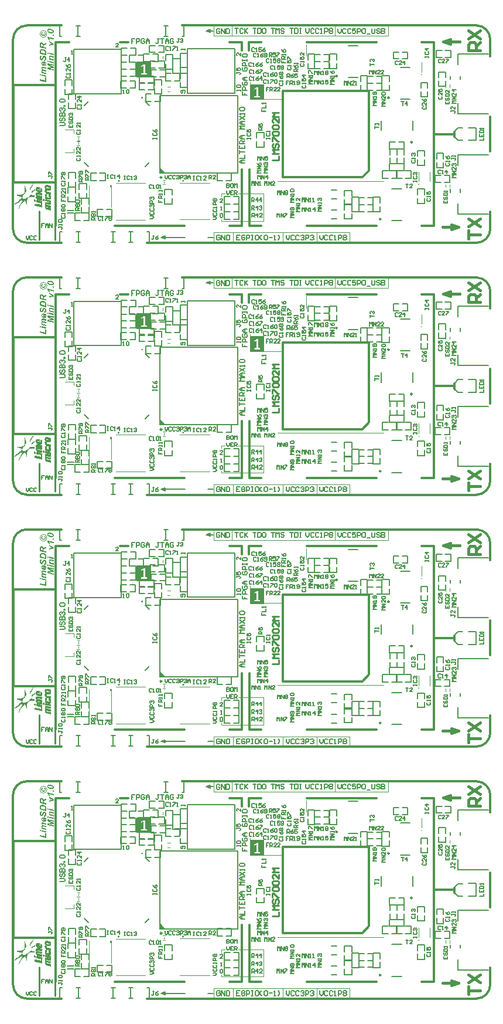
<source format=gto>
G04 Layer_Color=65535*
%FSLAX44Y44*%
%MOMM*%
G71*
G01*
G75*
%ADD11C,0.3090*%
%ADD12C,0.2000*%
%ADD13C,0.3000*%
%ADD50C,0.4000*%
%ADD51C,0.1500*%
%ADD53C,0.1000*%
%ADD56C,0.2500*%
%ADD61C,0.1200*%
%ADD113C,0.1270*%
%ADD114C,0.0762*%
%ADD115C,0.0254*%
%ADD116C,0.2540*%
G36*
X52876Y1400062D02*
X52997D01*
X53158Y1400049D01*
X53332Y1400035D01*
X53533Y1400008D01*
X53761Y1399982D01*
X53989Y1399941D01*
X54244Y1399901D01*
X54499Y1399847D01*
X55062Y1399713D01*
X55652Y1399539D01*
X55665D01*
X55719Y1399512D01*
X55799Y1399485D01*
X55907Y1399445D01*
X56041Y1399391D01*
X56202Y1399324D01*
X56363Y1399244D01*
X56551Y1399164D01*
X56940Y1398949D01*
X57342Y1398707D01*
X57731Y1398426D01*
X57919Y1398265D01*
X58079Y1398104D01*
X58093Y1398091D01*
X58120Y1398064D01*
X58160Y1398010D01*
X58214Y1397943D01*
X58281Y1397863D01*
X58348Y1397755D01*
X58428Y1397648D01*
X58495Y1397514D01*
X58656Y1397205D01*
X58790Y1396870D01*
X58844Y1396682D01*
X58884Y1396481D01*
X58911Y1396280D01*
X58924Y1396066D01*
Y1396052D01*
Y1396012D01*
Y1395958D01*
X58911Y1395878D01*
X58898Y1395784D01*
X58884Y1395677D01*
X58817Y1395408D01*
X58723Y1395113D01*
X58656Y1394966D01*
X58576Y1394805D01*
X58482Y1394644D01*
X58375Y1394496D01*
X58254Y1394349D01*
X58106Y1394201D01*
X58093Y1394188D01*
X58066Y1394174D01*
X58026Y1394134D01*
X57959Y1394094D01*
X57865Y1394040D01*
X57771Y1393973D01*
X57650Y1393906D01*
X57503Y1393839D01*
X57342Y1393772D01*
X57168Y1393705D01*
X56980Y1393651D01*
X56765Y1393584D01*
X56537Y1393544D01*
X56296Y1393504D01*
X56027Y1393490D01*
X55746Y1393477D01*
X55612D01*
X55504Y1393490D01*
X55370D01*
X55223Y1393504D01*
X55048Y1393517D01*
X54861Y1393531D01*
X54660Y1393558D01*
X54432Y1393598D01*
X53949Y1393678D01*
X53439Y1393786D01*
X52903Y1393947D01*
X52876Y1393960D01*
X52822Y1393973D01*
X52728Y1394014D01*
X52608Y1394054D01*
X52460Y1394107D01*
X52299Y1394188D01*
X52112Y1394268D01*
X51910Y1394362D01*
X51481Y1394577D01*
X51052Y1394832D01*
X50837Y1394966D01*
X50636Y1395127D01*
X50448Y1395288D01*
X50274Y1395449D01*
X50261Y1395462D01*
X50234Y1395489D01*
X50194Y1395542D01*
X50140Y1395609D01*
X50073Y1395690D01*
X50006Y1395797D01*
X49925Y1395918D01*
X49845Y1396052D01*
X49684Y1396347D01*
X49550Y1396696D01*
X49496Y1396884D01*
X49456Y1397071D01*
X49429Y1397272D01*
X49416Y1397487D01*
Y1397500D01*
Y1397541D01*
Y1397594D01*
X49429Y1397675D01*
X49443Y1397769D01*
X49456Y1397876D01*
X49523Y1398144D01*
X49617Y1398439D01*
X49684Y1398587D01*
X49764Y1398748D01*
X49858Y1398895D01*
X49979Y1399056D01*
X50100Y1399204D01*
X50247Y1399338D01*
X50261Y1399351D01*
X50287Y1399365D01*
X50328Y1399405D01*
X50395Y1399458D01*
X50489Y1399512D01*
X50583Y1399566D01*
X50703Y1399633D01*
X50851Y1399713D01*
X51012Y1399780D01*
X51186Y1399847D01*
X51387Y1399901D01*
X51588Y1399955D01*
X51830Y1400008D01*
X52071Y1400049D01*
X52339Y1400062D01*
X52621Y1400075D01*
X52769D01*
X52876Y1400062D01*
D02*
G37*
G36*
X45336Y1395407D02*
X45392Y1395388D01*
X45466Y1395361D01*
X45549Y1395324D01*
X45651Y1395287D01*
X45761Y1395240D01*
X45882Y1395185D01*
X46131Y1395056D01*
X46390Y1394889D01*
X46640Y1394686D01*
X46751Y1394575D01*
X46852Y1394454D01*
X46862Y1394445D01*
X46871Y1394427D01*
X46899Y1394390D01*
X46936Y1394334D01*
X46973Y1394270D01*
X47010Y1394186D01*
X47056Y1394094D01*
X47102Y1393992D01*
X47158Y1393872D01*
X47204Y1393743D01*
X47241Y1393604D01*
X47278Y1393456D01*
X47315Y1393299D01*
X47343Y1393123D01*
X47352Y1392948D01*
X47361Y1392753D01*
Y1392735D01*
Y1392698D01*
X47352Y1392633D01*
X47343Y1392541D01*
X47333Y1392439D01*
X47315Y1392310D01*
X47287Y1392171D01*
X47250Y1392014D01*
X47204Y1391857D01*
X47148Y1391690D01*
X47074Y1391514D01*
X46991Y1391339D01*
X46899Y1391163D01*
X46778Y1390987D01*
X46649Y1390821D01*
X46492Y1390664D01*
X46483Y1390654D01*
X46455Y1390627D01*
X46399Y1390590D01*
X46335Y1390534D01*
X46242Y1390479D01*
X46141Y1390405D01*
X46011Y1390331D01*
X45863Y1390257D01*
X45706Y1390183D01*
X45530Y1390109D01*
X45327Y1390035D01*
X45114Y1389980D01*
X44892Y1389924D01*
X44643Y1389887D01*
X44384Y1389859D01*
X44107Y1389850D01*
X44033D01*
X43949Y1389859D01*
X43838D01*
X43709Y1389878D01*
X43552Y1389896D01*
X43385Y1389915D01*
X43191Y1389952D01*
X42997Y1389998D01*
X42794Y1390054D01*
X42590Y1390118D01*
X42378Y1390202D01*
X42174Y1390294D01*
X41980Y1390405D01*
X41795Y1390525D01*
X41620Y1390673D01*
X41610Y1390682D01*
X41582Y1390710D01*
X41536Y1390756D01*
X41481Y1390821D01*
X41416Y1390904D01*
X41342Y1391006D01*
X41259Y1391117D01*
X41176Y1391255D01*
X41093Y1391403D01*
X41009Y1391561D01*
X40935Y1391745D01*
X40871Y1391930D01*
X40815Y1392143D01*
X40769Y1392356D01*
X40741Y1392596D01*
X40732Y1392836D01*
Y1392846D01*
Y1392892D01*
Y1392948D01*
X40741Y1393031D01*
X40750Y1393132D01*
X40769Y1393243D01*
X40787Y1393373D01*
X40815Y1393511D01*
X40852Y1393659D01*
X40898Y1393817D01*
X40954Y1393974D01*
X41028Y1394140D01*
X41102Y1394297D01*
X41194Y1394445D01*
X41305Y1394602D01*
X41425Y1394741D01*
Y1394750D01*
X41444Y1394760D01*
X41472Y1394787D01*
X41499Y1394815D01*
X41546Y1394852D01*
X41601Y1394889D01*
X41730Y1394991D01*
X41897Y1395092D01*
X42100Y1395203D01*
X42331Y1395305D01*
X42600Y1395397D01*
X42905Y1394122D01*
X42895D01*
X42886Y1394112D01*
X42858D01*
X42821Y1394094D01*
X42738Y1394066D01*
X42627Y1394020D01*
X42498Y1393955D01*
X42368Y1393872D01*
X42239Y1393761D01*
X42128Y1393641D01*
X42119Y1393622D01*
X42082Y1393576D01*
X42036Y1393502D01*
X41980Y1393401D01*
X41925Y1393271D01*
X41878Y1393123D01*
X41841Y1392957D01*
X41832Y1392772D01*
Y1392762D01*
Y1392744D01*
Y1392707D01*
X41841Y1392652D01*
X41851Y1392596D01*
X41860Y1392522D01*
X41897Y1392365D01*
X41962Y1392180D01*
X42054Y1391986D01*
X42109Y1391884D01*
X42174Y1391792D01*
X42257Y1391699D01*
X42350Y1391616D01*
X42359D01*
X42378Y1391598D01*
X42405Y1391579D01*
X42452Y1391551D01*
X42507Y1391514D01*
X42572Y1391477D01*
X42655Y1391440D01*
X42748Y1391403D01*
X42858Y1391357D01*
X42979Y1391320D01*
X43117Y1391283D01*
X43265Y1391246D01*
X43432Y1391219D01*
X43607Y1391200D01*
X43801Y1391191D01*
X44014Y1391181D01*
X44134D01*
X44208Y1391191D01*
X44310D01*
X44430Y1391209D01*
X44550Y1391219D01*
X44689Y1391237D01*
X44976Y1391293D01*
X45262Y1391366D01*
X45401Y1391413D01*
X45530Y1391477D01*
X45651Y1391542D01*
X45752Y1391616D01*
X45761Y1391625D01*
X45771Y1391635D01*
X45799Y1391662D01*
X45835Y1391699D01*
X45910Y1391792D01*
X46002Y1391921D01*
X46104Y1392078D01*
X46178Y1392272D01*
X46242Y1392494D01*
X46252Y1392615D01*
X46261Y1392744D01*
Y1392753D01*
Y1392762D01*
Y1392790D01*
X46252Y1392827D01*
X46242Y1392929D01*
X46224Y1393049D01*
X46178Y1393179D01*
X46122Y1393327D01*
X46048Y1393474D01*
X45937Y1393622D01*
X45919Y1393641D01*
X45873Y1393687D01*
X45799Y1393752D01*
X45688Y1393826D01*
X45540Y1393918D01*
X45364Y1394001D01*
X45151Y1394085D01*
X44902Y1394159D01*
X45290Y1395416D01*
X45299D01*
X45336Y1395407D01*
D02*
G37*
G36*
X58750Y1391439D02*
Y1389642D01*
X56993Y1389990D01*
Y1391787D01*
X58750Y1391439D01*
D02*
G37*
G36*
Y1386490D02*
Y1384666D01*
X52326Y1386007D01*
X52339Y1385980D01*
X52393Y1385913D01*
X52460Y1385793D01*
X52554Y1385632D01*
X52661Y1385444D01*
X52769Y1385216D01*
X52889Y1384961D01*
X53010Y1384693D01*
Y1384679D01*
X53023Y1384666D01*
X53037Y1384626D01*
X53064Y1384572D01*
X53104Y1384425D01*
X53171Y1384250D01*
X53238Y1384049D01*
X53305Y1383821D01*
X53372Y1383607D01*
X53426Y1383378D01*
X51803Y1383727D01*
Y1383741D01*
X51790Y1383754D01*
X51763Y1383835D01*
X51696Y1383955D01*
X51615Y1384116D01*
X51521Y1384304D01*
X51414Y1384532D01*
X51280Y1384787D01*
X51119Y1385055D01*
X50958Y1385336D01*
X50770Y1385632D01*
X50569Y1385940D01*
X50368Y1386235D01*
X50140Y1386530D01*
X49912Y1386825D01*
X49671Y1387093D01*
X49416Y1387348D01*
Y1388448D01*
X58750Y1386490D01*
D02*
G37*
G36*
Y1378497D02*
Y1376941D01*
X52018Y1375600D01*
Y1377384D01*
X54968Y1377840D01*
X54981D01*
X55022Y1377853D01*
X55075D01*
X55156Y1377867D01*
X55250Y1377880D01*
X55370Y1377907D01*
X55612Y1377947D01*
X55880Y1377987D01*
X56135Y1378027D01*
X56363Y1378054D01*
X56457Y1378068D01*
X56537Y1378081D01*
X56510Y1378094D01*
X56470Y1378121D01*
X56403Y1378161D01*
X56296Y1378215D01*
X56162Y1378296D01*
X55974Y1378389D01*
X55853Y1378457D01*
X55732Y1378524D01*
X55719D01*
X55706Y1378537D01*
X55625Y1378591D01*
X55504Y1378658D01*
X55357Y1378738D01*
X55209Y1378819D01*
X55075Y1378899D01*
X54955Y1378966D01*
X54874Y1379006D01*
X52018Y1380683D01*
Y1382641D01*
X58750Y1378497D01*
D02*
G37*
G36*
X41361Y1380406D02*
X41455Y1380392D01*
X41576Y1380379D01*
X41710Y1380366D01*
X41844Y1380325D01*
X42153Y1380245D01*
X42488Y1380124D01*
X42649Y1380044D01*
X42810Y1379950D01*
X42971Y1379829D01*
X43118Y1379709D01*
X43132Y1379695D01*
X43145Y1379682D01*
X43185Y1379628D01*
X43239Y1379574D01*
X43306Y1379494D01*
X43373Y1379413D01*
X43440Y1379306D01*
X43521Y1379172D01*
X43601Y1379038D01*
X43682Y1378877D01*
X43762Y1378703D01*
X43843Y1378502D01*
X43910Y1378300D01*
X43963Y1378072D01*
X44017Y1377818D01*
X44057Y1377563D01*
X44071Y1377576D01*
X44111Y1377630D01*
X44191Y1377697D01*
X44285Y1377791D01*
X44419Y1377885D01*
X44567Y1378005D01*
X44741Y1378126D01*
X44929Y1378247D01*
X44942Y1378260D01*
X44982Y1378274D01*
X45036Y1378314D01*
X45130Y1378354D01*
X45237Y1378421D01*
X45371Y1378488D01*
X45532Y1378569D01*
X45720Y1378663D01*
X45921Y1378770D01*
X46149Y1378877D01*
X46404Y1378998D01*
X46686Y1379118D01*
X46981Y1379253D01*
X47303Y1379387D01*
X47638Y1379534D01*
X48000Y1379682D01*
Y1377630D01*
X47986D01*
X47960Y1377616D01*
X47920Y1377603D01*
X47852Y1377576D01*
X47772Y1377549D01*
X47665Y1377509D01*
X47544Y1377469D01*
X47396Y1377415D01*
X47235Y1377348D01*
X47061Y1377281D01*
X46860Y1377201D01*
X46645Y1377107D01*
X46404Y1377013D01*
X46136Y1376906D01*
X45854Y1376785D01*
X45559Y1376651D01*
X45546D01*
X45519Y1376637D01*
X45479Y1376611D01*
X45412Y1376584D01*
X45264Y1376503D01*
X45076Y1376396D01*
X44875Y1376275D01*
X44674Y1376141D01*
X44486Y1375980D01*
X44419Y1375900D01*
X44352Y1375819D01*
X44339Y1375806D01*
X44325Y1375766D01*
X44299Y1375699D01*
X44258Y1375605D01*
X44218Y1375471D01*
X44191Y1375310D01*
X44178Y1375108D01*
X44164Y1374867D01*
Y1374089D01*
X48000Y1373285D01*
Y1371394D01*
X38719Y1373338D01*
Y1377442D01*
Y1377455D01*
Y1377496D01*
Y1377549D01*
Y1377616D01*
Y1377710D01*
X38733Y1377804D01*
X38746Y1378046D01*
X38773Y1378314D01*
X38813Y1378582D01*
X38867Y1378850D01*
X38947Y1379092D01*
Y1379105D01*
X38961Y1379118D01*
X38988Y1379185D01*
X39041Y1379293D01*
X39122Y1379427D01*
X39242Y1379588D01*
X39377Y1379749D01*
X39551Y1379896D01*
X39752Y1380044D01*
X39779Y1380057D01*
X39859Y1380098D01*
X39980Y1380164D01*
X40141Y1380232D01*
X40342Y1380299D01*
X40584Y1380366D01*
X40865Y1380406D01*
X41160Y1380419D01*
X41267D01*
X41361Y1380406D01*
D02*
G37*
G36*
X51106Y1365349D02*
Y1363539D01*
X49469Y1363887D01*
Y1365685D01*
X51106Y1365349D01*
D02*
G37*
G36*
X42823Y1370844D02*
X42957D01*
X43105Y1370830D01*
X43279Y1370804D01*
X43467Y1370790D01*
X43668Y1370750D01*
X43883Y1370723D01*
X44325Y1370616D01*
X44781Y1370468D01*
X45009Y1370388D01*
X45237Y1370280D01*
X45251D01*
X45291Y1370254D01*
X45345Y1370227D01*
X45425Y1370173D01*
X45532Y1370120D01*
X45640Y1370052D01*
X45908Y1369878D01*
X46203Y1369677D01*
X46511Y1369422D01*
X46806Y1369140D01*
X47088Y1368832D01*
Y1368819D01*
X47115Y1368805D01*
X47142Y1368765D01*
X47168Y1368711D01*
X47222Y1368644D01*
X47262Y1368564D01*
X47383Y1368363D01*
X47504Y1368121D01*
X47638Y1367826D01*
X47759Y1367491D01*
X47866Y1367115D01*
Y1367089D01*
X47879Y1367048D01*
X47893Y1367008D01*
Y1366941D01*
X47906Y1366861D01*
X47920Y1366767D01*
X47933Y1366660D01*
X47946Y1366539D01*
X47960Y1366405D01*
X47973Y1366257D01*
Y1366083D01*
X47986Y1365908D01*
X48000Y1365707D01*
Y1365506D01*
Y1365278D01*
Y1362006D01*
X38719Y1363950D01*
Y1366445D01*
Y1366458D01*
Y1366485D01*
Y1366539D01*
Y1366619D01*
Y1366700D01*
Y1366794D01*
Y1367008D01*
X38733Y1367236D01*
Y1367464D01*
X38746Y1367652D01*
Y1367719D01*
X38760Y1367786D01*
Y1367799D01*
Y1367813D01*
X38773Y1367880D01*
X38786Y1367987D01*
X38813Y1368135D01*
X38840Y1368296D01*
X38880Y1368470D01*
X39001Y1368819D01*
X39014Y1368846D01*
X39028Y1368899D01*
X39068Y1368980D01*
X39122Y1369100D01*
X39202Y1369221D01*
X39283Y1369368D01*
X39377Y1369503D01*
X39497Y1369650D01*
X39511Y1369664D01*
X39551Y1369717D01*
X39618Y1369784D01*
X39712Y1369878D01*
X39819Y1369972D01*
X39953Y1370079D01*
X40101Y1370187D01*
X40262Y1370294D01*
X40275Y1370307D01*
X40342Y1370334D01*
X40436Y1370388D01*
X40557Y1370441D01*
X40704Y1370509D01*
X40879Y1370589D01*
X41080Y1370656D01*
X41294Y1370710D01*
X41321Y1370723D01*
X41402Y1370737D01*
X41522Y1370763D01*
X41670Y1370790D01*
X41858Y1370817D01*
X42086Y1370830D01*
X42314Y1370857D01*
X42716D01*
X42823Y1370844D01*
D02*
G37*
G36*
X58750Y1363740D02*
Y1361943D01*
X52018Y1363351D01*
Y1365162D01*
X58750Y1363740D01*
D02*
G37*
G36*
X53774Y1361192D02*
X53922Y1361165D01*
X54096Y1361138D01*
X54338Y1361098D01*
X54472Y1361071D01*
X54619Y1361044D01*
X54780Y1361004D01*
X54955Y1360964D01*
X58750Y1360146D01*
Y1358349D01*
X54941Y1359167D01*
X54928D01*
X54901Y1359180D01*
X54861D01*
X54807Y1359194D01*
X54660Y1359220D01*
X54499Y1359261D01*
X54324Y1359288D01*
X54150Y1359314D01*
X54016Y1359341D01*
X53962Y1359355D01*
X53868D01*
X53801Y1359341D01*
X53721Y1359328D01*
X53640Y1359301D01*
X53547Y1359261D01*
X53453Y1359207D01*
X53372Y1359140D01*
X53359Y1359126D01*
X53345Y1359100D01*
X53305Y1359059D01*
X53265Y1358992D01*
X53238Y1358912D01*
X53198Y1358818D01*
X53184Y1358697D01*
X53171Y1358563D01*
Y1358550D01*
Y1358496D01*
X53184Y1358416D01*
X53211Y1358295D01*
X53251Y1358161D01*
X53319Y1358013D01*
X53399Y1357852D01*
X53506Y1357665D01*
X53520Y1357638D01*
X53573Y1357584D01*
X53640Y1357490D01*
X53748Y1357383D01*
X53868Y1357262D01*
X54016Y1357128D01*
X54190Y1357007D01*
X54391Y1356887D01*
X54405Y1356873D01*
X54472Y1356847D01*
X54579Y1356806D01*
X54660Y1356780D01*
X54740Y1356753D01*
X54847Y1356726D01*
X54955Y1356686D01*
X55089Y1356645D01*
X55236Y1356605D01*
X55397Y1356565D01*
X55585Y1356511D01*
X55786Y1356471D01*
X56001Y1356418D01*
X58750Y1355841D01*
Y1354044D01*
X52018Y1355452D01*
Y1357168D01*
X52903Y1356994D01*
Y1357007D01*
X52876Y1357021D01*
X52809Y1357101D01*
X52715Y1357236D01*
X52594Y1357397D01*
X52474Y1357584D01*
X52340Y1357785D01*
X52219Y1358000D01*
X52112Y1358215D01*
X52098Y1358241D01*
X52071Y1358308D01*
X52031Y1358429D01*
X51991Y1358577D01*
X51950Y1358751D01*
X51910Y1358952D01*
X51884Y1359167D01*
X51870Y1359395D01*
Y1359408D01*
Y1359435D01*
Y1359475D01*
X51884Y1359529D01*
X51897Y1359690D01*
X51924Y1359877D01*
X51991Y1360092D01*
X52071Y1360307D01*
X52192Y1360521D01*
X52353Y1360722D01*
X52380Y1360749D01*
X52433Y1360803D01*
X52541Y1360870D01*
X52688Y1360964D01*
X52876Y1361058D01*
X53091Y1361125D01*
X53332Y1361178D01*
X53614Y1361205D01*
X53681D01*
X53774Y1361192D01*
D02*
G37*
G36*
X41442Y1359753D02*
X41415D01*
X41335Y1359739D01*
X41214Y1359699D01*
X41066Y1359659D01*
X40905Y1359592D01*
X40731Y1359511D01*
X40570Y1359404D01*
X40423Y1359256D01*
X40409Y1359243D01*
X40369Y1359176D01*
X40302Y1359082D01*
X40235Y1358948D01*
X40181Y1358787D01*
X40114Y1358573D01*
X40074Y1358318D01*
X40061Y1358036D01*
Y1358023D01*
Y1357996D01*
Y1357956D01*
Y1357902D01*
X40074Y1357768D01*
X40101Y1357594D01*
X40128Y1357419D01*
X40181Y1357231D01*
X40248Y1357057D01*
X40342Y1356909D01*
X40356Y1356896D01*
X40396Y1356856D01*
X40449Y1356802D01*
X40530Y1356749D01*
X40637Y1356682D01*
X40758Y1356628D01*
X40905Y1356588D01*
X41053Y1356574D01*
X41120D01*
X41187Y1356588D01*
X41281Y1356615D01*
X41388Y1356655D01*
X41495Y1356708D01*
X41603Y1356775D01*
X41710Y1356883D01*
X41723Y1356896D01*
X41764Y1356950D01*
X41817Y1357030D01*
X41898Y1357164D01*
X41951Y1357258D01*
X42005Y1357352D01*
X42072Y1357459D01*
X42139Y1357594D01*
X42206Y1357728D01*
X42287Y1357888D01*
X42367Y1358063D01*
X42448Y1358251D01*
X42461Y1358264D01*
X42474Y1358318D01*
X42515Y1358398D01*
X42555Y1358506D01*
X42622Y1358640D01*
X42689Y1358787D01*
X42850Y1359109D01*
X43024Y1359458D01*
X43212Y1359793D01*
X43306Y1359954D01*
X43400Y1360088D01*
X43494Y1360209D01*
X43574Y1360303D01*
X43588Y1360316D01*
X43601Y1360329D01*
X43641Y1360370D01*
X43682Y1360410D01*
X43829Y1360517D01*
X44017Y1360638D01*
X44245Y1360759D01*
X44527Y1360852D01*
X44848Y1360933D01*
X45009Y1360946D01*
X45197Y1360960D01*
X45318D01*
X45398Y1360946D01*
X45505Y1360933D01*
X45640Y1360906D01*
X45774Y1360879D01*
X45921Y1360839D01*
X46082Y1360785D01*
X46256Y1360718D01*
X46431Y1360638D01*
X46605Y1360544D01*
X46779Y1360437D01*
X46967Y1360303D01*
X47128Y1360155D01*
X47303Y1359981D01*
X47316Y1359967D01*
X47343Y1359940D01*
X47383Y1359873D01*
X47437Y1359806D01*
X47504Y1359699D01*
X47584Y1359578D01*
X47651Y1359444D01*
X47732Y1359270D01*
X47826Y1359096D01*
X47893Y1358894D01*
X47973Y1358666D01*
X48040Y1358425D01*
X48094Y1358170D01*
X48134Y1357888D01*
X48161Y1357594D01*
X48174Y1357272D01*
Y1357258D01*
Y1357218D01*
Y1357151D01*
Y1357070D01*
X48161Y1356963D01*
X48148Y1356842D01*
Y1356708D01*
X48121Y1356561D01*
X48080Y1356239D01*
X48013Y1355890D01*
X47920Y1355528D01*
X47785Y1355193D01*
Y1355179D01*
X47772Y1355153D01*
X47745Y1355112D01*
X47705Y1355045D01*
X47624Y1354898D01*
X47490Y1354710D01*
X47343Y1354509D01*
X47142Y1354308D01*
X46927Y1354120D01*
X46672Y1353959D01*
X46659D01*
X46645Y1353946D01*
X46605Y1353932D01*
X46538Y1353905D01*
X46471Y1353879D01*
X46391Y1353852D01*
X46189Y1353785D01*
X45948Y1353718D01*
X45666Y1353664D01*
X45358Y1353637D01*
X45023Y1353624D01*
X44915Y1355448D01*
X44996D01*
X45050Y1355461D01*
X45210Y1355475D01*
X45385Y1355501D01*
X45586Y1355528D01*
X45787Y1355582D01*
X45961Y1355649D01*
X46096Y1355743D01*
X46122Y1355770D01*
X46176Y1355823D01*
X46243Y1355930D01*
X46337Y1356091D01*
X46377Y1356185D01*
X46431Y1356306D01*
X46471Y1356427D01*
X46498Y1356574D01*
X46538Y1356722D01*
X46551Y1356896D01*
X46578Y1357084D01*
Y1357285D01*
Y1357298D01*
Y1357325D01*
Y1357379D01*
Y1357433D01*
X46565Y1357513D01*
Y1357607D01*
X46538Y1357808D01*
X46498Y1358023D01*
X46431Y1358251D01*
X46350Y1358465D01*
X46243Y1358640D01*
X46230Y1358653D01*
X46189Y1358707D01*
X46109Y1358774D01*
X46015Y1358854D01*
X45894Y1358935D01*
X45760Y1359002D01*
X45613Y1359055D01*
X45438Y1359069D01*
X45371D01*
X45291Y1359055D01*
X45197Y1359028D01*
X45090Y1358988D01*
X44969Y1358921D01*
X44848Y1358841D01*
X44741Y1358720D01*
X44728Y1358707D01*
X44701Y1358666D01*
X44647Y1358586D01*
X44580Y1358465D01*
X44527Y1358385D01*
X44473Y1358291D01*
X44419Y1358184D01*
X44366Y1358063D01*
X44299Y1357915D01*
X44218Y1357768D01*
X44138Y1357580D01*
X44057Y1357392D01*
Y1357379D01*
X44030Y1357339D01*
X44017Y1357285D01*
X43977Y1357218D01*
X43936Y1357124D01*
X43896Y1357017D01*
X43789Y1356789D01*
X43655Y1356534D01*
X43534Y1356266D01*
X43400Y1356024D01*
X43333Y1355904D01*
X43279Y1355810D01*
X43266Y1355783D01*
X43226Y1355729D01*
X43145Y1355636D01*
X43051Y1355528D01*
X42944Y1355408D01*
X42796Y1355273D01*
X42635Y1355153D01*
X42461Y1355032D01*
X42434Y1355018D01*
X42367Y1354992D01*
X42260Y1354938D01*
X42126Y1354898D01*
X41951Y1354844D01*
X41750Y1354791D01*
X41522Y1354764D01*
X41281Y1354750D01*
X41160D01*
X41080Y1354764D01*
X40986Y1354777D01*
X40865Y1354791D01*
X40731Y1354817D01*
X40597Y1354858D01*
X40289Y1354951D01*
X40128Y1355032D01*
X39953Y1355112D01*
X39792Y1355206D01*
X39631Y1355314D01*
X39470Y1355448D01*
X39323Y1355595D01*
X39309Y1355609D01*
X39283Y1355636D01*
X39256Y1355689D01*
X39202Y1355756D01*
X39149Y1355837D01*
X39081Y1355944D01*
X39001Y1356078D01*
X38934Y1356226D01*
X38867Y1356387D01*
X38786Y1356561D01*
X38719Y1356762D01*
X38666Y1356990D01*
X38612Y1357231D01*
X38572Y1357486D01*
X38558Y1357754D01*
X38545Y1358049D01*
Y1358063D01*
Y1358116D01*
Y1358210D01*
X38558Y1358318D01*
X38572Y1358452D01*
X38585Y1358613D01*
X38612Y1358787D01*
X38639Y1358975D01*
X38733Y1359391D01*
X38800Y1359605D01*
X38867Y1359806D01*
X38961Y1360021D01*
X39068Y1360222D01*
X39189Y1360410D01*
X39323Y1360584D01*
X39336Y1360598D01*
X39363Y1360624D01*
X39403Y1360665D01*
X39457Y1360732D01*
X39537Y1360799D01*
X39631Y1360879D01*
X39739Y1360960D01*
X39859Y1361040D01*
X40007Y1361134D01*
X40154Y1361228D01*
X40329Y1361308D01*
X40503Y1361389D01*
X40704Y1361456D01*
X40905Y1361510D01*
X41133Y1361550D01*
X41361Y1361577D01*
X41442Y1359753D01*
D02*
G37*
G36*
X51106Y1353816D02*
Y1352005D01*
X49469Y1352354D01*
Y1354151D01*
X51106Y1353816D01*
D02*
G37*
G36*
X58750Y1352206D02*
Y1350409D01*
X52018Y1351817D01*
Y1353628D01*
X58750Y1352206D01*
D02*
G37*
G36*
Y1348505D02*
Y1346775D01*
X51052Y1348384D01*
X58750Y1344937D01*
Y1343127D01*
X50998Y1342778D01*
X58750Y1341316D01*
Y1339586D01*
X49469Y1341518D01*
Y1344240D01*
X55853Y1344535D01*
X49469Y1347445D01*
Y1350195D01*
X58750Y1348505D01*
D02*
G37*
G36*
X44419Y1352779D02*
X44607Y1352766D01*
X44808Y1352739D01*
X45210Y1352658D01*
Y1348098D01*
X45278D01*
X45331Y1348085D01*
X45492D01*
X45613Y1348112D01*
X45774Y1348139D01*
X45948Y1348179D01*
X46122Y1348246D01*
X46310Y1348340D01*
X46471Y1348461D01*
X46484Y1348474D01*
X46538Y1348528D01*
X46592Y1348608D01*
X46672Y1348729D01*
X46739Y1348863D01*
X46806Y1349024D01*
X46860Y1349211D01*
X46873Y1349413D01*
Y1349426D01*
Y1349453D01*
Y1349507D01*
X46860Y1349560D01*
X46847Y1349641D01*
X46820Y1349734D01*
X46753Y1349936D01*
X46712Y1350043D01*
X46645Y1350164D01*
X46565Y1350284D01*
X46471Y1350392D01*
X46364Y1350512D01*
X46243Y1350633D01*
X46096Y1350740D01*
X45935Y1350834D01*
X46203Y1352457D01*
X46216D01*
X46243Y1352430D01*
X46297Y1352403D01*
X46364Y1352363D01*
X46444Y1352323D01*
X46538Y1352256D01*
X46766Y1352122D01*
X47007Y1351934D01*
X47249Y1351706D01*
X47490Y1351451D01*
X47691Y1351169D01*
Y1351156D01*
X47718Y1351129D01*
X47732Y1351089D01*
X47772Y1351035D01*
X47799Y1350955D01*
X47839Y1350874D01*
X47933Y1350647D01*
X48027Y1350392D01*
X48094Y1350083D01*
X48148Y1349761D01*
X48174Y1349399D01*
Y1349386D01*
Y1349346D01*
Y1349265D01*
X48161Y1349171D01*
X48148Y1349051D01*
X48134Y1348916D01*
X48107Y1348769D01*
X48067Y1348608D01*
X47960Y1348259D01*
X47893Y1348071D01*
X47812Y1347884D01*
X47718Y1347709D01*
X47598Y1347522D01*
X47463Y1347347D01*
X47316Y1347186D01*
X47303Y1347173D01*
X47276Y1347146D01*
X47222Y1347106D01*
X47155Y1347052D01*
X47075Y1346985D01*
X46967Y1346918D01*
X46847Y1346838D01*
X46712Y1346771D01*
X46551Y1346690D01*
X46391Y1346610D01*
X46203Y1346543D01*
X46002Y1346476D01*
X45787Y1346422D01*
X45546Y1346382D01*
X45304Y1346355D01*
X45050Y1346342D01*
X44915D01*
X44822Y1346355D01*
X44701Y1346368D01*
X44553Y1346382D01*
X44392Y1346409D01*
X44218Y1346435D01*
X43843Y1346529D01*
X43641Y1346596D01*
X43427Y1346663D01*
X43212Y1346757D01*
X42998Y1346851D01*
X42783Y1346972D01*
X42582Y1347106D01*
X42568Y1347119D01*
X42515Y1347160D01*
X42448Y1347213D01*
X42354Y1347294D01*
X42247Y1347414D01*
X42112Y1347535D01*
X41992Y1347696D01*
X41844Y1347870D01*
X41710Y1348071D01*
X41576Y1348300D01*
X41455Y1348541D01*
X41348Y1348809D01*
X41254Y1349091D01*
X41187Y1349399D01*
X41133Y1349734D01*
X41120Y1350083D01*
Y1350097D01*
Y1350137D01*
Y1350204D01*
X41133Y1350284D01*
X41147Y1350392D01*
X41160Y1350512D01*
X41187Y1350647D01*
X41214Y1350794D01*
X41308Y1351116D01*
X41361Y1351277D01*
X41442Y1351438D01*
X41536Y1351599D01*
X41630Y1351760D01*
X41750Y1351907D01*
X41884Y1352055D01*
X41898Y1352068D01*
X41925Y1352081D01*
X41965Y1352122D01*
X42019Y1352175D01*
X42099Y1352229D01*
X42193Y1352283D01*
X42314Y1352350D01*
X42434Y1352430D01*
X42582Y1352497D01*
X42743Y1352564D01*
X42917Y1352618D01*
X43118Y1352672D01*
X43319Y1352725D01*
X43547Y1352766D01*
X43775Y1352779D01*
X44030Y1352792D01*
X44272D01*
X44419Y1352779D01*
D02*
G37*
G36*
X42863Y1345349D02*
X42984Y1345336D01*
X43145Y1345322D01*
X43360Y1345282D01*
X43615Y1345242D01*
X43910Y1345175D01*
X48000Y1344290D01*
Y1342493D01*
X43910Y1343364D01*
X43896D01*
X43869Y1343378D01*
X43843D01*
X43789Y1343391D01*
X43655Y1343418D01*
X43507Y1343445D01*
X43360Y1343472D01*
X43212Y1343498D01*
X43105Y1343525D01*
X42984D01*
X42944Y1343512D01*
X42877Y1343498D01*
X42729Y1343458D01*
X42662Y1343405D01*
X42595Y1343351D01*
X42582Y1343337D01*
X42568Y1343324D01*
X42542Y1343284D01*
X42501Y1343230D01*
X42474Y1343163D01*
X42448Y1343069D01*
X42434Y1342975D01*
X42421Y1342855D01*
Y1342841D01*
Y1342828D01*
Y1342787D01*
X42434Y1342734D01*
X42461Y1342600D01*
X42515Y1342439D01*
X42595Y1342251D01*
X42729Y1342036D01*
X42810Y1341929D01*
X42904Y1341822D01*
X43011Y1341728D01*
X43145Y1341621D01*
X43172Y1341607D01*
X43199Y1341581D01*
X43239Y1341554D01*
X43306Y1341527D01*
X43373Y1341487D01*
X43467Y1341433D01*
X43561Y1341393D01*
X43682Y1341339D01*
X43816Y1341286D01*
X43963Y1341232D01*
X44124Y1341178D01*
X44299Y1341111D01*
X44500Y1341057D01*
X44714Y1341004D01*
X44956Y1340950D01*
X48000Y1340307D01*
Y1338509D01*
X43950Y1339354D01*
X43936D01*
X43923Y1339368D01*
X43829Y1339381D01*
X43708Y1339408D01*
X43574Y1339435D01*
X43413Y1339462D01*
X43266Y1339475D01*
X43132Y1339502D01*
X42998D01*
X42944Y1339488D01*
X42877Y1339475D01*
X42743Y1339421D01*
X42662Y1339381D01*
X42595Y1339314D01*
X42582Y1339301D01*
X42568Y1339287D01*
X42542Y1339247D01*
X42501Y1339193D01*
X42474Y1339113D01*
X42448Y1339032D01*
X42434Y1338938D01*
X42421Y1338818D01*
Y1338804D01*
Y1338764D01*
X42434Y1338710D01*
X42448Y1338630D01*
X42461Y1338536D01*
X42501Y1338429D01*
X42542Y1338322D01*
X42609Y1338201D01*
X42622Y1338188D01*
X42635Y1338147D01*
X42676Y1338080D01*
X42729Y1338013D01*
X42796Y1337919D01*
X42890Y1337825D01*
X42984Y1337731D01*
X43092Y1337638D01*
X43105Y1337624D01*
X43145Y1337597D01*
X43212Y1337557D01*
X43306Y1337504D01*
X43413Y1337437D01*
X43561Y1337369D01*
X43708Y1337302D01*
X43883Y1337235D01*
X43896D01*
X43936Y1337222D01*
X44003Y1337195D01*
X44097Y1337168D01*
X44231Y1337141D01*
X44419Y1337088D01*
X44634Y1337034D01*
X44768Y1337007D01*
X44915Y1336967D01*
X48000Y1336323D01*
Y1334526D01*
X41267Y1335934D01*
Y1337638D01*
X42086Y1337477D01*
X42072Y1337490D01*
X42045Y1337517D01*
X41992Y1337571D01*
X41938Y1337651D01*
X41858Y1337745D01*
X41777Y1337852D01*
X41697Y1337973D01*
X41603Y1338120D01*
X41428Y1338442D01*
X41267Y1338791D01*
X41214Y1338992D01*
X41160Y1339180D01*
X41133Y1339395D01*
X41120Y1339596D01*
Y1339609D01*
Y1339636D01*
Y1339663D01*
Y1339716D01*
X41133Y1339864D01*
X41160Y1340025D01*
X41200Y1340213D01*
X41254Y1340414D01*
X41335Y1340602D01*
X41442Y1340762D01*
X41455Y1340776D01*
X41495Y1340829D01*
X41576Y1340897D01*
X41670Y1340990D01*
X41791Y1341071D01*
X41951Y1341165D01*
X42112Y1341245D01*
X42314Y1341299D01*
X42287Y1341312D01*
X42233Y1341366D01*
X42139Y1341446D01*
X42019Y1341554D01*
X41884Y1341701D01*
X41750Y1341862D01*
X41603Y1342063D01*
X41469Y1342291D01*
Y1342305D01*
X41455Y1342318D01*
X41442Y1342358D01*
X41415Y1342412D01*
X41361Y1342533D01*
X41294Y1342707D01*
X41227Y1342908D01*
X41174Y1343150D01*
X41133Y1343391D01*
X41120Y1343659D01*
Y1343673D01*
Y1343699D01*
Y1343740D01*
Y1343793D01*
X41147Y1343941D01*
X41174Y1344115D01*
X41227Y1344316D01*
X41308Y1344531D01*
X41415Y1344732D01*
X41563Y1344906D01*
X41576Y1344920D01*
X41643Y1344974D01*
X41737Y1345054D01*
X41871Y1345134D01*
X42032Y1345215D01*
X42220Y1345295D01*
X42448Y1345349D01*
X42702Y1345363D01*
X42770D01*
X42863Y1345349D01*
D02*
G37*
G36*
X40356Y1334379D02*
Y1332568D01*
X38719Y1332917D01*
Y1334714D01*
X40356Y1334379D01*
D02*
G37*
G36*
X48000Y1332769D02*
Y1330972D01*
X41267Y1332380D01*
Y1334191D01*
X48000Y1332769D01*
D02*
G37*
G36*
Y1329752D02*
Y1323100D01*
X38719Y1325045D01*
Y1326949D01*
X46444Y1325326D01*
Y1330074D01*
X48000Y1329752D01*
D02*
G37*
G36*
X219308Y1191950D02*
X212500D01*
Y1198758D01*
X219308Y1191950D01*
D02*
G37*
G36*
X142250Y1172350D02*
X140250D01*
Y1174350D01*
X142250D01*
Y1172350D01*
D02*
G37*
G36*
X52876Y1036362D02*
X52997D01*
X53158Y1036348D01*
X53332Y1036335D01*
X53533Y1036308D01*
X53761Y1036282D01*
X53989Y1036241D01*
X54244Y1036201D01*
X54499Y1036147D01*
X55062Y1036013D01*
X55652Y1035839D01*
X55665D01*
X55719Y1035812D01*
X55799Y1035785D01*
X55907Y1035745D01*
X56041Y1035691D01*
X56202Y1035624D01*
X56363Y1035544D01*
X56551Y1035463D01*
X56940Y1035249D01*
X57342Y1035007D01*
X57731Y1034726D01*
X57919Y1034565D01*
X58079Y1034404D01*
X58093Y1034390D01*
X58120Y1034364D01*
X58160Y1034310D01*
X58214Y1034243D01*
X58281Y1034163D01*
X58348Y1034055D01*
X58428Y1033948D01*
X58495Y1033814D01*
X58656Y1033505D01*
X58790Y1033170D01*
X58844Y1032982D01*
X58884Y1032781D01*
X58911Y1032580D01*
X58924Y1032365D01*
Y1032352D01*
Y1032312D01*
Y1032258D01*
X58911Y1032178D01*
X58898Y1032084D01*
X58884Y1031976D01*
X58817Y1031708D01*
X58723Y1031413D01*
X58656Y1031266D01*
X58576Y1031105D01*
X58482Y1030944D01*
X58375Y1030796D01*
X58254Y1030649D01*
X58106Y1030501D01*
X58093Y1030488D01*
X58066Y1030474D01*
X58026Y1030434D01*
X57959Y1030394D01*
X57865Y1030340D01*
X57771Y1030273D01*
X57650Y1030206D01*
X57503Y1030139D01*
X57342Y1030072D01*
X57168Y1030005D01*
X56980Y1029951D01*
X56765Y1029884D01*
X56537Y1029844D01*
X56296Y1029804D01*
X56027Y1029790D01*
X55746Y1029777D01*
X55612D01*
X55504Y1029790D01*
X55370D01*
X55223Y1029804D01*
X55048Y1029817D01*
X54861Y1029831D01*
X54660Y1029857D01*
X54432Y1029898D01*
X53949Y1029978D01*
X53439Y1030086D01*
X52903Y1030247D01*
X52876Y1030260D01*
X52822Y1030273D01*
X52728Y1030313D01*
X52608Y1030354D01*
X52460Y1030407D01*
X52299Y1030488D01*
X52112Y1030568D01*
X51910Y1030662D01*
X51481Y1030877D01*
X51052Y1031132D01*
X50837Y1031266D01*
X50636Y1031427D01*
X50448Y1031588D01*
X50274Y1031749D01*
X50261Y1031762D01*
X50234Y1031789D01*
X50194Y1031842D01*
X50140Y1031909D01*
X50073Y1031990D01*
X50006Y1032097D01*
X49925Y1032218D01*
X49845Y1032352D01*
X49684Y1032647D01*
X49550Y1032996D01*
X49496Y1033184D01*
X49456Y1033371D01*
X49429Y1033572D01*
X49416Y1033787D01*
Y1033800D01*
Y1033841D01*
Y1033894D01*
X49429Y1033975D01*
X49443Y1034069D01*
X49456Y1034176D01*
X49523Y1034444D01*
X49617Y1034739D01*
X49684Y1034887D01*
X49764Y1035048D01*
X49858Y1035195D01*
X49979Y1035356D01*
X50100Y1035504D01*
X50247Y1035638D01*
X50261Y1035651D01*
X50287Y1035665D01*
X50328Y1035705D01*
X50395Y1035759D01*
X50489Y1035812D01*
X50583Y1035866D01*
X50703Y1035933D01*
X50851Y1036013D01*
X51012Y1036080D01*
X51186Y1036147D01*
X51387Y1036201D01*
X51588Y1036255D01*
X51830Y1036308D01*
X52071Y1036348D01*
X52339Y1036362D01*
X52621Y1036375D01*
X52769D01*
X52876Y1036362D01*
D02*
G37*
G36*
X45336Y1031707D02*
X45392Y1031688D01*
X45466Y1031661D01*
X45549Y1031624D01*
X45651Y1031587D01*
X45761Y1031540D01*
X45882Y1031485D01*
X46131Y1031355D01*
X46390Y1031189D01*
X46640Y1030986D01*
X46751Y1030875D01*
X46852Y1030754D01*
X46862Y1030745D01*
X46871Y1030727D01*
X46899Y1030690D01*
X46936Y1030634D01*
X46973Y1030570D01*
X47010Y1030486D01*
X47056Y1030394D01*
X47102Y1030292D01*
X47158Y1030172D01*
X47204Y1030042D01*
X47241Y1029904D01*
X47278Y1029756D01*
X47315Y1029599D01*
X47343Y1029423D01*
X47352Y1029247D01*
X47361Y1029053D01*
Y1029035D01*
Y1028998D01*
X47352Y1028933D01*
X47343Y1028841D01*
X47333Y1028739D01*
X47315Y1028609D01*
X47287Y1028471D01*
X47250Y1028314D01*
X47204Y1028156D01*
X47148Y1027990D01*
X47074Y1027814D01*
X46991Y1027639D01*
X46899Y1027463D01*
X46778Y1027287D01*
X46649Y1027121D01*
X46492Y1026964D01*
X46483Y1026954D01*
X46455Y1026927D01*
X46399Y1026890D01*
X46335Y1026834D01*
X46242Y1026779D01*
X46141Y1026705D01*
X46011Y1026631D01*
X45863Y1026557D01*
X45706Y1026483D01*
X45530Y1026409D01*
X45327Y1026335D01*
X45114Y1026280D01*
X44892Y1026224D01*
X44643Y1026187D01*
X44384Y1026159D01*
X44107Y1026150D01*
X44033D01*
X43949Y1026159D01*
X43838D01*
X43709Y1026178D01*
X43552Y1026196D01*
X43385Y1026215D01*
X43191Y1026252D01*
X42997Y1026298D01*
X42794Y1026354D01*
X42590Y1026418D01*
X42378Y1026501D01*
X42174Y1026594D01*
X41980Y1026705D01*
X41795Y1026825D01*
X41620Y1026973D01*
X41610Y1026982D01*
X41582Y1027010D01*
X41536Y1027056D01*
X41481Y1027121D01*
X41416Y1027204D01*
X41342Y1027306D01*
X41259Y1027417D01*
X41176Y1027555D01*
X41093Y1027703D01*
X41009Y1027861D01*
X40935Y1028046D01*
X40871Y1028230D01*
X40815Y1028443D01*
X40769Y1028656D01*
X40741Y1028896D01*
X40732Y1029136D01*
Y1029146D01*
Y1029192D01*
Y1029247D01*
X40741Y1029331D01*
X40750Y1029432D01*
X40769Y1029543D01*
X40787Y1029673D01*
X40815Y1029811D01*
X40852Y1029959D01*
X40898Y1030117D01*
X40954Y1030274D01*
X41028Y1030440D01*
X41102Y1030597D01*
X41194Y1030745D01*
X41305Y1030902D01*
X41425Y1031041D01*
Y1031050D01*
X41444Y1031059D01*
X41472Y1031087D01*
X41499Y1031115D01*
X41546Y1031152D01*
X41601Y1031189D01*
X41730Y1031291D01*
X41897Y1031392D01*
X42100Y1031503D01*
X42331Y1031605D01*
X42600Y1031697D01*
X42905Y1030422D01*
X42895D01*
X42886Y1030412D01*
X42858D01*
X42821Y1030394D01*
X42738Y1030366D01*
X42627Y1030320D01*
X42498Y1030255D01*
X42368Y1030172D01*
X42239Y1030061D01*
X42128Y1029941D01*
X42119Y1029922D01*
X42082Y1029876D01*
X42036Y1029802D01*
X41980Y1029700D01*
X41925Y1029571D01*
X41878Y1029423D01*
X41841Y1029257D01*
X41832Y1029072D01*
Y1029062D01*
Y1029044D01*
Y1029007D01*
X41841Y1028951D01*
X41851Y1028896D01*
X41860Y1028822D01*
X41897Y1028665D01*
X41962Y1028480D01*
X42054Y1028286D01*
X42109Y1028184D01*
X42174Y1028092D01*
X42257Y1027999D01*
X42350Y1027916D01*
X42359D01*
X42378Y1027897D01*
X42405Y1027879D01*
X42452Y1027851D01*
X42507Y1027814D01*
X42572Y1027777D01*
X42655Y1027740D01*
X42748Y1027703D01*
X42858Y1027657D01*
X42979Y1027620D01*
X43117Y1027583D01*
X43265Y1027546D01*
X43432Y1027518D01*
X43607Y1027500D01*
X43801Y1027491D01*
X44014Y1027482D01*
X44134D01*
X44208Y1027491D01*
X44310D01*
X44430Y1027509D01*
X44550Y1027518D01*
X44689Y1027537D01*
X44976Y1027592D01*
X45262Y1027666D01*
X45401Y1027713D01*
X45530Y1027777D01*
X45651Y1027842D01*
X45752Y1027916D01*
X45761Y1027925D01*
X45771Y1027934D01*
X45799Y1027962D01*
X45835Y1027999D01*
X45910Y1028092D01*
X46002Y1028221D01*
X46104Y1028378D01*
X46178Y1028572D01*
X46242Y1028794D01*
X46252Y1028915D01*
X46261Y1029044D01*
Y1029053D01*
Y1029062D01*
Y1029090D01*
X46252Y1029127D01*
X46242Y1029229D01*
X46224Y1029349D01*
X46178Y1029479D01*
X46122Y1029626D01*
X46048Y1029774D01*
X45937Y1029922D01*
X45919Y1029941D01*
X45873Y1029987D01*
X45799Y1030052D01*
X45688Y1030126D01*
X45540Y1030218D01*
X45364Y1030301D01*
X45151Y1030385D01*
X44902Y1030459D01*
X45290Y1031716D01*
X45299D01*
X45336Y1031707D01*
D02*
G37*
G36*
X58750Y1027739D02*
Y1025941D01*
X56993Y1026290D01*
Y1028087D01*
X58750Y1027739D01*
D02*
G37*
G36*
Y1022790D02*
Y1020966D01*
X52326Y1022307D01*
X52339Y1022280D01*
X52393Y1022213D01*
X52460Y1022092D01*
X52554Y1021932D01*
X52661Y1021744D01*
X52769Y1021516D01*
X52889Y1021261D01*
X53010Y1020993D01*
Y1020979D01*
X53023Y1020966D01*
X53037Y1020926D01*
X53064Y1020872D01*
X53104Y1020724D01*
X53171Y1020550D01*
X53238Y1020349D01*
X53305Y1020121D01*
X53372Y1019906D01*
X53426Y1019678D01*
X51803Y1020027D01*
Y1020041D01*
X51790Y1020054D01*
X51763Y1020134D01*
X51696Y1020255D01*
X51615Y1020416D01*
X51521Y1020604D01*
X51414Y1020832D01*
X51280Y1021087D01*
X51119Y1021355D01*
X50958Y1021637D01*
X50770Y1021932D01*
X50569Y1022240D01*
X50368Y1022535D01*
X50140Y1022830D01*
X49912Y1023125D01*
X49671Y1023393D01*
X49416Y1023648D01*
Y1024748D01*
X58750Y1022790D01*
D02*
G37*
G36*
Y1014797D02*
Y1013241D01*
X52018Y1011900D01*
Y1013684D01*
X54968Y1014140D01*
X54981D01*
X55022Y1014153D01*
X55075D01*
X55156Y1014166D01*
X55250Y1014180D01*
X55370Y1014207D01*
X55612Y1014247D01*
X55880Y1014287D01*
X56135Y1014327D01*
X56363Y1014354D01*
X56457Y1014368D01*
X56537Y1014381D01*
X56510Y1014394D01*
X56470Y1014421D01*
X56403Y1014462D01*
X56296Y1014515D01*
X56162Y1014596D01*
X55974Y1014689D01*
X55853Y1014756D01*
X55732Y1014824D01*
X55719D01*
X55706Y1014837D01*
X55625Y1014891D01*
X55504Y1014958D01*
X55357Y1015038D01*
X55209Y1015119D01*
X55075Y1015199D01*
X54955Y1015266D01*
X54874Y1015306D01*
X52018Y1016983D01*
Y1018941D01*
X58750Y1014797D01*
D02*
G37*
G36*
X41361Y1016706D02*
X41455Y1016693D01*
X41576Y1016679D01*
X41710Y1016666D01*
X41844Y1016625D01*
X42153Y1016545D01*
X42488Y1016424D01*
X42649Y1016344D01*
X42810Y1016250D01*
X42971Y1016129D01*
X43118Y1016009D01*
X43132Y1015995D01*
X43145Y1015982D01*
X43185Y1015928D01*
X43239Y1015874D01*
X43306Y1015794D01*
X43373Y1015714D01*
X43440Y1015606D01*
X43521Y1015472D01*
X43601Y1015338D01*
X43682Y1015177D01*
X43762Y1015003D01*
X43843Y1014801D01*
X43910Y1014600D01*
X43963Y1014372D01*
X44017Y1014118D01*
X44057Y1013863D01*
X44071Y1013876D01*
X44111Y1013930D01*
X44191Y1013997D01*
X44285Y1014091D01*
X44419Y1014185D01*
X44567Y1014305D01*
X44741Y1014426D01*
X44929Y1014547D01*
X44942Y1014560D01*
X44982Y1014574D01*
X45036Y1014614D01*
X45130Y1014654D01*
X45237Y1014721D01*
X45371Y1014788D01*
X45532Y1014869D01*
X45720Y1014962D01*
X45921Y1015070D01*
X46149Y1015177D01*
X46404Y1015298D01*
X46686Y1015418D01*
X46981Y1015553D01*
X47303Y1015687D01*
X47638Y1015834D01*
X48000Y1015982D01*
Y1013930D01*
X47986D01*
X47960Y1013916D01*
X47920Y1013903D01*
X47852Y1013876D01*
X47772Y1013849D01*
X47665Y1013809D01*
X47544Y1013769D01*
X47396Y1013715D01*
X47235Y1013648D01*
X47061Y1013581D01*
X46860Y1013501D01*
X46645Y1013407D01*
X46404Y1013313D01*
X46136Y1013206D01*
X45854Y1013085D01*
X45559Y1012951D01*
X45546D01*
X45519Y1012937D01*
X45479Y1012911D01*
X45412Y1012884D01*
X45264Y1012803D01*
X45076Y1012696D01*
X44875Y1012575D01*
X44674Y1012441D01*
X44486Y1012280D01*
X44419Y1012200D01*
X44352Y1012119D01*
X44339Y1012106D01*
X44325Y1012066D01*
X44299Y1011999D01*
X44258Y1011905D01*
X44218Y1011771D01*
X44191Y1011610D01*
X44178Y1011408D01*
X44164Y1011167D01*
Y1010389D01*
X48000Y1009585D01*
Y1007694D01*
X38719Y1009638D01*
Y1013742D01*
Y1013755D01*
Y1013796D01*
Y1013849D01*
Y1013916D01*
Y1014010D01*
X38733Y1014104D01*
X38746Y1014345D01*
X38773Y1014614D01*
X38813Y1014882D01*
X38867Y1015150D01*
X38947Y1015392D01*
Y1015405D01*
X38961Y1015418D01*
X38988Y1015486D01*
X39041Y1015593D01*
X39122Y1015727D01*
X39242Y1015888D01*
X39377Y1016049D01*
X39551Y1016196D01*
X39752Y1016344D01*
X39779Y1016357D01*
X39859Y1016397D01*
X39980Y1016464D01*
X40141Y1016532D01*
X40342Y1016599D01*
X40584Y1016666D01*
X40865Y1016706D01*
X41160Y1016719D01*
X41267D01*
X41361Y1016706D01*
D02*
G37*
G36*
X51106Y1001649D02*
Y999839D01*
X49469Y1000187D01*
Y1001984D01*
X51106Y1001649D01*
D02*
G37*
G36*
X42823Y1007144D02*
X42957D01*
X43105Y1007130D01*
X43279Y1007104D01*
X43467Y1007090D01*
X43668Y1007050D01*
X43883Y1007023D01*
X44325Y1006916D01*
X44781Y1006768D01*
X45009Y1006688D01*
X45237Y1006580D01*
X45251D01*
X45291Y1006554D01*
X45345Y1006527D01*
X45425Y1006473D01*
X45532Y1006420D01*
X45640Y1006352D01*
X45908Y1006178D01*
X46203Y1005977D01*
X46511Y1005722D01*
X46806Y1005441D01*
X47088Y1005132D01*
Y1005119D01*
X47115Y1005105D01*
X47142Y1005065D01*
X47168Y1005011D01*
X47222Y1004944D01*
X47262Y1004864D01*
X47383Y1004663D01*
X47504Y1004421D01*
X47638Y1004126D01*
X47759Y1003791D01*
X47866Y1003415D01*
Y1003389D01*
X47879Y1003348D01*
X47893Y1003308D01*
Y1003241D01*
X47906Y1003161D01*
X47920Y1003067D01*
X47933Y1002959D01*
X47946Y1002839D01*
X47960Y1002705D01*
X47973Y1002557D01*
Y1002383D01*
X47986Y1002208D01*
X48000Y1002007D01*
Y1001806D01*
Y1001578D01*
Y998306D01*
X38719Y1000250D01*
Y1002745D01*
Y1002758D01*
Y1002785D01*
Y1002839D01*
Y1002919D01*
Y1003000D01*
Y1003093D01*
Y1003308D01*
X38733Y1003536D01*
Y1003764D01*
X38746Y1003952D01*
Y1004019D01*
X38760Y1004086D01*
Y1004099D01*
Y1004113D01*
X38773Y1004180D01*
X38786Y1004287D01*
X38813Y1004435D01*
X38840Y1004596D01*
X38880Y1004770D01*
X39001Y1005119D01*
X39014Y1005145D01*
X39028Y1005199D01*
X39068Y1005279D01*
X39122Y1005400D01*
X39202Y1005521D01*
X39283Y1005668D01*
X39377Y1005803D01*
X39497Y1005950D01*
X39511Y1005964D01*
X39551Y1006017D01*
X39618Y1006084D01*
X39712Y1006178D01*
X39819Y1006272D01*
X39953Y1006379D01*
X40101Y1006487D01*
X40262Y1006594D01*
X40275Y1006607D01*
X40342Y1006634D01*
X40436Y1006688D01*
X40557Y1006741D01*
X40704Y1006808D01*
X40879Y1006889D01*
X41080Y1006956D01*
X41294Y1007010D01*
X41321Y1007023D01*
X41402Y1007036D01*
X41522Y1007063D01*
X41670Y1007090D01*
X41858Y1007117D01*
X42086Y1007130D01*
X42314Y1007157D01*
X42716D01*
X42823Y1007144D01*
D02*
G37*
G36*
X58750Y1000040D02*
Y998243D01*
X52018Y999651D01*
Y1001461D01*
X58750Y1000040D01*
D02*
G37*
G36*
X53774Y997492D02*
X53922Y997465D01*
X54096Y997438D01*
X54338Y997398D01*
X54472Y997371D01*
X54619Y997344D01*
X54780Y997304D01*
X54955Y997264D01*
X58750Y996446D01*
Y994649D01*
X54941Y995467D01*
X54928D01*
X54901Y995480D01*
X54861D01*
X54807Y995493D01*
X54660Y995520D01*
X54499Y995561D01*
X54324Y995587D01*
X54150Y995614D01*
X54016Y995641D01*
X53962Y995654D01*
X53868D01*
X53801Y995641D01*
X53721Y995628D01*
X53640Y995601D01*
X53547Y995561D01*
X53453Y995507D01*
X53372Y995440D01*
X53359Y995426D01*
X53345Y995400D01*
X53305Y995359D01*
X53265Y995292D01*
X53238Y995212D01*
X53198Y995118D01*
X53184Y994997D01*
X53171Y994863D01*
Y994850D01*
Y994796D01*
X53184Y994716D01*
X53211Y994595D01*
X53251Y994461D01*
X53319Y994313D01*
X53399Y994152D01*
X53506Y993965D01*
X53520Y993938D01*
X53573Y993884D01*
X53640Y993790D01*
X53748Y993683D01*
X53868Y993562D01*
X54016Y993428D01*
X54190Y993307D01*
X54391Y993187D01*
X54405Y993173D01*
X54472Y993147D01*
X54579Y993106D01*
X54660Y993080D01*
X54740Y993053D01*
X54847Y993026D01*
X54955Y992986D01*
X55089Y992945D01*
X55236Y992905D01*
X55397Y992865D01*
X55585Y992811D01*
X55786Y992771D01*
X56001Y992717D01*
X58750Y992141D01*
Y990344D01*
X52018Y991752D01*
Y993468D01*
X52903Y993294D01*
Y993307D01*
X52876Y993321D01*
X52809Y993401D01*
X52715Y993536D01*
X52594Y993696D01*
X52474Y993884D01*
X52340Y994085D01*
X52219Y994300D01*
X52112Y994514D01*
X52098Y994541D01*
X52071Y994608D01*
X52031Y994729D01*
X51991Y994877D01*
X51950Y995051D01*
X51910Y995252D01*
X51884Y995467D01*
X51870Y995695D01*
Y995708D01*
Y995735D01*
Y995775D01*
X51884Y995829D01*
X51897Y995990D01*
X51924Y996178D01*
X51991Y996392D01*
X52071Y996607D01*
X52192Y996821D01*
X52353Y997022D01*
X52380Y997049D01*
X52433Y997103D01*
X52541Y997170D01*
X52688Y997264D01*
X52876Y997358D01*
X53091Y997425D01*
X53332Y997478D01*
X53614Y997505D01*
X53681D01*
X53774Y997492D01*
D02*
G37*
G36*
X41442Y996053D02*
X41415D01*
X41335Y996039D01*
X41214Y995999D01*
X41066Y995959D01*
X40905Y995892D01*
X40731Y995811D01*
X40570Y995704D01*
X40423Y995556D01*
X40409Y995543D01*
X40369Y995476D01*
X40302Y995382D01*
X40235Y995248D01*
X40181Y995087D01*
X40114Y994873D01*
X40074Y994618D01*
X40061Y994336D01*
Y994323D01*
Y994296D01*
Y994256D01*
Y994202D01*
X40074Y994068D01*
X40101Y993893D01*
X40128Y993719D01*
X40181Y993531D01*
X40248Y993357D01*
X40342Y993210D01*
X40356Y993196D01*
X40396Y993156D01*
X40449Y993102D01*
X40530Y993048D01*
X40637Y992981D01*
X40758Y992928D01*
X40905Y992888D01*
X41053Y992874D01*
X41120D01*
X41187Y992888D01*
X41281Y992914D01*
X41388Y992955D01*
X41495Y993008D01*
X41603Y993075D01*
X41710Y993183D01*
X41723Y993196D01*
X41764Y993250D01*
X41817Y993330D01*
X41898Y993464D01*
X41951Y993558D01*
X42005Y993652D01*
X42072Y993759D01*
X42139Y993893D01*
X42206Y994028D01*
X42287Y994189D01*
X42367Y994363D01*
X42448Y994551D01*
X42461Y994564D01*
X42474Y994618D01*
X42515Y994698D01*
X42555Y994805D01*
X42622Y994939D01*
X42689Y995087D01*
X42850Y995409D01*
X43024Y995758D01*
X43212Y996093D01*
X43306Y996254D01*
X43400Y996388D01*
X43494Y996509D01*
X43574Y996602D01*
X43588Y996616D01*
X43601Y996629D01*
X43641Y996670D01*
X43682Y996710D01*
X43829Y996817D01*
X44017Y996938D01*
X44245Y997058D01*
X44527Y997152D01*
X44848Y997233D01*
X45009Y997246D01*
X45197Y997260D01*
X45318D01*
X45398Y997246D01*
X45505Y997233D01*
X45640Y997206D01*
X45774Y997179D01*
X45921Y997139D01*
X46082Y997085D01*
X46256Y997018D01*
X46431Y996938D01*
X46605Y996844D01*
X46779Y996737D01*
X46967Y996602D01*
X47128Y996455D01*
X47303Y996281D01*
X47316Y996267D01*
X47343Y996240D01*
X47383Y996173D01*
X47437Y996106D01*
X47504Y995999D01*
X47584Y995878D01*
X47651Y995744D01*
X47732Y995570D01*
X47826Y995396D01*
X47893Y995194D01*
X47973Y994966D01*
X48040Y994725D01*
X48094Y994470D01*
X48134Y994189D01*
X48161Y993893D01*
X48174Y993572D01*
Y993558D01*
Y993518D01*
Y993451D01*
Y993370D01*
X48161Y993263D01*
X48148Y993142D01*
Y993008D01*
X48121Y992861D01*
X48080Y992539D01*
X48013Y992190D01*
X47920Y991828D01*
X47785Y991493D01*
Y991479D01*
X47772Y991453D01*
X47745Y991412D01*
X47705Y991345D01*
X47624Y991198D01*
X47490Y991010D01*
X47343Y990809D01*
X47142Y990608D01*
X46927Y990420D01*
X46672Y990259D01*
X46659D01*
X46645Y990246D01*
X46605Y990232D01*
X46538Y990205D01*
X46471Y990179D01*
X46391Y990152D01*
X46189Y990085D01*
X45948Y990018D01*
X45666Y989964D01*
X45358Y989937D01*
X45023Y989924D01*
X44915Y991748D01*
X44996D01*
X45050Y991761D01*
X45210Y991775D01*
X45385Y991801D01*
X45586Y991828D01*
X45787Y991882D01*
X45961Y991949D01*
X46096Y992043D01*
X46122Y992069D01*
X46176Y992123D01*
X46243Y992231D01*
X46337Y992391D01*
X46377Y992485D01*
X46431Y992606D01*
X46471Y992727D01*
X46498Y992874D01*
X46538Y993022D01*
X46551Y993196D01*
X46578Y993384D01*
Y993585D01*
Y993598D01*
Y993625D01*
Y993679D01*
Y993733D01*
X46565Y993813D01*
Y993907D01*
X46538Y994108D01*
X46498Y994323D01*
X46431Y994551D01*
X46350Y994765D01*
X46243Y994939D01*
X46230Y994953D01*
X46189Y995007D01*
X46109Y995074D01*
X46015Y995154D01*
X45894Y995235D01*
X45760Y995302D01*
X45613Y995355D01*
X45438Y995369D01*
X45371D01*
X45291Y995355D01*
X45197Y995328D01*
X45090Y995288D01*
X44969Y995221D01*
X44848Y995141D01*
X44741Y995020D01*
X44728Y995007D01*
X44701Y994966D01*
X44647Y994886D01*
X44580Y994765D01*
X44527Y994685D01*
X44473Y994591D01*
X44419Y994483D01*
X44366Y994363D01*
X44299Y994215D01*
X44218Y994068D01*
X44138Y993880D01*
X44057Y993692D01*
Y993679D01*
X44030Y993639D01*
X44017Y993585D01*
X43977Y993518D01*
X43936Y993424D01*
X43896Y993317D01*
X43789Y993089D01*
X43655Y992834D01*
X43534Y992566D01*
X43400Y992324D01*
X43333Y992204D01*
X43279Y992110D01*
X43266Y992083D01*
X43226Y992029D01*
X43145Y991935D01*
X43051Y991828D01*
X42944Y991707D01*
X42796Y991573D01*
X42635Y991453D01*
X42461Y991332D01*
X42434Y991319D01*
X42367Y991292D01*
X42260Y991238D01*
X42126Y991198D01*
X41951Y991144D01*
X41750Y991090D01*
X41522Y991064D01*
X41281Y991050D01*
X41160D01*
X41080Y991064D01*
X40986Y991077D01*
X40865Y991090D01*
X40731Y991117D01*
X40597Y991158D01*
X40289Y991251D01*
X40128Y991332D01*
X39953Y991412D01*
X39792Y991506D01*
X39631Y991613D01*
X39470Y991748D01*
X39323Y991895D01*
X39309Y991909D01*
X39283Y991935D01*
X39256Y991989D01*
X39202Y992056D01*
X39149Y992137D01*
X39081Y992244D01*
X39001Y992378D01*
X38934Y992525D01*
X38867Y992686D01*
X38786Y992861D01*
X38719Y993062D01*
X38666Y993290D01*
X38612Y993531D01*
X38572Y993786D01*
X38558Y994054D01*
X38545Y994349D01*
Y994363D01*
Y994417D01*
Y994510D01*
X38558Y994618D01*
X38572Y994752D01*
X38585Y994913D01*
X38612Y995087D01*
X38639Y995275D01*
X38733Y995691D01*
X38800Y995905D01*
X38867Y996106D01*
X38961Y996321D01*
X39068Y996522D01*
X39189Y996710D01*
X39323Y996884D01*
X39336Y996898D01*
X39363Y996924D01*
X39403Y996965D01*
X39457Y997032D01*
X39537Y997099D01*
X39631Y997179D01*
X39739Y997260D01*
X39859Y997340D01*
X40007Y997434D01*
X40154Y997528D01*
X40329Y997608D01*
X40503Y997689D01*
X40704Y997756D01*
X40905Y997810D01*
X41133Y997850D01*
X41361Y997877D01*
X41442Y996053D01*
D02*
G37*
G36*
X51106Y990116D02*
Y988305D01*
X49469Y988654D01*
Y990451D01*
X51106Y990116D01*
D02*
G37*
G36*
X58750Y988506D02*
Y986709D01*
X52018Y988117D01*
Y989928D01*
X58750Y988506D01*
D02*
G37*
G36*
Y984805D02*
Y983075D01*
X51052Y984684D01*
X58750Y981237D01*
Y979427D01*
X50998Y979078D01*
X58750Y977616D01*
Y975886D01*
X49469Y977818D01*
Y980540D01*
X55853Y980835D01*
X49469Y983745D01*
Y986495D01*
X58750Y984805D01*
D02*
G37*
G36*
X44419Y989079D02*
X44607Y989065D01*
X44808Y989039D01*
X45210Y988958D01*
Y984398D01*
X45278D01*
X45331Y984385D01*
X45492D01*
X45613Y984412D01*
X45774Y984438D01*
X45948Y984479D01*
X46122Y984546D01*
X46310Y984640D01*
X46471Y984760D01*
X46484Y984774D01*
X46538Y984827D01*
X46592Y984908D01*
X46672Y985029D01*
X46739Y985163D01*
X46806Y985324D01*
X46860Y985511D01*
X46873Y985713D01*
Y985726D01*
Y985753D01*
Y985807D01*
X46860Y985860D01*
X46847Y985941D01*
X46820Y986034D01*
X46753Y986236D01*
X46712Y986343D01*
X46645Y986464D01*
X46565Y986584D01*
X46471Y986692D01*
X46364Y986812D01*
X46243Y986933D01*
X46096Y987040D01*
X45935Y987134D01*
X46203Y988757D01*
X46216D01*
X46243Y988730D01*
X46297Y988703D01*
X46364Y988663D01*
X46444Y988623D01*
X46538Y988556D01*
X46766Y988422D01*
X47007Y988234D01*
X47249Y988006D01*
X47490Y987751D01*
X47691Y987469D01*
Y987456D01*
X47718Y987429D01*
X47732Y987389D01*
X47772Y987335D01*
X47799Y987255D01*
X47839Y987174D01*
X47933Y986946D01*
X48027Y986692D01*
X48094Y986383D01*
X48148Y986061D01*
X48174Y985699D01*
Y985686D01*
Y985646D01*
Y985565D01*
X48161Y985471D01*
X48148Y985350D01*
X48134Y985216D01*
X48107Y985069D01*
X48067Y984908D01*
X47960Y984559D01*
X47893Y984371D01*
X47812Y984184D01*
X47718Y984009D01*
X47598Y983822D01*
X47463Y983647D01*
X47316Y983486D01*
X47303Y983473D01*
X47276Y983446D01*
X47222Y983406D01*
X47155Y983352D01*
X47075Y983285D01*
X46967Y983218D01*
X46847Y983138D01*
X46712Y983071D01*
X46551Y982990D01*
X46391Y982910D01*
X46203Y982843D01*
X46002Y982776D01*
X45787Y982722D01*
X45546Y982682D01*
X45304Y982655D01*
X45050Y982641D01*
X44915D01*
X44822Y982655D01*
X44701Y982668D01*
X44553Y982682D01*
X44392Y982709D01*
X44218Y982735D01*
X43843Y982829D01*
X43641Y982896D01*
X43427Y982963D01*
X43212Y983057D01*
X42998Y983151D01*
X42783Y983272D01*
X42582Y983406D01*
X42568Y983419D01*
X42515Y983459D01*
X42448Y983513D01*
X42354Y983594D01*
X42247Y983714D01*
X42112Y983835D01*
X41992Y983996D01*
X41844Y984170D01*
X41710Y984371D01*
X41576Y984600D01*
X41455Y984841D01*
X41348Y985109D01*
X41254Y985391D01*
X41187Y985699D01*
X41133Y986034D01*
X41120Y986383D01*
Y986397D01*
Y986437D01*
Y986504D01*
X41133Y986584D01*
X41147Y986692D01*
X41160Y986812D01*
X41187Y986946D01*
X41214Y987094D01*
X41308Y987416D01*
X41361Y987577D01*
X41442Y987738D01*
X41536Y987899D01*
X41630Y988060D01*
X41750Y988207D01*
X41884Y988355D01*
X41898Y988368D01*
X41925Y988381D01*
X41965Y988422D01*
X42019Y988475D01*
X42099Y988529D01*
X42193Y988583D01*
X42314Y988650D01*
X42434Y988730D01*
X42582Y988797D01*
X42743Y988864D01*
X42917Y988918D01*
X43118Y988971D01*
X43319Y989025D01*
X43547Y989065D01*
X43775Y989079D01*
X44030Y989092D01*
X44272D01*
X44419Y989079D01*
D02*
G37*
G36*
X42863Y981649D02*
X42984Y981636D01*
X43145Y981622D01*
X43360Y981582D01*
X43615Y981542D01*
X43910Y981475D01*
X48000Y980590D01*
Y978792D01*
X43910Y979664D01*
X43896D01*
X43869Y979678D01*
X43843D01*
X43789Y979691D01*
X43655Y979718D01*
X43507Y979745D01*
X43360Y979771D01*
X43212Y979798D01*
X43105Y979825D01*
X42984D01*
X42944Y979812D01*
X42877Y979798D01*
X42729Y979758D01*
X42662Y979704D01*
X42595Y979651D01*
X42582Y979637D01*
X42568Y979624D01*
X42542Y979584D01*
X42501Y979530D01*
X42474Y979463D01*
X42448Y979369D01*
X42434Y979275D01*
X42421Y979155D01*
Y979141D01*
Y979128D01*
Y979088D01*
X42434Y979034D01*
X42461Y978900D01*
X42515Y978739D01*
X42595Y978551D01*
X42729Y978336D01*
X42810Y978229D01*
X42904Y978122D01*
X43011Y978028D01*
X43145Y977921D01*
X43172Y977907D01*
X43199Y977880D01*
X43239Y977854D01*
X43306Y977827D01*
X43373Y977787D01*
X43467Y977733D01*
X43561Y977693D01*
X43682Y977639D01*
X43816Y977585D01*
X43963Y977532D01*
X44124Y977478D01*
X44299Y977411D01*
X44500Y977357D01*
X44714Y977304D01*
X44956Y977250D01*
X48000Y976606D01*
Y974809D01*
X43950Y975654D01*
X43936D01*
X43923Y975668D01*
X43829Y975681D01*
X43708Y975708D01*
X43574Y975735D01*
X43413Y975761D01*
X43266Y975775D01*
X43132Y975802D01*
X42998D01*
X42944Y975788D01*
X42877Y975775D01*
X42743Y975721D01*
X42662Y975681D01*
X42595Y975614D01*
X42582Y975601D01*
X42568Y975587D01*
X42542Y975547D01*
X42501Y975493D01*
X42474Y975413D01*
X42448Y975332D01*
X42434Y975238D01*
X42421Y975118D01*
Y975104D01*
Y975064D01*
X42434Y975011D01*
X42448Y974930D01*
X42461Y974836D01*
X42501Y974729D01*
X42542Y974622D01*
X42609Y974501D01*
X42622Y974487D01*
X42635Y974447D01*
X42676Y974380D01*
X42729Y974313D01*
X42796Y974219D01*
X42890Y974125D01*
X42984Y974032D01*
X43092Y973938D01*
X43105Y973924D01*
X43145Y973897D01*
X43212Y973857D01*
X43306Y973803D01*
X43413Y973736D01*
X43561Y973669D01*
X43708Y973602D01*
X43883Y973535D01*
X43896D01*
X43936Y973522D01*
X44003Y973495D01*
X44097Y973468D01*
X44231Y973441D01*
X44419Y973388D01*
X44634Y973334D01*
X44768Y973307D01*
X44915Y973267D01*
X48000Y972623D01*
Y970826D01*
X41267Y972234D01*
Y973938D01*
X42086Y973777D01*
X42072Y973790D01*
X42045Y973817D01*
X41992Y973870D01*
X41938Y973951D01*
X41858Y974045D01*
X41777Y974152D01*
X41697Y974273D01*
X41603Y974420D01*
X41428Y974742D01*
X41267Y975091D01*
X41214Y975292D01*
X41160Y975480D01*
X41133Y975694D01*
X41120Y975896D01*
Y975909D01*
Y975936D01*
Y975963D01*
Y976016D01*
X41133Y976164D01*
X41160Y976325D01*
X41200Y976513D01*
X41254Y976714D01*
X41335Y976901D01*
X41442Y977062D01*
X41455Y977076D01*
X41495Y977129D01*
X41576Y977197D01*
X41670Y977290D01*
X41791Y977371D01*
X41951Y977465D01*
X42112Y977545D01*
X42314Y977599D01*
X42287Y977612D01*
X42233Y977666D01*
X42139Y977746D01*
X42019Y977854D01*
X41884Y978001D01*
X41750Y978162D01*
X41603Y978363D01*
X41469Y978591D01*
Y978605D01*
X41455Y978618D01*
X41442Y978658D01*
X41415Y978712D01*
X41361Y978833D01*
X41294Y979007D01*
X41227Y979208D01*
X41174Y979450D01*
X41133Y979691D01*
X41120Y979959D01*
Y979973D01*
Y979999D01*
Y980040D01*
Y980093D01*
X41147Y980241D01*
X41174Y980415D01*
X41227Y980616D01*
X41308Y980831D01*
X41415Y981032D01*
X41563Y981206D01*
X41576Y981220D01*
X41643Y981273D01*
X41737Y981354D01*
X41871Y981434D01*
X42032Y981515D01*
X42220Y981595D01*
X42448Y981649D01*
X42702Y981662D01*
X42770D01*
X42863Y981649D01*
D02*
G37*
G36*
X40356Y970679D02*
Y968868D01*
X38719Y969217D01*
Y971014D01*
X40356Y970679D01*
D02*
G37*
G36*
X48000Y969069D02*
Y967272D01*
X41267Y968680D01*
Y970491D01*
X48000Y969069D01*
D02*
G37*
G36*
Y966052D02*
Y959400D01*
X38719Y961345D01*
Y963249D01*
X46444Y961626D01*
Y966374D01*
X48000Y966052D01*
D02*
G37*
G36*
X219308Y828250D02*
X212500D01*
Y835058D01*
X219308Y828250D01*
D02*
G37*
G36*
X142250Y808650D02*
X140250D01*
Y810650D01*
X142250D01*
Y808650D01*
D02*
G37*
G36*
X52876Y672662D02*
X52997D01*
X53158Y672648D01*
X53332Y672635D01*
X53533Y672608D01*
X53761Y672581D01*
X53989Y672541D01*
X54244Y672501D01*
X54499Y672447D01*
X55062Y672313D01*
X55652Y672139D01*
X55665D01*
X55719Y672112D01*
X55799Y672085D01*
X55907Y672045D01*
X56041Y671991D01*
X56202Y671924D01*
X56363Y671844D01*
X56551Y671763D01*
X56940Y671549D01*
X57342Y671307D01*
X57731Y671026D01*
X57919Y670865D01*
X58079Y670704D01*
X58093Y670691D01*
X58120Y670664D01*
X58160Y670610D01*
X58214Y670543D01*
X58281Y670462D01*
X58348Y670355D01*
X58428Y670248D01*
X58495Y670114D01*
X58656Y669805D01*
X58790Y669470D01*
X58844Y669282D01*
X58884Y669081D01*
X58911Y668880D01*
X58924Y668665D01*
Y668652D01*
Y668612D01*
Y668558D01*
X58911Y668478D01*
X58898Y668384D01*
X58884Y668276D01*
X58817Y668008D01*
X58723Y667713D01*
X58656Y667566D01*
X58576Y667405D01*
X58482Y667244D01*
X58375Y667096D01*
X58254Y666949D01*
X58106Y666801D01*
X58093Y666788D01*
X58066Y666774D01*
X58026Y666734D01*
X57959Y666694D01*
X57865Y666640D01*
X57771Y666573D01*
X57650Y666506D01*
X57503Y666439D01*
X57342Y666372D01*
X57168Y666305D01*
X56980Y666251D01*
X56765Y666184D01*
X56537Y666144D01*
X56296Y666104D01*
X56027Y666090D01*
X55746Y666077D01*
X55612D01*
X55504Y666090D01*
X55370D01*
X55223Y666104D01*
X55048Y666117D01*
X54861Y666131D01*
X54660Y666158D01*
X54432Y666198D01*
X53949Y666278D01*
X53439Y666385D01*
X52903Y666546D01*
X52876Y666560D01*
X52822Y666573D01*
X52728Y666613D01*
X52608Y666654D01*
X52460Y666707D01*
X52299Y666788D01*
X52112Y666868D01*
X51910Y666962D01*
X51481Y667177D01*
X51052Y667431D01*
X50837Y667566D01*
X50636Y667727D01*
X50448Y667887D01*
X50274Y668048D01*
X50261Y668062D01*
X50234Y668089D01*
X50194Y668142D01*
X50140Y668209D01*
X50073Y668290D01*
X50006Y668397D01*
X49925Y668518D01*
X49845Y668652D01*
X49684Y668947D01*
X49550Y669296D01*
X49496Y669483D01*
X49456Y669671D01*
X49429Y669872D01*
X49416Y670087D01*
Y670100D01*
Y670141D01*
Y670194D01*
X49429Y670275D01*
X49443Y670369D01*
X49456Y670476D01*
X49523Y670744D01*
X49617Y671039D01*
X49684Y671187D01*
X49764Y671348D01*
X49858Y671495D01*
X49979Y671656D01*
X50100Y671804D01*
X50247Y671938D01*
X50261Y671951D01*
X50287Y671964D01*
X50328Y672005D01*
X50395Y672058D01*
X50489Y672112D01*
X50583Y672166D01*
X50703Y672233D01*
X50851Y672313D01*
X51012Y672380D01*
X51186Y672447D01*
X51387Y672501D01*
X51588Y672555D01*
X51830Y672608D01*
X52071Y672648D01*
X52339Y672662D01*
X52621Y672675D01*
X52769D01*
X52876Y672662D01*
D02*
G37*
G36*
X45336Y668007D02*
X45392Y667988D01*
X45466Y667960D01*
X45549Y667924D01*
X45651Y667887D01*
X45761Y667840D01*
X45882Y667785D01*
X46131Y667655D01*
X46390Y667489D01*
X46640Y667286D01*
X46751Y667175D01*
X46852Y667054D01*
X46862Y667045D01*
X46871Y667027D01*
X46899Y666990D01*
X46936Y666934D01*
X46973Y666870D01*
X47010Y666786D01*
X47056Y666694D01*
X47102Y666592D01*
X47158Y666472D01*
X47204Y666342D01*
X47241Y666204D01*
X47278Y666056D01*
X47315Y665899D01*
X47343Y665723D01*
X47352Y665547D01*
X47361Y665353D01*
Y665335D01*
Y665298D01*
X47352Y665233D01*
X47343Y665141D01*
X47333Y665039D01*
X47315Y664909D01*
X47287Y664771D01*
X47250Y664613D01*
X47204Y664456D01*
X47148Y664290D01*
X47074Y664114D01*
X46991Y663939D01*
X46899Y663763D01*
X46778Y663587D01*
X46649Y663421D01*
X46492Y663264D01*
X46483Y663254D01*
X46455Y663227D01*
X46399Y663190D01*
X46335Y663134D01*
X46242Y663079D01*
X46141Y663005D01*
X46011Y662931D01*
X45863Y662857D01*
X45706Y662783D01*
X45530Y662709D01*
X45327Y662635D01*
X45114Y662579D01*
X44892Y662524D01*
X44643Y662487D01*
X44384Y662459D01*
X44107Y662450D01*
X44033D01*
X43949Y662459D01*
X43838D01*
X43709Y662478D01*
X43552Y662496D01*
X43385Y662515D01*
X43191Y662552D01*
X42997Y662598D01*
X42794Y662654D01*
X42590Y662718D01*
X42378Y662801D01*
X42174Y662894D01*
X41980Y663005D01*
X41795Y663125D01*
X41620Y663273D01*
X41610Y663282D01*
X41582Y663310D01*
X41536Y663356D01*
X41481Y663421D01*
X41416Y663504D01*
X41342Y663606D01*
X41259Y663717D01*
X41176Y663855D01*
X41093Y664003D01*
X41009Y664161D01*
X40935Y664345D01*
X40871Y664530D01*
X40815Y664743D01*
X40769Y664956D01*
X40741Y665196D01*
X40732Y665436D01*
Y665446D01*
Y665492D01*
Y665547D01*
X40741Y665630D01*
X40750Y665732D01*
X40769Y665843D01*
X40787Y665973D01*
X40815Y666111D01*
X40852Y666259D01*
X40898Y666416D01*
X40954Y666574D01*
X41028Y666740D01*
X41102Y666897D01*
X41194Y667045D01*
X41305Y667202D01*
X41425Y667341D01*
Y667350D01*
X41444Y667359D01*
X41472Y667387D01*
X41499Y667415D01*
X41546Y667452D01*
X41601Y667489D01*
X41730Y667591D01*
X41897Y667692D01*
X42100Y667803D01*
X42331Y667905D01*
X42600Y667997D01*
X42905Y666721D01*
X42895D01*
X42886Y666712D01*
X42858D01*
X42821Y666694D01*
X42738Y666666D01*
X42627Y666620D01*
X42498Y666555D01*
X42368Y666472D01*
X42239Y666361D01*
X42128Y666241D01*
X42119Y666222D01*
X42082Y666176D01*
X42036Y666102D01*
X41980Y666000D01*
X41925Y665871D01*
X41878Y665723D01*
X41841Y665557D01*
X41832Y665372D01*
Y665362D01*
Y665344D01*
Y665307D01*
X41841Y665251D01*
X41851Y665196D01*
X41860Y665122D01*
X41897Y664965D01*
X41962Y664780D01*
X42054Y664586D01*
X42109Y664484D01*
X42174Y664392D01*
X42257Y664299D01*
X42350Y664216D01*
X42359D01*
X42378Y664197D01*
X42405Y664179D01*
X42452Y664151D01*
X42507Y664114D01*
X42572Y664077D01*
X42655Y664040D01*
X42748Y664003D01*
X42858Y663957D01*
X42979Y663920D01*
X43117Y663883D01*
X43265Y663846D01*
X43432Y663818D01*
X43607Y663800D01*
X43801Y663791D01*
X44014Y663781D01*
X44134D01*
X44208Y663791D01*
X44310D01*
X44430Y663809D01*
X44550Y663818D01*
X44689Y663837D01*
X44976Y663892D01*
X45262Y663966D01*
X45401Y664013D01*
X45530Y664077D01*
X45651Y664142D01*
X45752Y664216D01*
X45761Y664225D01*
X45771Y664234D01*
X45799Y664262D01*
X45835Y664299D01*
X45910Y664392D01*
X46002Y664521D01*
X46104Y664678D01*
X46178Y664872D01*
X46242Y665094D01*
X46252Y665214D01*
X46261Y665344D01*
Y665353D01*
Y665362D01*
Y665390D01*
X46252Y665427D01*
X46242Y665529D01*
X46224Y665649D01*
X46178Y665779D01*
X46122Y665926D01*
X46048Y666074D01*
X45937Y666222D01*
X45919Y666241D01*
X45873Y666287D01*
X45799Y666352D01*
X45688Y666426D01*
X45540Y666518D01*
X45364Y666601D01*
X45151Y666684D01*
X44902Y666758D01*
X45290Y668016D01*
X45299D01*
X45336Y668007D01*
D02*
G37*
G36*
X58750Y664038D02*
Y662241D01*
X56993Y662590D01*
Y664387D01*
X58750Y664038D01*
D02*
G37*
G36*
Y659090D02*
Y657266D01*
X52326Y658607D01*
X52339Y658580D01*
X52393Y658513D01*
X52460Y658392D01*
X52554Y658231D01*
X52661Y658044D01*
X52769Y657816D01*
X52889Y657561D01*
X53010Y657293D01*
Y657279D01*
X53023Y657266D01*
X53037Y657226D01*
X53064Y657172D01*
X53104Y657024D01*
X53171Y656850D01*
X53238Y656649D01*
X53305Y656421D01*
X53372Y656206D01*
X53426Y655978D01*
X51803Y656327D01*
Y656340D01*
X51790Y656354D01*
X51763Y656434D01*
X51696Y656555D01*
X51615Y656716D01*
X51521Y656904D01*
X51414Y657132D01*
X51280Y657386D01*
X51119Y657655D01*
X50958Y657936D01*
X50770Y658231D01*
X50569Y658540D01*
X50368Y658835D01*
X50140Y659130D01*
X49912Y659425D01*
X49671Y659693D01*
X49416Y659948D01*
Y661048D01*
X58750Y659090D01*
D02*
G37*
G36*
Y651097D02*
Y649541D01*
X52018Y648200D01*
Y649984D01*
X54968Y650440D01*
X54981D01*
X55022Y650453D01*
X55075D01*
X55156Y650466D01*
X55250Y650480D01*
X55370Y650507D01*
X55612Y650547D01*
X55880Y650587D01*
X56135Y650627D01*
X56363Y650654D01*
X56457Y650667D01*
X56537Y650681D01*
X56510Y650694D01*
X56470Y650721D01*
X56403Y650761D01*
X56296Y650815D01*
X56162Y650895D01*
X55974Y650989D01*
X55853Y651057D01*
X55732Y651124D01*
X55719D01*
X55706Y651137D01*
X55625Y651191D01*
X55504Y651258D01*
X55357Y651338D01*
X55209Y651419D01*
X55075Y651499D01*
X54955Y651566D01*
X54874Y651606D01*
X52018Y653283D01*
Y655241D01*
X58750Y651097D01*
D02*
G37*
G36*
X41361Y653006D02*
X41455Y652992D01*
X41576Y652979D01*
X41710Y652966D01*
X41844Y652925D01*
X42153Y652845D01*
X42488Y652724D01*
X42649Y652644D01*
X42810Y652550D01*
X42971Y652429D01*
X43118Y652308D01*
X43132Y652295D01*
X43145Y652282D01*
X43185Y652228D01*
X43239Y652174D01*
X43306Y652094D01*
X43373Y652013D01*
X43440Y651906D01*
X43521Y651772D01*
X43601Y651638D01*
X43682Y651477D01*
X43762Y651303D01*
X43843Y651101D01*
X43910Y650900D01*
X43963Y650672D01*
X44017Y650417D01*
X44057Y650163D01*
X44071Y650176D01*
X44111Y650230D01*
X44191Y650297D01*
X44285Y650391D01*
X44419Y650484D01*
X44567Y650605D01*
X44741Y650726D01*
X44929Y650847D01*
X44942Y650860D01*
X44982Y650873D01*
X45036Y650914D01*
X45130Y650954D01*
X45237Y651021D01*
X45371Y651088D01*
X45532Y651169D01*
X45720Y651262D01*
X45921Y651370D01*
X46149Y651477D01*
X46404Y651598D01*
X46686Y651718D01*
X46981Y651852D01*
X47303Y651987D01*
X47638Y652134D01*
X48000Y652282D01*
Y650230D01*
X47986D01*
X47960Y650216D01*
X47920Y650203D01*
X47852Y650176D01*
X47772Y650149D01*
X47665Y650109D01*
X47544Y650069D01*
X47396Y650015D01*
X47235Y649948D01*
X47061Y649881D01*
X46860Y649801D01*
X46645Y649707D01*
X46404Y649613D01*
X46136Y649505D01*
X45854Y649385D01*
X45559Y649251D01*
X45546D01*
X45519Y649237D01*
X45479Y649211D01*
X45412Y649184D01*
X45264Y649103D01*
X45076Y648996D01*
X44875Y648875D01*
X44674Y648741D01*
X44486Y648580D01*
X44419Y648500D01*
X44352Y648419D01*
X44339Y648406D01*
X44325Y648366D01*
X44299Y648298D01*
X44258Y648205D01*
X44218Y648071D01*
X44191Y647910D01*
X44178Y647708D01*
X44164Y647467D01*
Y646689D01*
X48000Y645884D01*
Y643994D01*
X38719Y645938D01*
Y650042D01*
Y650055D01*
Y650096D01*
Y650149D01*
Y650216D01*
Y650310D01*
X38733Y650404D01*
X38746Y650646D01*
X38773Y650914D01*
X38813Y651182D01*
X38867Y651450D01*
X38947Y651692D01*
Y651705D01*
X38961Y651718D01*
X38988Y651785D01*
X39041Y651893D01*
X39122Y652027D01*
X39242Y652188D01*
X39377Y652349D01*
X39551Y652496D01*
X39752Y652644D01*
X39779Y652657D01*
X39859Y652697D01*
X39980Y652764D01*
X40141Y652831D01*
X40342Y652898D01*
X40584Y652966D01*
X40865Y653006D01*
X41160Y653019D01*
X41267D01*
X41361Y653006D01*
D02*
G37*
G36*
X51106Y637949D02*
Y636139D01*
X49469Y636487D01*
Y638284D01*
X51106Y637949D01*
D02*
G37*
G36*
X42823Y643444D02*
X42957D01*
X43105Y643430D01*
X43279Y643403D01*
X43467Y643390D01*
X43668Y643350D01*
X43883Y643323D01*
X44325Y643216D01*
X44781Y643068D01*
X45009Y642988D01*
X45237Y642880D01*
X45251D01*
X45291Y642854D01*
X45345Y642827D01*
X45425Y642773D01*
X45532Y642719D01*
X45640Y642652D01*
X45908Y642478D01*
X46203Y642277D01*
X46511Y642022D01*
X46806Y641740D01*
X47088Y641432D01*
Y641419D01*
X47115Y641405D01*
X47142Y641365D01*
X47168Y641311D01*
X47222Y641244D01*
X47262Y641164D01*
X47383Y640963D01*
X47504Y640721D01*
X47638Y640426D01*
X47759Y640091D01*
X47866Y639715D01*
Y639688D01*
X47879Y639648D01*
X47893Y639608D01*
Y639541D01*
X47906Y639460D01*
X47920Y639367D01*
X47933Y639259D01*
X47946Y639139D01*
X47960Y639005D01*
X47973Y638857D01*
Y638683D01*
X47986Y638508D01*
X48000Y638307D01*
Y638106D01*
Y637878D01*
Y634606D01*
X38719Y636550D01*
Y639045D01*
Y639058D01*
Y639085D01*
Y639139D01*
Y639219D01*
Y639300D01*
Y639394D01*
Y639608D01*
X38733Y639836D01*
Y640064D01*
X38746Y640252D01*
Y640319D01*
X38760Y640386D01*
Y640399D01*
Y640413D01*
X38773Y640480D01*
X38786Y640587D01*
X38813Y640735D01*
X38840Y640895D01*
X38880Y641070D01*
X39001Y641419D01*
X39014Y641445D01*
X39028Y641499D01*
X39068Y641580D01*
X39122Y641700D01*
X39202Y641821D01*
X39283Y641968D01*
X39377Y642103D01*
X39497Y642250D01*
X39511Y642263D01*
X39551Y642317D01*
X39618Y642384D01*
X39712Y642478D01*
X39819Y642572D01*
X39953Y642679D01*
X40101Y642786D01*
X40262Y642894D01*
X40275Y642907D01*
X40342Y642934D01*
X40436Y642988D01*
X40557Y643041D01*
X40704Y643108D01*
X40879Y643189D01*
X41080Y643256D01*
X41294Y643309D01*
X41321Y643323D01*
X41402Y643336D01*
X41522Y643363D01*
X41670Y643390D01*
X41858Y643417D01*
X42086Y643430D01*
X42314Y643457D01*
X42716D01*
X42823Y643444D01*
D02*
G37*
G36*
X58750Y636340D02*
Y634543D01*
X52018Y635951D01*
Y637761D01*
X58750Y636340D01*
D02*
G37*
G36*
X53774Y633792D02*
X53922Y633765D01*
X54096Y633738D01*
X54338Y633698D01*
X54472Y633671D01*
X54619Y633644D01*
X54780Y633604D01*
X54955Y633564D01*
X58750Y632746D01*
Y630948D01*
X54941Y631767D01*
X54928D01*
X54901Y631780D01*
X54861D01*
X54807Y631794D01*
X54660Y631820D01*
X54499Y631861D01*
X54324Y631887D01*
X54150Y631914D01*
X54016Y631941D01*
X53962Y631954D01*
X53868D01*
X53801Y631941D01*
X53721Y631928D01*
X53640Y631901D01*
X53547Y631861D01*
X53453Y631807D01*
X53372Y631740D01*
X53359Y631726D01*
X53345Y631700D01*
X53305Y631659D01*
X53265Y631592D01*
X53238Y631512D01*
X53198Y631418D01*
X53184Y631297D01*
X53171Y631163D01*
Y631150D01*
Y631096D01*
X53184Y631016D01*
X53211Y630895D01*
X53251Y630761D01*
X53319Y630613D01*
X53399Y630452D01*
X53506Y630265D01*
X53520Y630238D01*
X53573Y630184D01*
X53640Y630090D01*
X53748Y629983D01*
X53868Y629862D01*
X54016Y629728D01*
X54190Y629607D01*
X54391Y629487D01*
X54405Y629473D01*
X54472Y629446D01*
X54579Y629406D01*
X54660Y629379D01*
X54740Y629353D01*
X54847Y629326D01*
X54955Y629286D01*
X55089Y629245D01*
X55236Y629205D01*
X55397Y629165D01*
X55585Y629111D01*
X55786Y629071D01*
X56001Y629017D01*
X58750Y628441D01*
Y626644D01*
X52018Y628052D01*
Y629768D01*
X52903Y629594D01*
Y629607D01*
X52876Y629621D01*
X52809Y629701D01*
X52715Y629835D01*
X52594Y629996D01*
X52474Y630184D01*
X52340Y630385D01*
X52219Y630600D01*
X52112Y630814D01*
X52098Y630841D01*
X52071Y630908D01*
X52031Y631029D01*
X51991Y631176D01*
X51950Y631351D01*
X51910Y631552D01*
X51884Y631767D01*
X51870Y631995D01*
Y632008D01*
Y632035D01*
Y632075D01*
X51884Y632129D01*
X51897Y632290D01*
X51924Y632477D01*
X51991Y632692D01*
X52071Y632907D01*
X52192Y633121D01*
X52353Y633322D01*
X52380Y633349D01*
X52433Y633403D01*
X52541Y633470D01*
X52688Y633564D01*
X52876Y633658D01*
X53091Y633725D01*
X53332Y633778D01*
X53614Y633805D01*
X53681D01*
X53774Y633792D01*
D02*
G37*
G36*
X41442Y632353D02*
X41415D01*
X41335Y632339D01*
X41214Y632299D01*
X41066Y632259D01*
X40905Y632192D01*
X40731Y632111D01*
X40570Y632004D01*
X40423Y631856D01*
X40409Y631843D01*
X40369Y631776D01*
X40302Y631682D01*
X40235Y631548D01*
X40181Y631387D01*
X40114Y631172D01*
X40074Y630918D01*
X40061Y630636D01*
Y630622D01*
Y630596D01*
Y630555D01*
Y630502D01*
X40074Y630368D01*
X40101Y630193D01*
X40128Y630019D01*
X40181Y629831D01*
X40248Y629657D01*
X40342Y629509D01*
X40356Y629496D01*
X40396Y629456D01*
X40449Y629402D01*
X40530Y629348D01*
X40637Y629281D01*
X40758Y629228D01*
X40905Y629188D01*
X41053Y629174D01*
X41120D01*
X41187Y629188D01*
X41281Y629214D01*
X41388Y629255D01*
X41495Y629308D01*
X41603Y629375D01*
X41710Y629483D01*
X41723Y629496D01*
X41764Y629550D01*
X41817Y629630D01*
X41898Y629764D01*
X41951Y629858D01*
X42005Y629952D01*
X42072Y630059D01*
X42139Y630193D01*
X42206Y630327D01*
X42287Y630488D01*
X42367Y630663D01*
X42448Y630850D01*
X42461Y630864D01*
X42474Y630918D01*
X42515Y630998D01*
X42555Y631105D01*
X42622Y631240D01*
X42689Y631387D01*
X42850Y631709D01*
X43024Y632057D01*
X43212Y632393D01*
X43306Y632554D01*
X43400Y632688D01*
X43494Y632809D01*
X43574Y632902D01*
X43588Y632916D01*
X43601Y632929D01*
X43641Y632970D01*
X43682Y633010D01*
X43829Y633117D01*
X44017Y633238D01*
X44245Y633358D01*
X44527Y633452D01*
X44848Y633533D01*
X45009Y633546D01*
X45197Y633560D01*
X45318D01*
X45398Y633546D01*
X45505Y633533D01*
X45640Y633506D01*
X45774Y633479D01*
X45921Y633439D01*
X46082Y633385D01*
X46256Y633318D01*
X46431Y633238D01*
X46605Y633144D01*
X46779Y633037D01*
X46967Y632902D01*
X47128Y632755D01*
X47303Y632581D01*
X47316Y632567D01*
X47343Y632540D01*
X47383Y632473D01*
X47437Y632406D01*
X47504Y632299D01*
X47584Y632178D01*
X47651Y632044D01*
X47732Y631870D01*
X47826Y631695D01*
X47893Y631494D01*
X47973Y631266D01*
X48040Y631025D01*
X48094Y630770D01*
X48134Y630488D01*
X48161Y630193D01*
X48174Y629871D01*
Y629858D01*
Y629818D01*
Y629751D01*
Y629670D01*
X48161Y629563D01*
X48148Y629442D01*
Y629308D01*
X48121Y629161D01*
X48080Y628839D01*
X48013Y628490D01*
X47920Y628128D01*
X47785Y627793D01*
Y627779D01*
X47772Y627752D01*
X47745Y627712D01*
X47705Y627645D01*
X47624Y627498D01*
X47490Y627310D01*
X47343Y627109D01*
X47142Y626908D01*
X46927Y626720D01*
X46672Y626559D01*
X46659D01*
X46645Y626545D01*
X46605Y626532D01*
X46538Y626505D01*
X46471Y626479D01*
X46391Y626452D01*
X46189Y626385D01*
X45948Y626317D01*
X45666Y626264D01*
X45358Y626237D01*
X45023Y626224D01*
X44915Y628048D01*
X44996D01*
X45050Y628061D01*
X45210Y628074D01*
X45385Y628101D01*
X45586Y628128D01*
X45787Y628182D01*
X45961Y628249D01*
X46096Y628343D01*
X46122Y628369D01*
X46176Y628423D01*
X46243Y628530D01*
X46337Y628691D01*
X46377Y628785D01*
X46431Y628906D01*
X46471Y629027D01*
X46498Y629174D01*
X46538Y629322D01*
X46551Y629496D01*
X46578Y629684D01*
Y629885D01*
Y629898D01*
Y629925D01*
Y629979D01*
Y630032D01*
X46565Y630113D01*
Y630207D01*
X46538Y630408D01*
X46498Y630622D01*
X46431Y630850D01*
X46350Y631065D01*
X46243Y631240D01*
X46230Y631253D01*
X46189Y631306D01*
X46109Y631374D01*
X46015Y631454D01*
X45894Y631535D01*
X45760Y631602D01*
X45613Y631655D01*
X45438Y631669D01*
X45371D01*
X45291Y631655D01*
X45197Y631628D01*
X45090Y631588D01*
X44969Y631521D01*
X44848Y631441D01*
X44741Y631320D01*
X44728Y631306D01*
X44701Y631266D01*
X44647Y631186D01*
X44580Y631065D01*
X44527Y630985D01*
X44473Y630891D01*
X44419Y630784D01*
X44366Y630663D01*
X44299Y630515D01*
X44218Y630368D01*
X44138Y630180D01*
X44057Y629992D01*
Y629979D01*
X44030Y629939D01*
X44017Y629885D01*
X43977Y629818D01*
X43936Y629724D01*
X43896Y629617D01*
X43789Y629389D01*
X43655Y629134D01*
X43534Y628866D01*
X43400Y628624D01*
X43333Y628504D01*
X43279Y628410D01*
X43266Y628383D01*
X43226Y628329D01*
X43145Y628235D01*
X43051Y628128D01*
X42944Y628007D01*
X42796Y627873D01*
X42635Y627752D01*
X42461Y627632D01*
X42434Y627618D01*
X42367Y627592D01*
X42260Y627538D01*
X42126Y627498D01*
X41951Y627444D01*
X41750Y627390D01*
X41522Y627364D01*
X41281Y627350D01*
X41160D01*
X41080Y627364D01*
X40986Y627377D01*
X40865Y627390D01*
X40731Y627417D01*
X40597Y627458D01*
X40289Y627551D01*
X40128Y627632D01*
X39953Y627712D01*
X39792Y627806D01*
X39631Y627914D01*
X39470Y628048D01*
X39323Y628195D01*
X39309Y628209D01*
X39283Y628235D01*
X39256Y628289D01*
X39202Y628356D01*
X39149Y628437D01*
X39081Y628544D01*
X39001Y628678D01*
X38934Y628825D01*
X38867Y628986D01*
X38786Y629161D01*
X38719Y629362D01*
X38666Y629590D01*
X38612Y629831D01*
X38572Y630086D01*
X38558Y630354D01*
X38545Y630649D01*
Y630663D01*
Y630716D01*
Y630810D01*
X38558Y630918D01*
X38572Y631052D01*
X38585Y631213D01*
X38612Y631387D01*
X38639Y631575D01*
X38733Y631991D01*
X38800Y632205D01*
X38867Y632406D01*
X38961Y632621D01*
X39068Y632822D01*
X39189Y633010D01*
X39323Y633184D01*
X39336Y633198D01*
X39363Y633224D01*
X39403Y633265D01*
X39457Y633332D01*
X39537Y633399D01*
X39631Y633479D01*
X39739Y633560D01*
X39859Y633640D01*
X40007Y633734D01*
X40154Y633828D01*
X40329Y633908D01*
X40503Y633989D01*
X40704Y634056D01*
X40905Y634109D01*
X41133Y634150D01*
X41361Y634176D01*
X41442Y632353D01*
D02*
G37*
G36*
X51106Y626416D02*
Y624605D01*
X49469Y624954D01*
Y626751D01*
X51106Y626416D01*
D02*
G37*
G36*
X58750Y624806D02*
Y623009D01*
X52018Y624417D01*
Y626228D01*
X58750Y624806D01*
D02*
G37*
G36*
Y621105D02*
Y619375D01*
X51052Y620984D01*
X58750Y617537D01*
Y615727D01*
X50998Y615378D01*
X58750Y613916D01*
Y612186D01*
X49469Y614118D01*
Y616840D01*
X55853Y617135D01*
X49469Y620045D01*
Y622794D01*
X58750Y621105D01*
D02*
G37*
G36*
X44419Y625379D02*
X44607Y625365D01*
X44808Y625339D01*
X45210Y625258D01*
Y620698D01*
X45278D01*
X45331Y620685D01*
X45492D01*
X45613Y620712D01*
X45774Y620738D01*
X45948Y620779D01*
X46122Y620846D01*
X46310Y620940D01*
X46471Y621060D01*
X46484Y621074D01*
X46538Y621127D01*
X46592Y621208D01*
X46672Y621329D01*
X46739Y621463D01*
X46806Y621624D01*
X46860Y621811D01*
X46873Y622012D01*
Y622026D01*
Y622053D01*
Y622106D01*
X46860Y622160D01*
X46847Y622240D01*
X46820Y622334D01*
X46753Y622536D01*
X46712Y622643D01*
X46645Y622764D01*
X46565Y622884D01*
X46471Y622992D01*
X46364Y623112D01*
X46243Y623233D01*
X46096Y623340D01*
X45935Y623434D01*
X46203Y625057D01*
X46216D01*
X46243Y625030D01*
X46297Y625003D01*
X46364Y624963D01*
X46444Y624923D01*
X46538Y624856D01*
X46766Y624722D01*
X47007Y624534D01*
X47249Y624306D01*
X47490Y624051D01*
X47691Y623769D01*
Y623756D01*
X47718Y623729D01*
X47732Y623689D01*
X47772Y623635D01*
X47799Y623555D01*
X47839Y623474D01*
X47933Y623246D01*
X48027Y622992D01*
X48094Y622683D01*
X48148Y622361D01*
X48174Y621999D01*
Y621986D01*
Y621945D01*
Y621865D01*
X48161Y621771D01*
X48148Y621650D01*
X48134Y621516D01*
X48107Y621369D01*
X48067Y621208D01*
X47960Y620859D01*
X47893Y620671D01*
X47812Y620484D01*
X47718Y620309D01*
X47598Y620122D01*
X47463Y619947D01*
X47316Y619786D01*
X47303Y619773D01*
X47276Y619746D01*
X47222Y619706D01*
X47155Y619652D01*
X47075Y619585D01*
X46967Y619518D01*
X46847Y619438D01*
X46712Y619370D01*
X46551Y619290D01*
X46391Y619210D01*
X46203Y619143D01*
X46002Y619076D01*
X45787Y619022D01*
X45546Y618982D01*
X45304Y618955D01*
X45050Y618941D01*
X44915D01*
X44822Y618955D01*
X44701Y618968D01*
X44553Y618982D01*
X44392Y619008D01*
X44218Y619035D01*
X43843Y619129D01*
X43641Y619196D01*
X43427Y619263D01*
X43212Y619357D01*
X42998Y619451D01*
X42783Y619572D01*
X42582Y619706D01*
X42568Y619719D01*
X42515Y619759D01*
X42448Y619813D01*
X42354Y619894D01*
X42247Y620014D01*
X42112Y620135D01*
X41992Y620296D01*
X41844Y620470D01*
X41710Y620671D01*
X41576Y620899D01*
X41455Y621141D01*
X41348Y621409D01*
X41254Y621691D01*
X41187Y621999D01*
X41133Y622334D01*
X41120Y622683D01*
Y622696D01*
Y622737D01*
Y622804D01*
X41133Y622884D01*
X41147Y622992D01*
X41160Y623112D01*
X41187Y623246D01*
X41214Y623394D01*
X41308Y623716D01*
X41361Y623877D01*
X41442Y624038D01*
X41536Y624199D01*
X41630Y624360D01*
X41750Y624507D01*
X41884Y624655D01*
X41898Y624668D01*
X41925Y624681D01*
X41965Y624722D01*
X42019Y624775D01*
X42099Y624829D01*
X42193Y624883D01*
X42314Y624950D01*
X42434Y625030D01*
X42582Y625097D01*
X42743Y625164D01*
X42917Y625218D01*
X43118Y625271D01*
X43319Y625325D01*
X43547Y625365D01*
X43775Y625379D01*
X44030Y625392D01*
X44272D01*
X44419Y625379D01*
D02*
G37*
G36*
X42863Y617949D02*
X42984Y617935D01*
X43145Y617922D01*
X43360Y617882D01*
X43615Y617842D01*
X43910Y617775D01*
X48000Y616889D01*
Y615092D01*
X43910Y615964D01*
X43896D01*
X43869Y615978D01*
X43843D01*
X43789Y615991D01*
X43655Y616018D01*
X43507Y616045D01*
X43360Y616071D01*
X43212Y616098D01*
X43105Y616125D01*
X42984D01*
X42944Y616112D01*
X42877Y616098D01*
X42729Y616058D01*
X42662Y616004D01*
X42595Y615951D01*
X42582Y615937D01*
X42568Y615924D01*
X42542Y615884D01*
X42501Y615830D01*
X42474Y615763D01*
X42448Y615669D01*
X42434Y615575D01*
X42421Y615454D01*
Y615441D01*
Y615428D01*
Y615387D01*
X42434Y615334D01*
X42461Y615200D01*
X42515Y615039D01*
X42595Y614851D01*
X42729Y614636D01*
X42810Y614529D01*
X42904Y614422D01*
X43011Y614328D01*
X43145Y614221D01*
X43172Y614207D01*
X43199Y614180D01*
X43239Y614154D01*
X43306Y614127D01*
X43373Y614086D01*
X43467Y614033D01*
X43561Y613993D01*
X43682Y613939D01*
X43816Y613885D01*
X43963Y613832D01*
X44124Y613778D01*
X44299Y613711D01*
X44500Y613657D01*
X44714Y613604D01*
X44956Y613550D01*
X48000Y612906D01*
Y611109D01*
X43950Y611954D01*
X43936D01*
X43923Y611968D01*
X43829Y611981D01*
X43708Y612008D01*
X43574Y612035D01*
X43413Y612061D01*
X43266Y612075D01*
X43132Y612102D01*
X42998D01*
X42944Y612088D01*
X42877Y612075D01*
X42743Y612021D01*
X42662Y611981D01*
X42595Y611914D01*
X42582Y611900D01*
X42568Y611887D01*
X42542Y611847D01*
X42501Y611793D01*
X42474Y611713D01*
X42448Y611632D01*
X42434Y611538D01*
X42421Y611418D01*
Y611404D01*
Y611364D01*
X42434Y611310D01*
X42448Y611230D01*
X42461Y611136D01*
X42501Y611029D01*
X42542Y610922D01*
X42609Y610801D01*
X42622Y610787D01*
X42635Y610747D01*
X42676Y610680D01*
X42729Y610613D01*
X42796Y610519D01*
X42890Y610425D01*
X42984Y610331D01*
X43092Y610238D01*
X43105Y610224D01*
X43145Y610197D01*
X43212Y610157D01*
X43306Y610103D01*
X43413Y610036D01*
X43561Y609969D01*
X43708Y609902D01*
X43883Y609835D01*
X43896D01*
X43936Y609822D01*
X44003Y609795D01*
X44097Y609768D01*
X44231Y609741D01*
X44419Y609688D01*
X44634Y609634D01*
X44768Y609607D01*
X44915Y609567D01*
X48000Y608923D01*
Y607126D01*
X41267Y608534D01*
Y610238D01*
X42086Y610077D01*
X42072Y610090D01*
X42045Y610117D01*
X41992Y610171D01*
X41938Y610251D01*
X41858Y610345D01*
X41777Y610452D01*
X41697Y610573D01*
X41603Y610720D01*
X41428Y611042D01*
X41267Y611391D01*
X41214Y611592D01*
X41160Y611780D01*
X41133Y611994D01*
X41120Y612196D01*
Y612209D01*
Y612236D01*
Y612263D01*
Y612316D01*
X41133Y612464D01*
X41160Y612625D01*
X41200Y612812D01*
X41254Y613014D01*
X41335Y613201D01*
X41442Y613362D01*
X41455Y613376D01*
X41495Y613429D01*
X41576Y613496D01*
X41670Y613590D01*
X41791Y613671D01*
X41951Y613765D01*
X42112Y613845D01*
X42314Y613899D01*
X42287Y613912D01*
X42233Y613966D01*
X42139Y614046D01*
X42019Y614154D01*
X41884Y614301D01*
X41750Y614462D01*
X41603Y614663D01*
X41469Y614891D01*
Y614905D01*
X41455Y614918D01*
X41442Y614958D01*
X41415Y615012D01*
X41361Y615133D01*
X41294Y615307D01*
X41227Y615508D01*
X41174Y615750D01*
X41133Y615991D01*
X41120Y616259D01*
Y616273D01*
Y616299D01*
Y616340D01*
Y616393D01*
X41147Y616541D01*
X41174Y616715D01*
X41227Y616916D01*
X41308Y617131D01*
X41415Y617332D01*
X41563Y617506D01*
X41576Y617520D01*
X41643Y617573D01*
X41737Y617654D01*
X41871Y617734D01*
X42032Y617815D01*
X42220Y617895D01*
X42448Y617949D01*
X42702Y617962D01*
X42770D01*
X42863Y617949D01*
D02*
G37*
G36*
X40356Y606979D02*
Y605168D01*
X38719Y605517D01*
Y607314D01*
X40356Y606979D01*
D02*
G37*
G36*
X48000Y605369D02*
Y603572D01*
X41267Y604980D01*
Y606791D01*
X48000Y605369D01*
D02*
G37*
G36*
Y602352D02*
Y595700D01*
X38719Y597644D01*
Y599549D01*
X46444Y597926D01*
Y602674D01*
X48000Y602352D01*
D02*
G37*
G36*
X219308Y464550D02*
X212500D01*
Y471358D01*
X219308Y464550D01*
D02*
G37*
G36*
X142250Y444950D02*
X140250D01*
Y446950D01*
X142250D01*
Y444950D01*
D02*
G37*
G36*
X52876Y308962D02*
X52997D01*
X53158Y308948D01*
X53332Y308935D01*
X53533Y308908D01*
X53761Y308881D01*
X53989Y308841D01*
X54244Y308801D01*
X54499Y308747D01*
X55062Y308613D01*
X55652Y308439D01*
X55665D01*
X55719Y308412D01*
X55799Y308385D01*
X55907Y308345D01*
X56041Y308291D01*
X56202Y308224D01*
X56363Y308144D01*
X56551Y308063D01*
X56940Y307849D01*
X57342Y307607D01*
X57731Y307326D01*
X57919Y307165D01*
X58079Y307004D01*
X58093Y306990D01*
X58120Y306964D01*
X58160Y306910D01*
X58214Y306843D01*
X58281Y306762D01*
X58348Y306655D01*
X58428Y306548D01*
X58495Y306414D01*
X58656Y306105D01*
X58790Y305770D01*
X58844Y305582D01*
X58884Y305381D01*
X58911Y305180D01*
X58924Y304965D01*
Y304952D01*
Y304912D01*
Y304858D01*
X58911Y304778D01*
X58898Y304684D01*
X58884Y304576D01*
X58817Y304308D01*
X58723Y304013D01*
X58656Y303866D01*
X58576Y303705D01*
X58482Y303544D01*
X58375Y303396D01*
X58254Y303249D01*
X58106Y303101D01*
X58093Y303088D01*
X58066Y303074D01*
X58026Y303034D01*
X57959Y302994D01*
X57865Y302940D01*
X57771Y302873D01*
X57650Y302806D01*
X57503Y302739D01*
X57342Y302672D01*
X57168Y302605D01*
X56980Y302551D01*
X56765Y302484D01*
X56537Y302444D01*
X56296Y302404D01*
X56027Y302390D01*
X55746Y302377D01*
X55612D01*
X55504Y302390D01*
X55370D01*
X55223Y302404D01*
X55048Y302417D01*
X54861Y302431D01*
X54660Y302457D01*
X54432Y302498D01*
X53949Y302578D01*
X53439Y302685D01*
X52903Y302846D01*
X52876Y302860D01*
X52822Y302873D01*
X52728Y302913D01*
X52608Y302954D01*
X52460Y303007D01*
X52299Y303088D01*
X52112Y303168D01*
X51910Y303262D01*
X51481Y303477D01*
X51052Y303731D01*
X50837Y303866D01*
X50636Y304027D01*
X50448Y304188D01*
X50274Y304348D01*
X50261Y304362D01*
X50234Y304389D01*
X50194Y304442D01*
X50140Y304509D01*
X50073Y304590D01*
X50006Y304697D01*
X49925Y304818D01*
X49845Y304952D01*
X49684Y305247D01*
X49550Y305596D01*
X49496Y305783D01*
X49456Y305971D01*
X49429Y306172D01*
X49416Y306387D01*
Y306400D01*
Y306441D01*
Y306494D01*
X49429Y306575D01*
X49443Y306668D01*
X49456Y306776D01*
X49523Y307044D01*
X49617Y307339D01*
X49684Y307487D01*
X49764Y307647D01*
X49858Y307795D01*
X49979Y307956D01*
X50100Y308104D01*
X50247Y308238D01*
X50261Y308251D01*
X50287Y308265D01*
X50328Y308305D01*
X50395Y308358D01*
X50489Y308412D01*
X50583Y308466D01*
X50703Y308533D01*
X50851Y308613D01*
X51012Y308680D01*
X51186Y308747D01*
X51387Y308801D01*
X51588Y308855D01*
X51830Y308908D01*
X52071Y308948D01*
X52339Y308962D01*
X52621Y308975D01*
X52769D01*
X52876Y308962D01*
D02*
G37*
G36*
X45336Y304307D02*
X45392Y304288D01*
X45466Y304260D01*
X45549Y304223D01*
X45651Y304186D01*
X45761Y304140D01*
X45882Y304085D01*
X46131Y303955D01*
X46390Y303789D01*
X46640Y303585D01*
X46751Y303475D01*
X46852Y303354D01*
X46862Y303345D01*
X46871Y303327D01*
X46899Y303290D01*
X46936Y303234D01*
X46973Y303169D01*
X47010Y303086D01*
X47056Y302994D01*
X47102Y302892D01*
X47158Y302772D01*
X47204Y302642D01*
X47241Y302504D01*
X47278Y302356D01*
X47315Y302199D01*
X47343Y302023D01*
X47352Y301847D01*
X47361Y301653D01*
Y301635D01*
Y301598D01*
X47352Y301533D01*
X47343Y301441D01*
X47333Y301339D01*
X47315Y301209D01*
X47287Y301071D01*
X47250Y300914D01*
X47204Y300756D01*
X47148Y300590D01*
X47074Y300414D01*
X46991Y300238D01*
X46899Y300063D01*
X46778Y299887D01*
X46649Y299721D01*
X46492Y299564D01*
X46483Y299554D01*
X46455Y299527D01*
X46399Y299490D01*
X46335Y299434D01*
X46242Y299379D01*
X46141Y299305D01*
X46011Y299231D01*
X45863Y299157D01*
X45706Y299083D01*
X45530Y299009D01*
X45327Y298935D01*
X45114Y298879D01*
X44892Y298824D01*
X44643Y298787D01*
X44384Y298759D01*
X44107Y298750D01*
X44033D01*
X43949Y298759D01*
X43838D01*
X43709Y298778D01*
X43552Y298796D01*
X43385Y298815D01*
X43191Y298852D01*
X42997Y298898D01*
X42794Y298953D01*
X42590Y299018D01*
X42378Y299101D01*
X42174Y299194D01*
X41980Y299305D01*
X41795Y299425D01*
X41620Y299573D01*
X41610Y299582D01*
X41582Y299610D01*
X41536Y299656D01*
X41481Y299721D01*
X41416Y299804D01*
X41342Y299906D01*
X41259Y300017D01*
X41176Y300155D01*
X41093Y300303D01*
X41009Y300460D01*
X40935Y300645D01*
X40871Y300830D01*
X40815Y301043D01*
X40769Y301256D01*
X40741Y301496D01*
X40732Y301736D01*
Y301746D01*
Y301792D01*
Y301847D01*
X40741Y301931D01*
X40750Y302032D01*
X40769Y302143D01*
X40787Y302273D01*
X40815Y302411D01*
X40852Y302559D01*
X40898Y302716D01*
X40954Y302873D01*
X41028Y303040D01*
X41102Y303197D01*
X41194Y303345D01*
X41305Y303502D01*
X41425Y303641D01*
Y303650D01*
X41444Y303659D01*
X41472Y303687D01*
X41499Y303715D01*
X41546Y303752D01*
X41601Y303789D01*
X41730Y303891D01*
X41897Y303992D01*
X42100Y304103D01*
X42331Y304205D01*
X42600Y304297D01*
X42905Y303022D01*
X42895D01*
X42886Y303012D01*
X42858D01*
X42821Y302994D01*
X42738Y302966D01*
X42627Y302920D01*
X42498Y302855D01*
X42368Y302772D01*
X42239Y302661D01*
X42128Y302541D01*
X42119Y302522D01*
X42082Y302476D01*
X42036Y302402D01*
X41980Y302300D01*
X41925Y302171D01*
X41878Y302023D01*
X41841Y301856D01*
X41832Y301672D01*
Y301662D01*
Y301644D01*
Y301607D01*
X41841Y301551D01*
X41851Y301496D01*
X41860Y301422D01*
X41897Y301265D01*
X41962Y301080D01*
X42054Y300886D01*
X42109Y300784D01*
X42174Y300692D01*
X42257Y300599D01*
X42350Y300516D01*
X42359D01*
X42378Y300497D01*
X42405Y300479D01*
X42452Y300451D01*
X42507Y300414D01*
X42572Y300377D01*
X42655Y300340D01*
X42748Y300303D01*
X42858Y300257D01*
X42979Y300220D01*
X43117Y300183D01*
X43265Y300146D01*
X43432Y300118D01*
X43607Y300100D01*
X43801Y300091D01*
X44014Y300081D01*
X44134D01*
X44208Y300091D01*
X44310D01*
X44430Y300109D01*
X44550Y300118D01*
X44689Y300137D01*
X44976Y300192D01*
X45262Y300266D01*
X45401Y300312D01*
X45530Y300377D01*
X45651Y300442D01*
X45752Y300516D01*
X45761Y300525D01*
X45771Y300534D01*
X45799Y300562D01*
X45835Y300599D01*
X45910Y300692D01*
X46002Y300821D01*
X46104Y300978D01*
X46178Y301172D01*
X46242Y301394D01*
X46252Y301514D01*
X46261Y301644D01*
Y301653D01*
Y301662D01*
Y301690D01*
X46252Y301727D01*
X46242Y301829D01*
X46224Y301949D01*
X46178Y302078D01*
X46122Y302226D01*
X46048Y302374D01*
X45937Y302522D01*
X45919Y302541D01*
X45873Y302587D01*
X45799Y302652D01*
X45688Y302726D01*
X45540Y302818D01*
X45364Y302901D01*
X45151Y302985D01*
X44902Y303058D01*
X45290Y304316D01*
X45299D01*
X45336Y304307D01*
D02*
G37*
G36*
X58750Y300338D02*
Y298541D01*
X56993Y298890D01*
Y300687D01*
X58750Y300338D01*
D02*
G37*
G36*
Y295390D02*
Y293566D01*
X52326Y294907D01*
X52339Y294880D01*
X52393Y294813D01*
X52460Y294692D01*
X52554Y294531D01*
X52661Y294344D01*
X52769Y294116D01*
X52889Y293861D01*
X53010Y293593D01*
Y293579D01*
X53023Y293566D01*
X53037Y293526D01*
X53064Y293472D01*
X53104Y293324D01*
X53171Y293150D01*
X53238Y292949D01*
X53305Y292721D01*
X53372Y292506D01*
X53426Y292278D01*
X51803Y292627D01*
Y292640D01*
X51790Y292654D01*
X51763Y292734D01*
X51696Y292855D01*
X51615Y293016D01*
X51521Y293204D01*
X51414Y293432D01*
X51280Y293687D01*
X51119Y293955D01*
X50958Y294236D01*
X50770Y294531D01*
X50569Y294840D01*
X50368Y295135D01*
X50140Y295430D01*
X49912Y295725D01*
X49671Y295993D01*
X49416Y296248D01*
Y297348D01*
X58750Y295390D01*
D02*
G37*
G36*
Y287397D02*
Y285841D01*
X52018Y284500D01*
Y286283D01*
X54968Y286740D01*
X54981D01*
X55022Y286753D01*
X55075D01*
X55156Y286766D01*
X55250Y286780D01*
X55370Y286807D01*
X55612Y286847D01*
X55880Y286887D01*
X56135Y286927D01*
X56363Y286954D01*
X56457Y286968D01*
X56537Y286981D01*
X56510Y286994D01*
X56470Y287021D01*
X56403Y287061D01*
X56296Y287115D01*
X56162Y287195D01*
X55974Y287289D01*
X55853Y287356D01*
X55732Y287423D01*
X55719D01*
X55706Y287437D01*
X55625Y287491D01*
X55504Y287558D01*
X55357Y287638D01*
X55209Y287719D01*
X55075Y287799D01*
X54955Y287866D01*
X54874Y287906D01*
X52018Y289583D01*
Y291541D01*
X58750Y287397D01*
D02*
G37*
G36*
X41361Y289306D02*
X41455Y289292D01*
X41576Y289279D01*
X41710Y289265D01*
X41844Y289225D01*
X42153Y289145D01*
X42488Y289024D01*
X42649Y288944D01*
X42810Y288850D01*
X42971Y288729D01*
X43118Y288608D01*
X43132Y288595D01*
X43145Y288582D01*
X43185Y288528D01*
X43239Y288474D01*
X43306Y288394D01*
X43373Y288313D01*
X43440Y288206D01*
X43521Y288072D01*
X43601Y287938D01*
X43682Y287777D01*
X43762Y287603D01*
X43843Y287401D01*
X43910Y287200D01*
X43963Y286972D01*
X44017Y286717D01*
X44057Y286463D01*
X44071Y286476D01*
X44111Y286530D01*
X44191Y286597D01*
X44285Y286691D01*
X44419Y286784D01*
X44567Y286905D01*
X44741Y287026D01*
X44929Y287147D01*
X44942Y287160D01*
X44982Y287173D01*
X45036Y287214D01*
X45130Y287254D01*
X45237Y287321D01*
X45371Y287388D01*
X45532Y287468D01*
X45720Y287562D01*
X45921Y287670D01*
X46149Y287777D01*
X46404Y287898D01*
X46686Y288018D01*
X46981Y288152D01*
X47303Y288286D01*
X47638Y288434D01*
X48000Y288582D01*
Y286530D01*
X47986D01*
X47960Y286516D01*
X47920Y286503D01*
X47852Y286476D01*
X47772Y286449D01*
X47665Y286409D01*
X47544Y286369D01*
X47396Y286315D01*
X47235Y286248D01*
X47061Y286181D01*
X46860Y286101D01*
X46645Y286007D01*
X46404Y285913D01*
X46136Y285805D01*
X45854Y285685D01*
X45559Y285551D01*
X45546D01*
X45519Y285537D01*
X45479Y285510D01*
X45412Y285484D01*
X45264Y285403D01*
X45076Y285296D01*
X44875Y285175D01*
X44674Y285041D01*
X44486Y284880D01*
X44419Y284800D01*
X44352Y284719D01*
X44339Y284706D01*
X44325Y284666D01*
X44299Y284598D01*
X44258Y284505D01*
X44218Y284370D01*
X44191Y284209D01*
X44178Y284008D01*
X44164Y283767D01*
Y282989D01*
X48000Y282184D01*
Y280293D01*
X38719Y282238D01*
Y286342D01*
Y286355D01*
Y286395D01*
Y286449D01*
Y286516D01*
Y286610D01*
X38733Y286704D01*
X38746Y286945D01*
X38773Y287214D01*
X38813Y287482D01*
X38867Y287750D01*
X38947Y287992D01*
Y288005D01*
X38961Y288018D01*
X38988Y288085D01*
X39041Y288193D01*
X39122Y288327D01*
X39242Y288488D01*
X39377Y288649D01*
X39551Y288796D01*
X39752Y288944D01*
X39779Y288957D01*
X39859Y288997D01*
X39980Y289064D01*
X40141Y289131D01*
X40342Y289198D01*
X40584Y289265D01*
X40865Y289306D01*
X41160Y289319D01*
X41267D01*
X41361Y289306D01*
D02*
G37*
G36*
X51106Y274249D02*
Y272439D01*
X49469Y272787D01*
Y274584D01*
X51106Y274249D01*
D02*
G37*
G36*
X42823Y279744D02*
X42957D01*
X43105Y279730D01*
X43279Y279703D01*
X43467Y279690D01*
X43668Y279650D01*
X43883Y279623D01*
X44325Y279516D01*
X44781Y279368D01*
X45009Y279288D01*
X45237Y279180D01*
X45251D01*
X45291Y279153D01*
X45345Y279127D01*
X45425Y279073D01*
X45532Y279019D01*
X45640Y278952D01*
X45908Y278778D01*
X46203Y278577D01*
X46511Y278322D01*
X46806Y278040D01*
X47088Y277732D01*
Y277719D01*
X47115Y277705D01*
X47142Y277665D01*
X47168Y277611D01*
X47222Y277544D01*
X47262Y277464D01*
X47383Y277262D01*
X47504Y277021D01*
X47638Y276726D01*
X47759Y276391D01*
X47866Y276015D01*
Y275988D01*
X47879Y275948D01*
X47893Y275908D01*
Y275841D01*
X47906Y275760D01*
X47920Y275667D01*
X47933Y275559D01*
X47946Y275439D01*
X47960Y275305D01*
X47973Y275157D01*
Y274983D01*
X47986Y274808D01*
X48000Y274607D01*
Y274406D01*
Y274178D01*
Y270906D01*
X38719Y272850D01*
Y275345D01*
Y275358D01*
Y275385D01*
Y275439D01*
Y275519D01*
Y275599D01*
Y275693D01*
Y275908D01*
X38733Y276136D01*
Y276364D01*
X38746Y276552D01*
Y276619D01*
X38760Y276686D01*
Y276699D01*
Y276713D01*
X38773Y276780D01*
X38786Y276887D01*
X38813Y277034D01*
X38840Y277195D01*
X38880Y277370D01*
X39001Y277719D01*
X39014Y277745D01*
X39028Y277799D01*
X39068Y277879D01*
X39122Y278000D01*
X39202Y278121D01*
X39283Y278268D01*
X39377Y278403D01*
X39497Y278550D01*
X39511Y278563D01*
X39551Y278617D01*
X39618Y278684D01*
X39712Y278778D01*
X39819Y278872D01*
X39953Y278979D01*
X40101Y279086D01*
X40262Y279194D01*
X40275Y279207D01*
X40342Y279234D01*
X40436Y279288D01*
X40557Y279341D01*
X40704Y279408D01*
X40879Y279489D01*
X41080Y279556D01*
X41294Y279610D01*
X41321Y279623D01*
X41402Y279636D01*
X41522Y279663D01*
X41670Y279690D01*
X41858Y279717D01*
X42086Y279730D01*
X42314Y279757D01*
X42716D01*
X42823Y279744D01*
D02*
G37*
G36*
X58750Y272640D02*
Y270843D01*
X52018Y272251D01*
Y274061D01*
X58750Y272640D01*
D02*
G37*
G36*
X53774Y270092D02*
X53922Y270065D01*
X54096Y270038D01*
X54338Y269998D01*
X54472Y269971D01*
X54619Y269944D01*
X54780Y269904D01*
X54955Y269864D01*
X58750Y269046D01*
Y267248D01*
X54941Y268067D01*
X54928D01*
X54901Y268080D01*
X54861D01*
X54807Y268093D01*
X54660Y268120D01*
X54499Y268160D01*
X54324Y268187D01*
X54150Y268214D01*
X54016Y268241D01*
X53962Y268254D01*
X53868D01*
X53801Y268241D01*
X53721Y268228D01*
X53640Y268201D01*
X53547Y268160D01*
X53453Y268107D01*
X53372Y268040D01*
X53359Y268026D01*
X53345Y267999D01*
X53305Y267959D01*
X53265Y267892D01*
X53238Y267812D01*
X53198Y267718D01*
X53184Y267597D01*
X53171Y267463D01*
Y267450D01*
Y267396D01*
X53184Y267316D01*
X53211Y267195D01*
X53251Y267061D01*
X53319Y266913D01*
X53399Y266752D01*
X53506Y266565D01*
X53520Y266538D01*
X53573Y266484D01*
X53640Y266390D01*
X53748Y266283D01*
X53868Y266162D01*
X54016Y266028D01*
X54190Y265907D01*
X54391Y265787D01*
X54405Y265773D01*
X54472Y265746D01*
X54579Y265706D01*
X54660Y265679D01*
X54740Y265653D01*
X54847Y265626D01*
X54955Y265585D01*
X55089Y265545D01*
X55236Y265505D01*
X55397Y265465D01*
X55585Y265411D01*
X55786Y265371D01*
X56001Y265317D01*
X58750Y264741D01*
Y262943D01*
X52018Y264352D01*
Y266068D01*
X52903Y265894D01*
Y265907D01*
X52876Y265921D01*
X52809Y266001D01*
X52715Y266135D01*
X52594Y266296D01*
X52474Y266484D01*
X52340Y266685D01*
X52219Y266900D01*
X52112Y267114D01*
X52098Y267141D01*
X52071Y267208D01*
X52031Y267329D01*
X51991Y267477D01*
X51950Y267651D01*
X51910Y267852D01*
X51884Y268067D01*
X51870Y268295D01*
Y268308D01*
Y268335D01*
Y268375D01*
X51884Y268429D01*
X51897Y268590D01*
X51924Y268777D01*
X51991Y268992D01*
X52071Y269207D01*
X52192Y269421D01*
X52353Y269622D01*
X52380Y269649D01*
X52433Y269703D01*
X52541Y269770D01*
X52688Y269864D01*
X52876Y269958D01*
X53091Y270025D01*
X53332Y270078D01*
X53614Y270105D01*
X53681D01*
X53774Y270092D01*
D02*
G37*
G36*
X41442Y268652D02*
X41415D01*
X41335Y268639D01*
X41214Y268599D01*
X41066Y268559D01*
X40905Y268492D01*
X40731Y268411D01*
X40570Y268304D01*
X40423Y268156D01*
X40409Y268143D01*
X40369Y268076D01*
X40302Y267982D01*
X40235Y267848D01*
X40181Y267687D01*
X40114Y267472D01*
X40074Y267218D01*
X40061Y266936D01*
Y266922D01*
Y266896D01*
Y266855D01*
Y266802D01*
X40074Y266668D01*
X40101Y266493D01*
X40128Y266319D01*
X40181Y266131D01*
X40248Y265957D01*
X40342Y265809D01*
X40356Y265796D01*
X40396Y265756D01*
X40449Y265702D01*
X40530Y265648D01*
X40637Y265581D01*
X40758Y265528D01*
X40905Y265487D01*
X41053Y265474D01*
X41120D01*
X41187Y265487D01*
X41281Y265514D01*
X41388Y265555D01*
X41495Y265608D01*
X41603Y265675D01*
X41710Y265783D01*
X41723Y265796D01*
X41764Y265850D01*
X41817Y265930D01*
X41898Y266064D01*
X41951Y266158D01*
X42005Y266252D01*
X42072Y266359D01*
X42139Y266493D01*
X42206Y266627D01*
X42287Y266788D01*
X42367Y266963D01*
X42448Y267150D01*
X42461Y267164D01*
X42474Y267218D01*
X42515Y267298D01*
X42555Y267405D01*
X42622Y267539D01*
X42689Y267687D01*
X42850Y268009D01*
X43024Y268358D01*
X43212Y268693D01*
X43306Y268854D01*
X43400Y268988D01*
X43494Y269109D01*
X43574Y269202D01*
X43588Y269216D01*
X43601Y269229D01*
X43641Y269269D01*
X43682Y269310D01*
X43829Y269417D01*
X44017Y269538D01*
X44245Y269658D01*
X44527Y269752D01*
X44848Y269833D01*
X45009Y269846D01*
X45197Y269860D01*
X45318D01*
X45398Y269846D01*
X45505Y269833D01*
X45640Y269806D01*
X45774Y269779D01*
X45921Y269739D01*
X46082Y269685D01*
X46256Y269618D01*
X46431Y269538D01*
X46605Y269444D01*
X46779Y269336D01*
X46967Y269202D01*
X47128Y269055D01*
X47303Y268881D01*
X47316Y268867D01*
X47343Y268840D01*
X47383Y268773D01*
X47437Y268706D01*
X47504Y268599D01*
X47584Y268478D01*
X47651Y268344D01*
X47732Y268170D01*
X47826Y267995D01*
X47893Y267794D01*
X47973Y267566D01*
X48040Y267325D01*
X48094Y267070D01*
X48134Y266788D01*
X48161Y266493D01*
X48174Y266171D01*
Y266158D01*
Y266118D01*
Y266051D01*
Y265970D01*
X48161Y265863D01*
X48148Y265742D01*
Y265608D01*
X48121Y265461D01*
X48080Y265139D01*
X48013Y264790D01*
X47920Y264428D01*
X47785Y264093D01*
Y264079D01*
X47772Y264053D01*
X47745Y264012D01*
X47705Y263945D01*
X47624Y263798D01*
X47490Y263610D01*
X47343Y263409D01*
X47142Y263208D01*
X46927Y263020D01*
X46672Y262859D01*
X46659D01*
X46645Y262845D01*
X46605Y262832D01*
X46538Y262805D01*
X46471Y262778D01*
X46391Y262752D01*
X46189Y262684D01*
X45948Y262617D01*
X45666Y262564D01*
X45358Y262537D01*
X45023Y262524D01*
X44915Y264347D01*
X44996D01*
X45050Y264361D01*
X45210Y264374D01*
X45385Y264401D01*
X45586Y264428D01*
X45787Y264482D01*
X45961Y264549D01*
X46096Y264643D01*
X46122Y264669D01*
X46176Y264723D01*
X46243Y264830D01*
X46337Y264991D01*
X46377Y265085D01*
X46431Y265206D01*
X46471Y265326D01*
X46498Y265474D01*
X46538Y265622D01*
X46551Y265796D01*
X46578Y265984D01*
Y266185D01*
Y266198D01*
Y266225D01*
Y266279D01*
Y266332D01*
X46565Y266413D01*
Y266507D01*
X46538Y266708D01*
X46498Y266922D01*
X46431Y267150D01*
X46350Y267365D01*
X46243Y267539D01*
X46230Y267553D01*
X46189Y267606D01*
X46109Y267673D01*
X46015Y267754D01*
X45894Y267834D01*
X45760Y267901D01*
X45613Y267955D01*
X45438Y267969D01*
X45371D01*
X45291Y267955D01*
X45197Y267928D01*
X45090Y267888D01*
X44969Y267821D01*
X44848Y267741D01*
X44741Y267620D01*
X44728Y267606D01*
X44701Y267566D01*
X44647Y267486D01*
X44580Y267365D01*
X44527Y267285D01*
X44473Y267191D01*
X44419Y267083D01*
X44366Y266963D01*
X44299Y266815D01*
X44218Y266668D01*
X44138Y266480D01*
X44057Y266292D01*
Y266279D01*
X44030Y266238D01*
X44017Y266185D01*
X43977Y266118D01*
X43936Y266024D01*
X43896Y265917D01*
X43789Y265689D01*
X43655Y265434D01*
X43534Y265166D01*
X43400Y264924D01*
X43333Y264804D01*
X43279Y264710D01*
X43266Y264683D01*
X43226Y264629D01*
X43145Y264535D01*
X43051Y264428D01*
X42944Y264307D01*
X42796Y264173D01*
X42635Y264053D01*
X42461Y263932D01*
X42434Y263918D01*
X42367Y263892D01*
X42260Y263838D01*
X42126Y263798D01*
X41951Y263744D01*
X41750Y263690D01*
X41522Y263664D01*
X41281Y263650D01*
X41160D01*
X41080Y263664D01*
X40986Y263677D01*
X40865Y263690D01*
X40731Y263717D01*
X40597Y263757D01*
X40289Y263851D01*
X40128Y263932D01*
X39953Y264012D01*
X39792Y264106D01*
X39631Y264213D01*
X39470Y264347D01*
X39323Y264495D01*
X39309Y264508D01*
X39283Y264535D01*
X39256Y264589D01*
X39202Y264656D01*
X39149Y264736D01*
X39081Y264844D01*
X39001Y264978D01*
X38934Y265125D01*
X38867Y265286D01*
X38786Y265461D01*
X38719Y265662D01*
X38666Y265890D01*
X38612Y266131D01*
X38572Y266386D01*
X38558Y266654D01*
X38545Y266949D01*
Y266963D01*
Y267016D01*
Y267110D01*
X38558Y267218D01*
X38572Y267352D01*
X38585Y267513D01*
X38612Y267687D01*
X38639Y267875D01*
X38733Y268290D01*
X38800Y268505D01*
X38867Y268706D01*
X38961Y268921D01*
X39068Y269122D01*
X39189Y269310D01*
X39323Y269484D01*
X39336Y269497D01*
X39363Y269524D01*
X39403Y269564D01*
X39457Y269632D01*
X39537Y269699D01*
X39631Y269779D01*
X39739Y269860D01*
X39859Y269940D01*
X40007Y270034D01*
X40154Y270128D01*
X40329Y270208D01*
X40503Y270289D01*
X40704Y270356D01*
X40905Y270409D01*
X41133Y270450D01*
X41361Y270476D01*
X41442Y268652D01*
D02*
G37*
G36*
X51106Y262715D02*
Y260905D01*
X49469Y261254D01*
Y263051D01*
X51106Y262715D01*
D02*
G37*
G36*
X58750Y261106D02*
Y259309D01*
X52018Y260717D01*
Y262528D01*
X58750Y261106D01*
D02*
G37*
G36*
Y257405D02*
Y255675D01*
X51052Y257284D01*
X58750Y253837D01*
Y252027D01*
X50998Y251678D01*
X58750Y250216D01*
Y248486D01*
X49469Y250417D01*
Y253140D01*
X55853Y253435D01*
X49469Y256345D01*
Y259095D01*
X58750Y257405D01*
D02*
G37*
G36*
X44419Y261679D02*
X44607Y261665D01*
X44808Y261639D01*
X45210Y261558D01*
Y256998D01*
X45278D01*
X45331Y256985D01*
X45492D01*
X45613Y257012D01*
X45774Y257038D01*
X45948Y257079D01*
X46122Y257146D01*
X46310Y257240D01*
X46471Y257360D01*
X46484Y257374D01*
X46538Y257427D01*
X46592Y257508D01*
X46672Y257628D01*
X46739Y257763D01*
X46806Y257924D01*
X46860Y258111D01*
X46873Y258312D01*
Y258326D01*
Y258353D01*
Y258406D01*
X46860Y258460D01*
X46847Y258540D01*
X46820Y258634D01*
X46753Y258836D01*
X46712Y258943D01*
X46645Y259063D01*
X46565Y259184D01*
X46471Y259291D01*
X46364Y259412D01*
X46243Y259533D01*
X46096Y259640D01*
X45935Y259734D01*
X46203Y261357D01*
X46216D01*
X46243Y261330D01*
X46297Y261303D01*
X46364Y261263D01*
X46444Y261223D01*
X46538Y261156D01*
X46766Y261022D01*
X47007Y260834D01*
X47249Y260606D01*
X47490Y260351D01*
X47691Y260069D01*
Y260056D01*
X47718Y260029D01*
X47732Y259989D01*
X47772Y259935D01*
X47799Y259855D01*
X47839Y259774D01*
X47933Y259546D01*
X48027Y259291D01*
X48094Y258983D01*
X48148Y258661D01*
X48174Y258299D01*
Y258286D01*
Y258245D01*
Y258165D01*
X48161Y258071D01*
X48148Y257950D01*
X48134Y257816D01*
X48107Y257669D01*
X48067Y257508D01*
X47960Y257159D01*
X47893Y256971D01*
X47812Y256784D01*
X47718Y256609D01*
X47598Y256422D01*
X47463Y256247D01*
X47316Y256086D01*
X47303Y256073D01*
X47276Y256046D01*
X47222Y256006D01*
X47155Y255952D01*
X47075Y255885D01*
X46967Y255818D01*
X46847Y255737D01*
X46712Y255671D01*
X46551Y255590D01*
X46391Y255509D01*
X46203Y255443D01*
X46002Y255375D01*
X45787Y255322D01*
X45546Y255282D01*
X45304Y255255D01*
X45050Y255241D01*
X44915D01*
X44822Y255255D01*
X44701Y255268D01*
X44553Y255282D01*
X44392Y255308D01*
X44218Y255335D01*
X43843Y255429D01*
X43641Y255496D01*
X43427Y255563D01*
X43212Y255657D01*
X42998Y255751D01*
X42783Y255872D01*
X42582Y256006D01*
X42568Y256019D01*
X42515Y256059D01*
X42448Y256113D01*
X42354Y256194D01*
X42247Y256314D01*
X42112Y256435D01*
X41992Y256596D01*
X41844Y256770D01*
X41710Y256971D01*
X41576Y257199D01*
X41455Y257441D01*
X41348Y257709D01*
X41254Y257991D01*
X41187Y258299D01*
X41133Y258634D01*
X41120Y258983D01*
Y258997D01*
Y259037D01*
Y259104D01*
X41133Y259184D01*
X41147Y259291D01*
X41160Y259412D01*
X41187Y259546D01*
X41214Y259694D01*
X41308Y260016D01*
X41361Y260177D01*
X41442Y260338D01*
X41536Y260499D01*
X41630Y260659D01*
X41750Y260807D01*
X41884Y260954D01*
X41898Y260968D01*
X41925Y260981D01*
X41965Y261022D01*
X42019Y261075D01*
X42099Y261129D01*
X42193Y261182D01*
X42314Y261250D01*
X42434Y261330D01*
X42582Y261397D01*
X42743Y261464D01*
X42917Y261518D01*
X43118Y261571D01*
X43319Y261625D01*
X43547Y261665D01*
X43775Y261679D01*
X44030Y261692D01*
X44272D01*
X44419Y261679D01*
D02*
G37*
G36*
X42863Y254249D02*
X42984Y254235D01*
X43145Y254222D01*
X43360Y254182D01*
X43615Y254142D01*
X43910Y254074D01*
X48000Y253189D01*
Y251392D01*
X43910Y252264D01*
X43896D01*
X43869Y252277D01*
X43843D01*
X43789Y252291D01*
X43655Y252318D01*
X43507Y252344D01*
X43360Y252371D01*
X43212Y252398D01*
X43105Y252425D01*
X42984D01*
X42944Y252412D01*
X42877Y252398D01*
X42729Y252358D01*
X42662Y252304D01*
X42595Y252251D01*
X42582Y252237D01*
X42568Y252224D01*
X42542Y252184D01*
X42501Y252130D01*
X42474Y252063D01*
X42448Y251969D01*
X42434Y251875D01*
X42421Y251754D01*
Y251741D01*
Y251728D01*
Y251687D01*
X42434Y251634D01*
X42461Y251500D01*
X42515Y251339D01*
X42595Y251151D01*
X42729Y250936D01*
X42810Y250829D01*
X42904Y250722D01*
X43011Y250628D01*
X43145Y250521D01*
X43172Y250507D01*
X43199Y250480D01*
X43239Y250453D01*
X43306Y250427D01*
X43373Y250387D01*
X43467Y250333D01*
X43561Y250293D01*
X43682Y250239D01*
X43816Y250185D01*
X43963Y250132D01*
X44124Y250078D01*
X44299Y250011D01*
X44500Y249957D01*
X44714Y249904D01*
X44956Y249850D01*
X48000Y249206D01*
Y247409D01*
X43950Y248254D01*
X43936D01*
X43923Y248267D01*
X43829Y248281D01*
X43708Y248308D01*
X43574Y248335D01*
X43413Y248361D01*
X43266Y248375D01*
X43132Y248402D01*
X42998D01*
X42944Y248388D01*
X42877Y248375D01*
X42743Y248321D01*
X42662Y248281D01*
X42595Y248214D01*
X42582Y248200D01*
X42568Y248187D01*
X42542Y248147D01*
X42501Y248093D01*
X42474Y248013D01*
X42448Y247932D01*
X42434Y247838D01*
X42421Y247718D01*
Y247704D01*
Y247664D01*
X42434Y247610D01*
X42448Y247530D01*
X42461Y247436D01*
X42501Y247329D01*
X42542Y247221D01*
X42609Y247101D01*
X42622Y247087D01*
X42635Y247047D01*
X42676Y246980D01*
X42729Y246913D01*
X42796Y246819D01*
X42890Y246725D01*
X42984Y246631D01*
X43092Y246537D01*
X43105Y246524D01*
X43145Y246497D01*
X43212Y246457D01*
X43306Y246403D01*
X43413Y246336D01*
X43561Y246269D01*
X43708Y246202D01*
X43883Y246135D01*
X43896D01*
X43936Y246122D01*
X44003Y246095D01*
X44097Y246068D01*
X44231Y246041D01*
X44419Y245988D01*
X44634Y245934D01*
X44768Y245907D01*
X44915Y245867D01*
X48000Y245223D01*
Y243426D01*
X41267Y244834D01*
Y246537D01*
X42086Y246376D01*
X42072Y246390D01*
X42045Y246417D01*
X41992Y246470D01*
X41938Y246551D01*
X41858Y246645D01*
X41777Y246752D01*
X41697Y246873D01*
X41603Y247020D01*
X41428Y247342D01*
X41267Y247691D01*
X41214Y247892D01*
X41160Y248080D01*
X41133Y248294D01*
X41120Y248496D01*
Y248509D01*
Y248536D01*
Y248563D01*
Y248616D01*
X41133Y248764D01*
X41160Y248925D01*
X41200Y249112D01*
X41254Y249314D01*
X41335Y249501D01*
X41442Y249662D01*
X41455Y249676D01*
X41495Y249729D01*
X41576Y249796D01*
X41670Y249890D01*
X41791Y249971D01*
X41951Y250065D01*
X42112Y250145D01*
X42314Y250199D01*
X42287Y250212D01*
X42233Y250266D01*
X42139Y250346D01*
X42019Y250453D01*
X41884Y250601D01*
X41750Y250762D01*
X41603Y250963D01*
X41469Y251191D01*
Y251205D01*
X41455Y251218D01*
X41442Y251258D01*
X41415Y251312D01*
X41361Y251432D01*
X41294Y251607D01*
X41227Y251808D01*
X41174Y252050D01*
X41133Y252291D01*
X41120Y252559D01*
Y252572D01*
Y252599D01*
Y252640D01*
Y252693D01*
X41147Y252841D01*
X41174Y253015D01*
X41227Y253216D01*
X41308Y253431D01*
X41415Y253632D01*
X41563Y253806D01*
X41576Y253820D01*
X41643Y253873D01*
X41737Y253954D01*
X41871Y254034D01*
X42032Y254115D01*
X42220Y254195D01*
X42448Y254249D01*
X42702Y254262D01*
X42770D01*
X42863Y254249D01*
D02*
G37*
G36*
X40356Y243279D02*
Y241468D01*
X38719Y241817D01*
Y243614D01*
X40356Y243279D01*
D02*
G37*
G36*
X48000Y241669D02*
Y239872D01*
X41267Y241280D01*
Y243091D01*
X48000Y241669D01*
D02*
G37*
G36*
Y238652D02*
Y232000D01*
X38719Y233944D01*
Y235849D01*
X46444Y234226D01*
Y238974D01*
X48000Y238652D01*
D02*
G37*
G36*
X219308Y100850D02*
X212500D01*
Y107658D01*
X219308Y100850D01*
D02*
G37*
G36*
X142250Y81250D02*
X140250D01*
Y83250D01*
X142250D01*
Y81250D01*
D02*
G37*
%LPC*%
G36*
X52353Y1398305D02*
X52071D01*
X51950Y1398292D01*
X51803Y1398278D01*
X51642Y1398238D01*
X51468Y1398198D01*
X51320Y1398131D01*
X51186Y1398050D01*
X51173Y1398037D01*
X51132Y1398010D01*
X51079Y1397957D01*
X51025Y1397876D01*
X50971Y1397796D01*
X50918Y1397688D01*
X50878Y1397554D01*
X50864Y1397420D01*
Y1397393D01*
X50878Y1397339D01*
X50891Y1397246D01*
X50918Y1397125D01*
X50985Y1396991D01*
X51065Y1396843D01*
X51173Y1396696D01*
X51334Y1396548D01*
X51347D01*
X51360Y1396521D01*
X51414Y1396495D01*
X51468Y1396454D01*
X51548Y1396414D01*
X51642Y1396347D01*
X51749Y1396293D01*
X51884Y1396226D01*
X52044Y1396146D01*
X52219Y1396066D01*
X52407Y1395985D01*
X52635Y1395905D01*
X52863Y1395824D01*
X53131Y1395744D01*
X53412Y1395663D01*
X53721Y1395583D01*
X53734D01*
X53788Y1395569D01*
X53855Y1395556D01*
X53962Y1395529D01*
X54083Y1395502D01*
X54230Y1395475D01*
X54391Y1395449D01*
X54566Y1395422D01*
X54955Y1395355D01*
X55344Y1395301D01*
X55746Y1395261D01*
X56121Y1395247D01*
X56242D01*
X56376Y1395261D01*
X56537Y1395274D01*
X56712Y1395301D01*
X56886Y1395355D01*
X57047Y1395408D01*
X57181Y1395489D01*
X57194Y1395502D01*
X57221Y1395529D01*
X57275Y1395583D01*
X57328Y1395663D01*
X57382Y1395744D01*
X57436Y1395851D01*
X57463Y1395985D01*
X57476Y1396119D01*
Y1396146D01*
X57463Y1396200D01*
X57449Y1396307D01*
X57422Y1396428D01*
X57355Y1396562D01*
X57275Y1396723D01*
X57168Y1396870D01*
X57007Y1397031D01*
X56993D01*
X56980Y1397058D01*
X56940Y1397085D01*
X56872Y1397125D01*
X56805Y1397165D01*
X56712Y1397219D01*
X56591Y1397272D01*
X56457Y1397339D01*
X56309Y1397420D01*
X56121Y1397487D01*
X55920Y1397567D01*
X55692Y1397648D01*
X55437Y1397728D01*
X55169Y1397809D01*
X54861Y1397889D01*
X54525Y1397970D01*
X54512D01*
X54458Y1397983D01*
X54378Y1397997D01*
X54284Y1398024D01*
X54163Y1398050D01*
X54016Y1398077D01*
X53855Y1398104D01*
X53681Y1398144D01*
X53305Y1398198D01*
X52916Y1398251D01*
X52541Y1398292D01*
X52353Y1398305D01*
D02*
G37*
G36*
X41187Y1378515D02*
X41107D01*
X41013Y1378488D01*
X40905Y1378461D01*
X40785Y1378408D01*
X40664Y1378341D01*
X40543Y1378233D01*
X40436Y1378099D01*
X40423Y1378086D01*
X40409Y1378046D01*
X40382Y1377979D01*
X40356Y1377871D01*
X40329Y1377724D01*
X40302Y1377522D01*
X40275Y1377295D01*
Y1377147D01*
Y1377000D01*
Y1374907D01*
X42770Y1374384D01*
Y1375404D01*
Y1375417D01*
Y1375471D01*
Y1375551D01*
Y1375645D01*
Y1375779D01*
X42756Y1375913D01*
X42743Y1376235D01*
X42729Y1376570D01*
X42689Y1376906D01*
X42676Y1377053D01*
X42649Y1377201D01*
X42622Y1377321D01*
X42595Y1377429D01*
X42582Y1377455D01*
X42555Y1377509D01*
X42515Y1377603D01*
X42448Y1377724D01*
X42367Y1377844D01*
X42273Y1377979D01*
X42153Y1378099D01*
X42019Y1378220D01*
X42005Y1378233D01*
X41951Y1378260D01*
X41871Y1378314D01*
X41764Y1378367D01*
X41643Y1378421D01*
X41509Y1378475D01*
X41348Y1378502D01*
X41187Y1378515D01*
D02*
G37*
G36*
X42515Y1368939D02*
X42354D01*
X42273Y1368926D01*
X42179D01*
X41951Y1368899D01*
X41710Y1368859D01*
X41469Y1368805D01*
X41227Y1368725D01*
X41026Y1368618D01*
X40999Y1368604D01*
X40946Y1368564D01*
X40865Y1368497D01*
X40758Y1368403D01*
X40651Y1368282D01*
X40543Y1368148D01*
X40449Y1367987D01*
X40369Y1367813D01*
Y1367799D01*
X40356Y1367746D01*
X40329Y1367665D01*
X40302Y1367545D01*
X40289Y1367384D01*
X40262Y1367182D01*
X40248Y1366941D01*
Y1366646D01*
Y1365533D01*
X46511Y1364219D01*
Y1365184D01*
Y1365198D01*
Y1365224D01*
Y1365291D01*
Y1365359D01*
Y1365439D01*
X46498Y1365546D01*
Y1365774D01*
X46484Y1366029D01*
X46458Y1366270D01*
X46431Y1366512D01*
X46417Y1366619D01*
X46391Y1366713D01*
X46377Y1366740D01*
X46364Y1366794D01*
X46324Y1366888D01*
X46283Y1367008D01*
X46216Y1367142D01*
X46136Y1367290D01*
X46028Y1367437D01*
X45908Y1367585D01*
Y1367598D01*
X45881Y1367612D01*
X45814Y1367679D01*
X45693Y1367786D01*
X45546Y1367920D01*
X45345Y1368081D01*
X45103Y1368242D01*
X44835Y1368403D01*
X44540Y1368551D01*
X44527D01*
X44500Y1368564D01*
X44446Y1368591D01*
X44392Y1368618D01*
X44299Y1368644D01*
X44205Y1368671D01*
X44097Y1368711D01*
X43963Y1368752D01*
X43829Y1368778D01*
X43668Y1368819D01*
X43319Y1368886D01*
X42930Y1368926D01*
X42515Y1368939D01*
D02*
G37*
G36*
X44097Y1351129D02*
X43802D01*
X43668Y1351116D01*
X43494Y1351089D01*
X43319Y1351049D01*
X43132Y1350982D01*
X42957Y1350901D01*
X42796Y1350794D01*
X42783Y1350781D01*
X42743Y1350727D01*
X42676Y1350660D01*
X42609Y1350553D01*
X42542Y1350432D01*
X42474Y1350271D01*
X42434Y1350097D01*
X42421Y1349895D01*
Y1349869D01*
Y1349802D01*
X42448Y1349694D01*
X42474Y1349560D01*
X42528Y1349399D01*
X42595Y1349225D01*
X42702Y1349051D01*
X42850Y1348876D01*
X42863Y1348863D01*
X42930Y1348809D01*
X43024Y1348729D01*
X43172Y1348635D01*
X43346Y1348541D01*
X43561Y1348434D01*
X43802Y1348340D01*
X44097Y1348273D01*
Y1351129D01*
D02*
G37*
G36*
X52353Y1034605D02*
X52071D01*
X51950Y1034592D01*
X51803Y1034578D01*
X51642Y1034538D01*
X51468Y1034498D01*
X51320Y1034431D01*
X51186Y1034350D01*
X51173Y1034337D01*
X51132Y1034310D01*
X51079Y1034256D01*
X51025Y1034176D01*
X50971Y1034096D01*
X50918Y1033988D01*
X50878Y1033854D01*
X50864Y1033720D01*
Y1033693D01*
X50878Y1033640D01*
X50891Y1033546D01*
X50918Y1033425D01*
X50985Y1033291D01*
X51065Y1033143D01*
X51173Y1032996D01*
X51334Y1032848D01*
X51347D01*
X51360Y1032821D01*
X51414Y1032795D01*
X51468Y1032754D01*
X51548Y1032714D01*
X51642Y1032647D01*
X51749Y1032593D01*
X51884Y1032526D01*
X52044Y1032446D01*
X52219Y1032365D01*
X52407Y1032285D01*
X52635Y1032205D01*
X52863Y1032124D01*
X53131Y1032044D01*
X53412Y1031963D01*
X53721Y1031883D01*
X53734D01*
X53788Y1031869D01*
X53855Y1031856D01*
X53962Y1031829D01*
X54083Y1031802D01*
X54230Y1031775D01*
X54391Y1031749D01*
X54566Y1031722D01*
X54955Y1031655D01*
X55344Y1031601D01*
X55746Y1031561D01*
X56121Y1031547D01*
X56242D01*
X56376Y1031561D01*
X56537Y1031574D01*
X56712Y1031601D01*
X56886Y1031655D01*
X57047Y1031708D01*
X57181Y1031789D01*
X57194Y1031802D01*
X57221Y1031829D01*
X57275Y1031883D01*
X57328Y1031963D01*
X57382Y1032044D01*
X57436Y1032151D01*
X57463Y1032285D01*
X57476Y1032419D01*
Y1032446D01*
X57463Y1032499D01*
X57449Y1032607D01*
X57422Y1032728D01*
X57355Y1032862D01*
X57275Y1033023D01*
X57168Y1033170D01*
X57007Y1033331D01*
X56993D01*
X56980Y1033358D01*
X56940Y1033385D01*
X56872Y1033425D01*
X56805Y1033465D01*
X56712Y1033519D01*
X56591Y1033572D01*
X56457Y1033640D01*
X56309Y1033720D01*
X56121Y1033787D01*
X55920Y1033867D01*
X55692Y1033948D01*
X55437Y1034028D01*
X55169Y1034109D01*
X54861Y1034189D01*
X54525Y1034270D01*
X54512D01*
X54458Y1034283D01*
X54378Y1034297D01*
X54284Y1034324D01*
X54163Y1034350D01*
X54016Y1034377D01*
X53855Y1034404D01*
X53681Y1034444D01*
X53305Y1034498D01*
X52916Y1034551D01*
X52541Y1034592D01*
X52353Y1034605D01*
D02*
G37*
G36*
X41187Y1014815D02*
X41107D01*
X41013Y1014788D01*
X40905Y1014761D01*
X40785Y1014708D01*
X40664Y1014641D01*
X40543Y1014533D01*
X40436Y1014399D01*
X40423Y1014386D01*
X40409Y1014345D01*
X40382Y1014278D01*
X40356Y1014171D01*
X40329Y1014024D01*
X40302Y1013822D01*
X40275Y1013595D01*
Y1013447D01*
Y1013299D01*
Y1011207D01*
X42770Y1010684D01*
Y1011703D01*
Y1011717D01*
Y1011771D01*
Y1011851D01*
Y1011945D01*
Y1012079D01*
X42756Y1012213D01*
X42743Y1012535D01*
X42729Y1012870D01*
X42689Y1013206D01*
X42676Y1013353D01*
X42649Y1013501D01*
X42622Y1013621D01*
X42595Y1013729D01*
X42582Y1013755D01*
X42555Y1013809D01*
X42515Y1013903D01*
X42448Y1014024D01*
X42367Y1014144D01*
X42273Y1014278D01*
X42153Y1014399D01*
X42019Y1014520D01*
X42005Y1014533D01*
X41951Y1014560D01*
X41871Y1014614D01*
X41764Y1014667D01*
X41643Y1014721D01*
X41509Y1014775D01*
X41348Y1014801D01*
X41187Y1014815D01*
D02*
G37*
G36*
X42515Y1005239D02*
X42354D01*
X42273Y1005226D01*
X42179D01*
X41951Y1005199D01*
X41710Y1005159D01*
X41469Y1005105D01*
X41227Y1005025D01*
X41026Y1004917D01*
X40999Y1004904D01*
X40946Y1004864D01*
X40865Y1004797D01*
X40758Y1004703D01*
X40651Y1004582D01*
X40543Y1004448D01*
X40449Y1004287D01*
X40369Y1004113D01*
Y1004099D01*
X40356Y1004046D01*
X40329Y1003965D01*
X40302Y1003845D01*
X40289Y1003684D01*
X40262Y1003482D01*
X40248Y1003241D01*
Y1002946D01*
Y1001833D01*
X46511Y1000519D01*
Y1001484D01*
Y1001498D01*
Y1001524D01*
Y1001591D01*
Y1001658D01*
Y1001739D01*
X46498Y1001846D01*
Y1002074D01*
X46484Y1002329D01*
X46458Y1002570D01*
X46431Y1002812D01*
X46417Y1002919D01*
X46391Y1003013D01*
X46377Y1003040D01*
X46364Y1003093D01*
X46324Y1003187D01*
X46283Y1003308D01*
X46216Y1003442D01*
X46136Y1003590D01*
X46028Y1003737D01*
X45908Y1003885D01*
Y1003898D01*
X45881Y1003912D01*
X45814Y1003979D01*
X45693Y1004086D01*
X45546Y1004220D01*
X45345Y1004381D01*
X45103Y1004542D01*
X44835Y1004703D01*
X44540Y1004850D01*
X44527D01*
X44500Y1004864D01*
X44446Y1004891D01*
X44392Y1004917D01*
X44299Y1004944D01*
X44205Y1004971D01*
X44097Y1005011D01*
X43963Y1005052D01*
X43829Y1005078D01*
X43668Y1005119D01*
X43319Y1005186D01*
X42930Y1005226D01*
X42515Y1005239D01*
D02*
G37*
G36*
X44097Y987429D02*
X43802D01*
X43668Y987416D01*
X43494Y987389D01*
X43319Y987349D01*
X43132Y987282D01*
X42957Y987201D01*
X42796Y987094D01*
X42783Y987081D01*
X42743Y987027D01*
X42676Y986960D01*
X42609Y986853D01*
X42542Y986732D01*
X42474Y986571D01*
X42434Y986397D01*
X42421Y986195D01*
Y986169D01*
Y986102D01*
X42448Y985994D01*
X42474Y985860D01*
X42528Y985699D01*
X42595Y985525D01*
X42702Y985350D01*
X42850Y985176D01*
X42863Y985163D01*
X42930Y985109D01*
X43024Y985029D01*
X43172Y984935D01*
X43346Y984841D01*
X43561Y984734D01*
X43802Y984640D01*
X44097Y984573D01*
Y987429D01*
D02*
G37*
G36*
X52353Y670905D02*
X52071D01*
X51950Y670892D01*
X51803Y670878D01*
X51642Y670838D01*
X51468Y670798D01*
X51320Y670731D01*
X51186Y670650D01*
X51173Y670637D01*
X51132Y670610D01*
X51079Y670556D01*
X51025Y670476D01*
X50971Y670395D01*
X50918Y670288D01*
X50878Y670154D01*
X50864Y670020D01*
Y669993D01*
X50878Y669939D01*
X50891Y669846D01*
X50918Y669725D01*
X50985Y669591D01*
X51065Y669443D01*
X51173Y669296D01*
X51334Y669148D01*
X51347D01*
X51360Y669121D01*
X51414Y669094D01*
X51468Y669054D01*
X51548Y669014D01*
X51642Y668947D01*
X51749Y668893D01*
X51884Y668826D01*
X52044Y668746D01*
X52219Y668665D01*
X52407Y668585D01*
X52635Y668504D01*
X52863Y668424D01*
X53131Y668344D01*
X53412Y668263D01*
X53721Y668183D01*
X53734D01*
X53788Y668169D01*
X53855Y668156D01*
X53962Y668129D01*
X54083Y668102D01*
X54230Y668075D01*
X54391Y668048D01*
X54566Y668022D01*
X54955Y667955D01*
X55344Y667901D01*
X55746Y667861D01*
X56121Y667847D01*
X56242D01*
X56376Y667861D01*
X56537Y667874D01*
X56712Y667901D01*
X56886Y667955D01*
X57047Y668008D01*
X57181Y668089D01*
X57194Y668102D01*
X57221Y668129D01*
X57275Y668183D01*
X57328Y668263D01*
X57382Y668344D01*
X57436Y668451D01*
X57463Y668585D01*
X57476Y668719D01*
Y668746D01*
X57463Y668800D01*
X57449Y668907D01*
X57422Y669027D01*
X57355Y669162D01*
X57275Y669323D01*
X57168Y669470D01*
X57007Y669631D01*
X56993D01*
X56980Y669658D01*
X56940Y669685D01*
X56872Y669725D01*
X56805Y669765D01*
X56712Y669819D01*
X56591Y669872D01*
X56457Y669939D01*
X56309Y670020D01*
X56121Y670087D01*
X55920Y670167D01*
X55692Y670248D01*
X55437Y670328D01*
X55169Y670409D01*
X54861Y670489D01*
X54525Y670570D01*
X54512D01*
X54458Y670583D01*
X54378Y670597D01*
X54284Y670623D01*
X54163Y670650D01*
X54016Y670677D01*
X53855Y670704D01*
X53681Y670744D01*
X53305Y670798D01*
X52916Y670851D01*
X52541Y670892D01*
X52353Y670905D01*
D02*
G37*
G36*
X41187Y651115D02*
X41107D01*
X41013Y651088D01*
X40905Y651061D01*
X40785Y651008D01*
X40664Y650940D01*
X40543Y650833D01*
X40436Y650699D01*
X40423Y650686D01*
X40409Y650646D01*
X40382Y650578D01*
X40356Y650471D01*
X40329Y650324D01*
X40302Y650122D01*
X40275Y649894D01*
Y649747D01*
Y649599D01*
Y647507D01*
X42770Y646984D01*
Y648003D01*
Y648017D01*
Y648071D01*
Y648151D01*
Y648245D01*
Y648379D01*
X42756Y648513D01*
X42743Y648835D01*
X42729Y649170D01*
X42689Y649505D01*
X42676Y649653D01*
X42649Y649801D01*
X42622Y649921D01*
X42595Y650029D01*
X42582Y650055D01*
X42555Y650109D01*
X42515Y650203D01*
X42448Y650324D01*
X42367Y650444D01*
X42273Y650578D01*
X42153Y650699D01*
X42019Y650820D01*
X42005Y650833D01*
X41951Y650860D01*
X41871Y650914D01*
X41764Y650967D01*
X41643Y651021D01*
X41509Y651075D01*
X41348Y651101D01*
X41187Y651115D01*
D02*
G37*
G36*
X42515Y641539D02*
X42354D01*
X42273Y641526D01*
X42179D01*
X41951Y641499D01*
X41710Y641459D01*
X41469Y641405D01*
X41227Y641325D01*
X41026Y641217D01*
X40999Y641204D01*
X40946Y641164D01*
X40865Y641097D01*
X40758Y641003D01*
X40651Y640882D01*
X40543Y640748D01*
X40449Y640587D01*
X40369Y640413D01*
Y640399D01*
X40356Y640346D01*
X40329Y640265D01*
X40302Y640145D01*
X40289Y639984D01*
X40262Y639782D01*
X40248Y639541D01*
Y639246D01*
Y638133D01*
X46511Y636819D01*
Y637784D01*
Y637798D01*
Y637824D01*
Y637891D01*
Y637958D01*
Y638039D01*
X46498Y638146D01*
Y638374D01*
X46484Y638629D01*
X46458Y638870D01*
X46431Y639112D01*
X46417Y639219D01*
X46391Y639313D01*
X46377Y639340D01*
X46364Y639394D01*
X46324Y639487D01*
X46283Y639608D01*
X46216Y639742D01*
X46136Y639890D01*
X46028Y640037D01*
X45908Y640185D01*
Y640198D01*
X45881Y640211D01*
X45814Y640279D01*
X45693Y640386D01*
X45546Y640520D01*
X45345Y640681D01*
X45103Y640842D01*
X44835Y641003D01*
X44540Y641150D01*
X44527D01*
X44500Y641164D01*
X44446Y641191D01*
X44392Y641217D01*
X44299Y641244D01*
X44205Y641271D01*
X44097Y641311D01*
X43963Y641351D01*
X43829Y641378D01*
X43668Y641419D01*
X43319Y641486D01*
X42930Y641526D01*
X42515Y641539D01*
D02*
G37*
G36*
X44097Y623729D02*
X43802D01*
X43668Y623716D01*
X43494Y623689D01*
X43319Y623649D01*
X43132Y623582D01*
X42957Y623501D01*
X42796Y623394D01*
X42783Y623381D01*
X42743Y623327D01*
X42676Y623260D01*
X42609Y623153D01*
X42542Y623032D01*
X42474Y622871D01*
X42434Y622696D01*
X42421Y622495D01*
Y622468D01*
Y622402D01*
X42448Y622294D01*
X42474Y622160D01*
X42528Y621999D01*
X42595Y621825D01*
X42702Y621650D01*
X42850Y621476D01*
X42863Y621463D01*
X42930Y621409D01*
X43024Y621329D01*
X43172Y621235D01*
X43346Y621141D01*
X43561Y621034D01*
X43802Y620940D01*
X44097Y620873D01*
Y623729D01*
D02*
G37*
G36*
X52353Y307205D02*
X52071D01*
X51950Y307192D01*
X51803Y307178D01*
X51642Y307138D01*
X51468Y307098D01*
X51320Y307031D01*
X51186Y306950D01*
X51173Y306937D01*
X51132Y306910D01*
X51079Y306856D01*
X51025Y306776D01*
X50971Y306695D01*
X50918Y306588D01*
X50878Y306454D01*
X50864Y306320D01*
Y306293D01*
X50878Y306239D01*
X50891Y306145D01*
X50918Y306025D01*
X50985Y305891D01*
X51065Y305743D01*
X51173Y305596D01*
X51334Y305448D01*
X51347D01*
X51360Y305421D01*
X51414Y305394D01*
X51468Y305354D01*
X51548Y305314D01*
X51642Y305247D01*
X51749Y305193D01*
X51884Y305126D01*
X52044Y305046D01*
X52219Y304965D01*
X52407Y304885D01*
X52635Y304804D01*
X52863Y304724D01*
X53131Y304643D01*
X53412Y304563D01*
X53721Y304482D01*
X53734D01*
X53788Y304469D01*
X53855Y304456D01*
X53962Y304429D01*
X54083Y304402D01*
X54230Y304375D01*
X54391Y304348D01*
X54566Y304322D01*
X54955Y304254D01*
X55344Y304201D01*
X55746Y304161D01*
X56121Y304147D01*
X56242D01*
X56376Y304161D01*
X56537Y304174D01*
X56712Y304201D01*
X56886Y304254D01*
X57047Y304308D01*
X57181Y304389D01*
X57194Y304402D01*
X57221Y304429D01*
X57275Y304482D01*
X57328Y304563D01*
X57382Y304643D01*
X57436Y304751D01*
X57463Y304885D01*
X57476Y305019D01*
Y305046D01*
X57463Y305099D01*
X57449Y305207D01*
X57422Y305327D01*
X57355Y305462D01*
X57275Y305623D01*
X57168Y305770D01*
X57007Y305931D01*
X56993D01*
X56980Y305958D01*
X56940Y305985D01*
X56872Y306025D01*
X56805Y306065D01*
X56712Y306119D01*
X56591Y306172D01*
X56457Y306239D01*
X56309Y306320D01*
X56121Y306387D01*
X55920Y306467D01*
X55692Y306548D01*
X55437Y306628D01*
X55169Y306709D01*
X54861Y306789D01*
X54525Y306870D01*
X54512D01*
X54458Y306883D01*
X54378Y306896D01*
X54284Y306923D01*
X54163Y306950D01*
X54016Y306977D01*
X53855Y307004D01*
X53681Y307044D01*
X53305Y307098D01*
X52916Y307151D01*
X52541Y307192D01*
X52353Y307205D01*
D02*
G37*
G36*
X41187Y287415D02*
X41107D01*
X41013Y287388D01*
X40905Y287361D01*
X40785Y287307D01*
X40664Y287240D01*
X40543Y287133D01*
X40436Y286999D01*
X40423Y286986D01*
X40409Y286945D01*
X40382Y286878D01*
X40356Y286771D01*
X40329Y286623D01*
X40302Y286422D01*
X40275Y286194D01*
Y286047D01*
Y285899D01*
Y283807D01*
X42770Y283284D01*
Y284303D01*
Y284317D01*
Y284370D01*
Y284451D01*
Y284545D01*
Y284679D01*
X42756Y284813D01*
X42743Y285135D01*
X42729Y285470D01*
X42689Y285805D01*
X42676Y285953D01*
X42649Y286101D01*
X42622Y286221D01*
X42595Y286329D01*
X42582Y286355D01*
X42555Y286409D01*
X42515Y286503D01*
X42448Y286623D01*
X42367Y286744D01*
X42273Y286878D01*
X42153Y286999D01*
X42019Y287120D01*
X42005Y287133D01*
X41951Y287160D01*
X41871Y287214D01*
X41764Y287267D01*
X41643Y287321D01*
X41509Y287375D01*
X41348Y287401D01*
X41187Y287415D01*
D02*
G37*
G36*
X42515Y277839D02*
X42354D01*
X42273Y277826D01*
X42179D01*
X41951Y277799D01*
X41710Y277759D01*
X41469Y277705D01*
X41227Y277625D01*
X41026Y277517D01*
X40999Y277504D01*
X40946Y277464D01*
X40865Y277397D01*
X40758Y277303D01*
X40651Y277182D01*
X40543Y277048D01*
X40449Y276887D01*
X40369Y276713D01*
Y276699D01*
X40356Y276646D01*
X40329Y276565D01*
X40302Y276444D01*
X40289Y276283D01*
X40262Y276082D01*
X40248Y275841D01*
Y275546D01*
Y274433D01*
X46511Y273118D01*
Y274084D01*
Y274097D01*
Y274124D01*
Y274191D01*
Y274258D01*
Y274339D01*
X46498Y274446D01*
Y274674D01*
X46484Y274929D01*
X46458Y275170D01*
X46431Y275412D01*
X46417Y275519D01*
X46391Y275613D01*
X46377Y275640D01*
X46364Y275693D01*
X46324Y275787D01*
X46283Y275908D01*
X46216Y276042D01*
X46136Y276190D01*
X46028Y276337D01*
X45908Y276485D01*
Y276498D01*
X45881Y276511D01*
X45814Y276579D01*
X45693Y276686D01*
X45546Y276820D01*
X45345Y276981D01*
X45103Y277142D01*
X44835Y277303D01*
X44540Y277450D01*
X44527D01*
X44500Y277464D01*
X44446Y277491D01*
X44392Y277517D01*
X44299Y277544D01*
X44205Y277571D01*
X44097Y277611D01*
X43963Y277651D01*
X43829Y277678D01*
X43668Y277719D01*
X43319Y277786D01*
X42930Y277826D01*
X42515Y277839D01*
D02*
G37*
G36*
X44097Y260029D02*
X43802D01*
X43668Y260016D01*
X43494Y259989D01*
X43319Y259949D01*
X43132Y259882D01*
X42957Y259801D01*
X42796Y259694D01*
X42783Y259680D01*
X42743Y259627D01*
X42676Y259560D01*
X42609Y259452D01*
X42542Y259332D01*
X42474Y259171D01*
X42434Y258997D01*
X42421Y258795D01*
Y258769D01*
Y258701D01*
X42448Y258594D01*
X42474Y258460D01*
X42528Y258299D01*
X42595Y258125D01*
X42702Y257950D01*
X42850Y257776D01*
X42863Y257763D01*
X42930Y257709D01*
X43024Y257628D01*
X43172Y257535D01*
X43346Y257441D01*
X43561Y257334D01*
X43802Y257240D01*
X44097Y257173D01*
Y260029D01*
D02*
G37*
%LPD*%
D11*
X500Y87350D02*
X62000D01*
X500D02*
Y227350D01*
X62000D01*
Y87350D02*
Y227350D01*
X608250Y24250D02*
Y156850D01*
X638000D01*
X608250D02*
Y289000D01*
X500Y451050D02*
X62000D01*
X500D02*
Y591050D01*
X62000D01*
Y451050D02*
Y591050D01*
X608250Y387950D02*
Y520550D01*
X638000D01*
X608250D02*
Y652700D01*
X500Y814750D02*
X62000D01*
X500D02*
Y954750D01*
X62000D01*
Y814750D02*
Y954750D01*
X608250Y751650D02*
Y884250D01*
X638000D01*
X608250D02*
Y1016400D01*
X500Y1178450D02*
X62000D01*
X500D02*
Y1318450D01*
X62000D01*
Y1178450D02*
Y1318450D01*
X608250Y1115350D02*
Y1247950D01*
X638000D01*
X608250D02*
Y1380100D01*
D12*
X153681Y89401D02*
G03*
X153681Y89401I-791J0D01*
G01*
X246791Y89500D02*
G03*
X246791Y89500I-791J0D01*
G01*
X586854Y84500D02*
G03*
X586854Y84500I-353J0D01*
G01*
X590604Y242750D02*
G03*
X590604Y242750I-353J0D01*
G01*
X643450Y272375D02*
X687450D01*
X643450Y186375D02*
X687450D01*
X643450D02*
Y201625D01*
Y257125D02*
Y272375D01*
Y112125D02*
Y127375D01*
Y41375D02*
Y56625D01*
Y41375D02*
X687450D01*
X643450Y127375D02*
X687450D01*
X252500Y279850D02*
X320500D01*
X252500Y215850D02*
Y279850D01*
Y215850D02*
X320500D01*
Y279850D01*
X214000Y7700D02*
X248500D01*
X214000D02*
X220000Y9700D01*
Y5700D02*
Y9700D01*
X214000Y7700D02*
X220000Y5700D01*
X170250Y1200D02*
Y15950D01*
X167250Y700D02*
X173000D01*
X167500Y15950D02*
X173250D01*
X279000Y306000D02*
X285000Y308000D01*
Y304000D02*
Y308000D01*
X279000Y306000D02*
X285000Y304000D01*
X279000Y306000D02*
X289500D01*
X324500Y100850D02*
Y212850D01*
X212500Y100850D02*
Y212850D01*
X324500D01*
X212500Y100850D02*
X324500D01*
X212500Y107658D02*
X219308Y100850D01*
X103250Y197850D02*
X109250Y203850D01*
X103250Y115850D02*
X109250Y109850D01*
X191250Y109850D02*
X197250Y115850D01*
X191250Y203850D02*
X197250Y197850D01*
X88250Y279350D02*
X156250D01*
X88250Y215350D02*
Y279350D01*
Y215350D02*
X156250D01*
Y279350D01*
X94000Y298250D02*
Y313000D01*
X91000Y297750D02*
X96750D01*
X91250Y313000D02*
X97000D01*
X67250Y313750D02*
X70250D01*
X67250Y297750D02*
Y313750D01*
Y297750D02*
X70250D01*
X244250D02*
X247250D01*
Y313750D01*
X244250D02*
X247250D01*
X532000Y162250D02*
Y176250D01*
X578000Y162250D02*
Y176250D01*
X547752Y32150D02*
X561752D01*
X547752Y78150D02*
X561752D01*
X484650Y284750D02*
X498650D01*
X484650Y238750D02*
X498650D01*
X559900Y207500D02*
X573900D01*
X559900Y253500D02*
X573900D01*
X142072Y15950D02*
X147822D01*
X141821Y700D02*
X147571D01*
X144822Y1200D02*
Y15950D01*
X91643Y15950D02*
X97393D01*
X91393Y700D02*
X97143D01*
X94393Y1200D02*
Y15950D01*
X67679Y15950D02*
X70679D01*
X67679Y-50D02*
Y15950D01*
Y-50D02*
X70679D01*
X193822D02*
X196821D01*
Y15950D01*
X193822D02*
X196821D01*
X281750Y7700D02*
X289500D01*
X218393Y313000D02*
X224143D01*
X218143Y297750D02*
X223893D01*
X221143Y298250D02*
Y313000D01*
X299165Y10081D02*
X297999Y11248D01*
X295666D01*
X294500Y10081D01*
Y5416D01*
X295666Y4250D01*
X297999D01*
X299165Y5416D01*
Y7749D01*
X296833D01*
X301498Y4250D02*
Y11248D01*
X306163Y4250D01*
Y11248D01*
X308496D02*
Y4250D01*
X311994D01*
X313161Y5416D01*
Y10081D01*
X311994Y11248D01*
X308496D01*
X395000D02*
Y6583D01*
X397333Y4250D01*
X399665Y6583D01*
Y11248D01*
X406663Y10081D02*
X405497Y11248D01*
X403164D01*
X401998Y10081D01*
Y5416D01*
X403164Y4250D01*
X405497D01*
X406663Y5416D01*
X413661Y10081D02*
X412494Y11248D01*
X410162D01*
X408996Y10081D01*
Y5416D01*
X410162Y4250D01*
X412494D01*
X413661Y5416D01*
X415993Y10081D02*
X417160Y11248D01*
X419492D01*
X420658Y10081D01*
Y8915D01*
X419492Y7749D01*
X418326D01*
X419492D01*
X420658Y6583D01*
Y5416D01*
X419492Y4250D01*
X417160D01*
X415993Y5416D01*
X422991Y4250D02*
Y11248D01*
X426490D01*
X427656Y10081D01*
Y7749D01*
X426490Y6583D01*
X422991D01*
X429989Y10081D02*
X431155Y11248D01*
X433488D01*
X434654Y10081D01*
Y8915D01*
X433488Y7749D01*
X432321D01*
X433488D01*
X434654Y6583D01*
Y5416D01*
X433488Y4250D01*
X431155D01*
X429989Y5416D01*
X423500Y309498D02*
Y304833D01*
X425833Y302500D01*
X428165Y304833D01*
Y309498D01*
X435163Y308332D02*
X433997Y309498D01*
X431664D01*
X430498Y308332D01*
Y303666D01*
X431664Y302500D01*
X433997D01*
X435163Y303666D01*
X442161Y308332D02*
X440994Y309498D01*
X438662D01*
X437496Y308332D01*
Y303666D01*
X438662Y302500D01*
X440994D01*
X442161Y303666D01*
X444493Y302500D02*
X446826D01*
X445660D01*
Y309498D01*
X444493Y308332D01*
X450325Y302500D02*
Y309498D01*
X453824D01*
X454990Y308332D01*
Y305999D01*
X453824Y304833D01*
X450325D01*
X457323Y308332D02*
X458489Y309498D01*
X460821D01*
X461988Y308332D01*
Y307165D01*
X460821Y305999D01*
X461988Y304833D01*
Y303666D01*
X460821Y302500D01*
X458489D01*
X457323Y303666D01*
Y304833D01*
X458489Y305999D01*
X457323Y307165D01*
Y308332D01*
X458489Y305999D02*
X460821D01*
X176092Y294748D02*
X171426D01*
Y291249D01*
X173759D01*
X171426D01*
Y287750D01*
X178424D02*
Y294748D01*
X181923D01*
X183089Y293582D01*
Y291249D01*
X181923Y290083D01*
X178424D01*
X190087Y293582D02*
X188921Y294748D01*
X186588D01*
X185422Y293582D01*
Y288916D01*
X186588Y287750D01*
X188921D01*
X190087Y288916D01*
Y291249D01*
X187754D01*
X192420Y287750D02*
Y292415D01*
X194752Y294748D01*
X197085Y292415D01*
Y287750D01*
Y291249D01*
X192420D01*
X211080Y294748D02*
X208748D01*
X209914D01*
Y288916D01*
X208748Y287750D01*
X207582D01*
X206415Y288916D01*
X213413Y294748D02*
X218078D01*
X215746D01*
Y287750D01*
X220411D02*
Y292415D01*
X222743Y294748D01*
X225076Y292415D01*
Y287750D01*
Y291249D01*
X220411D01*
X232074Y293582D02*
X230907Y294748D01*
X228575D01*
X227408Y293582D01*
Y288916D01*
X228575Y287750D01*
X230907D01*
X232074Y288916D01*
Y291249D01*
X229741D01*
X331502Y218050D02*
Y213385D01*
X335001D01*
Y215717D01*
Y213385D01*
X338500D01*
Y220382D02*
X331502D01*
Y223881D01*
X332669Y225047D01*
X335001D01*
X336167Y223881D01*
Y220382D01*
X332669Y232045D02*
X331502Y230879D01*
Y228546D01*
X332669Y227380D01*
X337334D01*
X338500Y228546D01*
Y230879D01*
X337334Y232045D01*
X335001D01*
Y229713D01*
X338500Y234378D02*
X333835D01*
X331502Y236710D01*
X333835Y239043D01*
X338500D01*
X335001D01*
Y234378D01*
X332669Y253039D02*
X331502Y251872D01*
Y249540D01*
X332669Y248373D01*
X337334D01*
X338500Y249540D01*
Y251872D01*
X337334Y253039D01*
X335001D01*
Y250706D01*
X338500Y255371D02*
X331502D01*
Y258870D01*
X332669Y260036D01*
X335001D01*
X336167Y258870D01*
Y255371D01*
X331502Y262369D02*
Y264701D01*
Y263535D01*
X338500D01*
Y262369D01*
Y264701D01*
X331502Y271699D02*
Y269367D01*
X332669Y268200D01*
X337334D01*
X338500Y269367D01*
Y271699D01*
X337334Y272866D01*
X332669D01*
X331502Y271699D01*
X334750Y114888D02*
X330085D01*
X327752Y117220D01*
X330085Y119553D01*
X334750D01*
X331251D01*
Y114888D01*
X327752Y121886D02*
X334750D01*
Y126551D01*
X327752Y128883D02*
Y133549D01*
Y131216D01*
X334750D01*
X327752Y140546D02*
Y135881D01*
X334750D01*
Y140546D01*
X331251Y135881D02*
Y138214D01*
X334750Y142879D02*
X327752D01*
Y146378D01*
X328919Y147544D01*
X331251D01*
X332417Y146378D01*
Y142879D01*
Y145211D02*
X334750Y147544D01*
Y149877D02*
X330085D01*
X327752Y152209D01*
X330085Y154542D01*
X334750D01*
X331251D01*
Y149877D01*
X334750Y163872D02*
X327752D01*
X330085Y166205D01*
X327752Y168537D01*
X334750D01*
Y170870D02*
X330085D01*
X327752Y173202D01*
X330085Y175535D01*
X334750D01*
X331251D01*
Y170870D01*
X327752Y177868D02*
X334750Y182533D01*
X327752D02*
X334750Y177868D01*
Y184865D02*
Y187198D01*
Y186032D01*
X327752D01*
X328919Y184865D01*
Y190697D02*
X327752Y191863D01*
Y194196D01*
X328919Y195362D01*
X333584D01*
X334750Y194196D01*
Y191863D01*
X333584Y190697D01*
X328919D01*
X298915Y308081D02*
X297749Y309248D01*
X295417D01*
X294250Y308081D01*
Y303416D01*
X295417Y302250D01*
X297749D01*
X298915Y303416D01*
Y305749D01*
X296583D01*
X301248Y302250D02*
Y309248D01*
X305913Y302250D01*
Y309248D01*
X308246D02*
Y302250D01*
X311745D01*
X312911Y303416D01*
Y308081D01*
X311745Y309248D01*
X308246D01*
X321000Y309498D02*
X325665D01*
X323333D01*
Y302500D01*
X332663Y308332D02*
X331497Y309498D01*
X329164D01*
X327998Y308332D01*
Y303666D01*
X329164Y302500D01*
X331497D01*
X332663Y303666D01*
X334996Y309498D02*
Y302500D01*
Y304833D01*
X339661Y309498D01*
X336162Y305999D01*
X339661Y302500D01*
X346750Y309498D02*
X351415D01*
X349083D01*
Y302500D01*
X353748Y309498D02*
Y302500D01*
X357247D01*
X358413Y303666D01*
Y308332D01*
X357247Y309498D01*
X353748D01*
X364244D02*
X361912D01*
X360746Y308332D01*
Y303666D01*
X361912Y302500D01*
X364244D01*
X365411Y303666D01*
Y308332D01*
X364244Y309498D01*
X373250D02*
X377915D01*
X375583D01*
Y302500D01*
X380248D02*
Y309498D01*
X382580Y307165D01*
X384913Y309498D01*
Y302500D01*
X391911Y308332D02*
X390744Y309498D01*
X388412D01*
X387245Y308332D01*
Y307165D01*
X388412Y305999D01*
X390744D01*
X391911Y304833D01*
Y303666D01*
X390744Y302500D01*
X388412D01*
X387245Y303666D01*
X400416Y309498D02*
X405081D01*
X402749D01*
Y302500D01*
X407414Y309498D02*
Y302500D01*
X410913D01*
X412079Y303666D01*
Y308332D01*
X410913Y309498D01*
X407414D01*
X414412D02*
X416744D01*
X415578D01*
Y302500D01*
X414412D01*
X416744D01*
X469750Y309414D02*
Y304749D01*
X472083Y302416D01*
X474415Y304749D01*
Y309414D01*
X481413Y308248D02*
X480247Y309414D01*
X477914D01*
X476748Y308248D01*
Y303583D01*
X477914Y302416D01*
X480247D01*
X481413Y303583D01*
X488411Y308248D02*
X487244Y309414D01*
X484912D01*
X483745Y308248D01*
Y303583D01*
X484912Y302416D01*
X487244D01*
X488411Y303583D01*
X495409Y309414D02*
X490743D01*
Y305915D01*
X493076Y307082D01*
X494242D01*
X495409Y305915D01*
Y303583D01*
X494242Y302416D01*
X491910D01*
X490743Y303583D01*
X497741Y302416D02*
Y309414D01*
X501240D01*
X502406Y308248D01*
Y305915D01*
X501240Y304749D01*
X497741D01*
X504739Y308248D02*
X505905Y309414D01*
X508238D01*
X509404Y308248D01*
Y303583D01*
X508238Y302416D01*
X505905D01*
X504739Y303583D01*
Y308248D01*
X511736Y301250D02*
X516402D01*
X518734Y309414D02*
Y303583D01*
X519901Y302416D01*
X522233D01*
X523400Y303583D01*
Y309414D01*
X530397Y308248D02*
X529231Y309414D01*
X526898D01*
X525732Y308248D01*
Y307082D01*
X526898Y305915D01*
X529231D01*
X530397Y304749D01*
Y303583D01*
X529231Y302416D01*
X526898D01*
X525732Y303583D01*
X532730Y309414D02*
Y302416D01*
X536229D01*
X537395Y303583D01*
Y304749D01*
X536229Y305915D01*
X532730D01*
X536229D01*
X537395Y307082D01*
Y308248D01*
X536229Y309414D01*
X532730D01*
X328248Y11331D02*
X323583D01*
Y4333D01*
X328248D01*
X323583Y7832D02*
X325916D01*
X335246Y10165D02*
X334080Y11331D01*
X331747D01*
X330581Y10165D01*
Y5500D01*
X331747Y4333D01*
X334080D01*
X335246Y5500D01*
Y7832D01*
X332914D01*
X337579Y4333D02*
Y11331D01*
X341078D01*
X342244Y10165D01*
Y7832D01*
X341078Y6666D01*
X337579D01*
X344576Y11331D02*
X346909D01*
X345743D01*
Y4333D01*
X344576D01*
X346909D01*
X353907Y11331D02*
X351574D01*
X350408Y10165D01*
Y5500D01*
X351574Y4333D01*
X353907D01*
X355073Y5500D01*
Y10165D01*
X353907Y11331D01*
X359738Y4333D02*
X357406Y6666D01*
Y8998D01*
X359738Y11331D01*
X363237Y10165D02*
X364403Y11331D01*
X366736D01*
X367902Y10165D01*
Y5500D01*
X366736Y4333D01*
X364403D01*
X363237Y5500D01*
Y10165D01*
X370235Y7832D02*
X374900D01*
X377233Y4333D02*
X379565D01*
X378399D01*
Y11331D01*
X377233Y10165D01*
X383064Y4333D02*
X385397Y6666D01*
Y8998D01*
X383064Y11331D01*
X443500Y11248D02*
Y6583D01*
X445833Y4250D01*
X448165Y6583D01*
Y11248D01*
X455163Y10081D02*
X453997Y11248D01*
X451664D01*
X450498Y10081D01*
Y5416D01*
X451664Y4250D01*
X453997D01*
X455163Y5416D01*
X462161Y10081D02*
X460994Y11248D01*
X458662D01*
X457495Y10081D01*
Y5416D01*
X458662Y4250D01*
X460994D01*
X462161Y5416D01*
X464493Y4250D02*
X466826D01*
X465660D01*
Y11248D01*
X464493Y10081D01*
X470325Y4250D02*
Y11248D01*
X473824D01*
X474990Y10081D01*
Y7749D01*
X473824Y6583D01*
X470325D01*
X477323Y10081D02*
X478489Y11248D01*
X480821D01*
X481988Y10081D01*
Y8915D01*
X480821Y7749D01*
X481988Y6583D01*
Y5416D01*
X480821Y4250D01*
X478489D01*
X477323Y5416D01*
Y6583D01*
X478489Y7749D01*
X477323Y8915D01*
Y10081D01*
X478489Y7749D02*
X480821D01*
X153681Y453101D02*
G03*
X153681Y453101I-791J0D01*
G01*
X246791Y453200D02*
G03*
X246791Y453200I-791J0D01*
G01*
X586854Y448200D02*
G03*
X586854Y448200I-353J0D01*
G01*
X590604Y606450D02*
G03*
X590604Y606450I-353J0D01*
G01*
X643450Y636075D02*
X687450D01*
X643450Y550075D02*
X687450D01*
X643450D02*
Y565325D01*
Y620825D02*
Y636075D01*
Y475825D02*
Y491075D01*
Y405075D02*
Y420325D01*
Y405075D02*
X687450D01*
X643450Y491075D02*
X687450D01*
X252500Y643550D02*
X320500D01*
X252500Y579550D02*
Y643550D01*
Y579550D02*
X320500D01*
Y643550D01*
X214000Y371400D02*
X248500D01*
X214000D02*
X220000Y373400D01*
Y369400D02*
Y373400D01*
X214000Y371400D02*
X220000Y369400D01*
X170250Y364900D02*
Y379650D01*
X167250Y364400D02*
X173000D01*
X167500Y379650D02*
X173250D01*
X279000Y669700D02*
X285000Y671700D01*
Y667700D02*
Y671700D01*
X279000Y669700D02*
X285000Y667700D01*
X279000Y669700D02*
X289500D01*
X324500Y464550D02*
Y576550D01*
X212500Y464550D02*
Y576550D01*
X324500D01*
X212500Y464550D02*
X324500D01*
X212500Y471358D02*
X219308Y464550D01*
X103250Y561550D02*
X109250Y567550D01*
X103250Y479550D02*
X109250Y473550D01*
X191250Y473550D02*
X197250Y479550D01*
X191250Y567550D02*
X197250Y561550D01*
X88250Y643050D02*
X156250D01*
X88250Y579050D02*
Y643050D01*
Y579050D02*
X156250D01*
Y643050D01*
X94000Y661950D02*
Y676700D01*
X91000Y661450D02*
X96750D01*
X91250Y676700D02*
X97000D01*
X67250Y677450D02*
X70250D01*
X67250Y661450D02*
Y677450D01*
Y661450D02*
X70250D01*
X244250D02*
X247250D01*
Y677450D01*
X244250D02*
X247250D01*
X532000Y525950D02*
Y539950D01*
X578000Y525950D02*
Y539950D01*
X547752Y395850D02*
X561752D01*
X547752Y441850D02*
X561752D01*
X484650Y648450D02*
X498650D01*
X484650Y602450D02*
X498650D01*
X559900Y571200D02*
X573900D01*
X559900Y617200D02*
X573900D01*
X142072Y379650D02*
X147822D01*
X141821Y364400D02*
X147571D01*
X144822Y364900D02*
Y379650D01*
X91643Y379650D02*
X97393D01*
X91393Y364400D02*
X97143D01*
X94393Y364900D02*
Y379650D01*
X67679Y379650D02*
X70679D01*
X67679Y363650D02*
Y379650D01*
Y363650D02*
X70679D01*
X193822D02*
X196821D01*
Y379650D01*
X193822D02*
X196821D01*
X281750Y371400D02*
X289500D01*
X218393Y676700D02*
X224143D01*
X218143Y661450D02*
X223893D01*
X221143Y661950D02*
Y676700D01*
X299165Y373782D02*
X297999Y374948D01*
X295666D01*
X294500Y373782D01*
Y369116D01*
X295666Y367950D01*
X297999D01*
X299165Y369116D01*
Y371449D01*
X296833D01*
X301498Y367950D02*
Y374948D01*
X306163Y367950D01*
Y374948D01*
X308496D02*
Y367950D01*
X311994D01*
X313161Y369116D01*
Y373782D01*
X311994Y374948D01*
X308496D01*
X395000D02*
Y370283D01*
X397333Y367950D01*
X399665Y370283D01*
Y374948D01*
X406663Y373782D02*
X405497Y374948D01*
X403164D01*
X401998Y373782D01*
Y369116D01*
X403164Y367950D01*
X405497D01*
X406663Y369116D01*
X413661Y373782D02*
X412494Y374948D01*
X410162D01*
X408996Y373782D01*
Y369116D01*
X410162Y367950D01*
X412494D01*
X413661Y369116D01*
X415993Y373782D02*
X417160Y374948D01*
X419492D01*
X420658Y373782D01*
Y372615D01*
X419492Y371449D01*
X418326D01*
X419492D01*
X420658Y370283D01*
Y369116D01*
X419492Y367950D01*
X417160D01*
X415993Y369116D01*
X422991Y367950D02*
Y374948D01*
X426490D01*
X427656Y373782D01*
Y371449D01*
X426490Y370283D01*
X422991D01*
X429989Y373782D02*
X431155Y374948D01*
X433488D01*
X434654Y373782D01*
Y372615D01*
X433488Y371449D01*
X432321D01*
X433488D01*
X434654Y370283D01*
Y369116D01*
X433488Y367950D01*
X431155D01*
X429989Y369116D01*
X423500Y673198D02*
Y668533D01*
X425833Y666200D01*
X428165Y668533D01*
Y673198D01*
X435163Y672031D02*
X433997Y673198D01*
X431664D01*
X430498Y672031D01*
Y667366D01*
X431664Y666200D01*
X433997D01*
X435163Y667366D01*
X442161Y672031D02*
X440994Y673198D01*
X438662D01*
X437496Y672031D01*
Y667366D01*
X438662Y666200D01*
X440994D01*
X442161Y667366D01*
X444493Y666200D02*
X446826D01*
X445660D01*
Y673198D01*
X444493Y672031D01*
X450325Y666200D02*
Y673198D01*
X453824D01*
X454990Y672031D01*
Y669699D01*
X453824Y668533D01*
X450325D01*
X457323Y672031D02*
X458489Y673198D01*
X460821D01*
X461988Y672031D01*
Y670865D01*
X460821Y669699D01*
X461988Y668533D01*
Y667366D01*
X460821Y666200D01*
X458489D01*
X457323Y667366D01*
Y668533D01*
X458489Y669699D01*
X457323Y670865D01*
Y672031D01*
X458489Y669699D02*
X460821D01*
X176092Y658448D02*
X171426D01*
Y654949D01*
X173759D01*
X171426D01*
Y651450D01*
X178424D02*
Y658448D01*
X181923D01*
X183089Y657281D01*
Y654949D01*
X181923Y653783D01*
X178424D01*
X190087Y657281D02*
X188921Y658448D01*
X186588D01*
X185422Y657281D01*
Y652616D01*
X186588Y651450D01*
X188921D01*
X190087Y652616D01*
Y654949D01*
X187754D01*
X192420Y651450D02*
Y656115D01*
X194752Y658448D01*
X197085Y656115D01*
Y651450D01*
Y654949D01*
X192420D01*
X211080Y658448D02*
X208748D01*
X209914D01*
Y652616D01*
X208748Y651450D01*
X207582D01*
X206415Y652616D01*
X213413Y658448D02*
X218078D01*
X215746D01*
Y651450D01*
X220411D02*
Y656115D01*
X222743Y658448D01*
X225076Y656115D01*
Y651450D01*
Y654949D01*
X220411D01*
X232074Y657281D02*
X230907Y658448D01*
X228575D01*
X227408Y657281D01*
Y652616D01*
X228575Y651450D01*
X230907D01*
X232074Y652616D01*
Y654949D01*
X229741D01*
X331502Y581750D02*
Y577085D01*
X335001D01*
Y579417D01*
Y577085D01*
X338500D01*
Y584082D02*
X331502D01*
Y587581D01*
X332669Y588748D01*
X335001D01*
X336167Y587581D01*
Y584082D01*
X332669Y595745D02*
X331502Y594579D01*
Y592246D01*
X332669Y591080D01*
X337334D01*
X338500Y592246D01*
Y594579D01*
X337334Y595745D01*
X335001D01*
Y593413D01*
X338500Y598078D02*
X333835D01*
X331502Y600410D01*
X333835Y602743D01*
X338500D01*
X335001D01*
Y598078D01*
X332669Y616739D02*
X331502Y615572D01*
Y613240D01*
X332669Y612073D01*
X337334D01*
X338500Y613240D01*
Y615572D01*
X337334Y616739D01*
X335001D01*
Y614406D01*
X338500Y619071D02*
X331502D01*
Y622570D01*
X332669Y623736D01*
X335001D01*
X336167Y622570D01*
Y619071D01*
X331502Y626069D02*
Y628401D01*
Y627235D01*
X338500D01*
Y626069D01*
Y628401D01*
X331502Y635399D02*
Y633067D01*
X332669Y631900D01*
X337334D01*
X338500Y633067D01*
Y635399D01*
X337334Y636566D01*
X332669D01*
X331502Y635399D01*
X334750Y478588D02*
X330085D01*
X327752Y480921D01*
X330085Y483253D01*
X334750D01*
X331251D01*
Y478588D01*
X327752Y485586D02*
X334750D01*
Y490251D01*
X327752Y492584D02*
Y497249D01*
Y494916D01*
X334750D01*
X327752Y504246D02*
Y499581D01*
X334750D01*
Y504246D01*
X331251Y499581D02*
Y501914D01*
X334750Y506579D02*
X327752D01*
Y510078D01*
X328919Y511244D01*
X331251D01*
X332417Y510078D01*
Y506579D01*
Y508912D02*
X334750Y511244D01*
Y513577D02*
X330085D01*
X327752Y515909D01*
X330085Y518242D01*
X334750D01*
X331251D01*
Y513577D01*
X334750Y527572D02*
X327752D01*
X330085Y529905D01*
X327752Y532237D01*
X334750D01*
Y534570D02*
X330085D01*
X327752Y536903D01*
X330085Y539235D01*
X334750D01*
X331251D01*
Y534570D01*
X327752Y541568D02*
X334750Y546233D01*
X327752D02*
X334750Y541568D01*
Y548565D02*
Y550898D01*
Y549732D01*
X327752D01*
X328919Y548565D01*
Y554397D02*
X327752Y555563D01*
Y557896D01*
X328919Y559062D01*
X333584D01*
X334750Y557896D01*
Y555563D01*
X333584Y554397D01*
X328919D01*
X298915Y671781D02*
X297749Y672948D01*
X295417D01*
X294250Y671781D01*
Y667116D01*
X295417Y665950D01*
X297749D01*
X298915Y667116D01*
Y669449D01*
X296583D01*
X301248Y665950D02*
Y672948D01*
X305913Y665950D01*
Y672948D01*
X308246D02*
Y665950D01*
X311745D01*
X312911Y667116D01*
Y671781D01*
X311745Y672948D01*
X308246D01*
X321000Y673198D02*
X325665D01*
X323333D01*
Y666200D01*
X332663Y672031D02*
X331497Y673198D01*
X329164D01*
X327998Y672031D01*
Y667366D01*
X329164Y666200D01*
X331497D01*
X332663Y667366D01*
X334996Y673198D02*
Y666200D01*
Y668533D01*
X339661Y673198D01*
X336162Y669699D01*
X339661Y666200D01*
X346750Y673198D02*
X351415D01*
X349083D01*
Y666200D01*
X353748Y673198D02*
Y666200D01*
X357247D01*
X358413Y667366D01*
Y672031D01*
X357247Y673198D01*
X353748D01*
X364244D02*
X361912D01*
X360746Y672031D01*
Y667366D01*
X361912Y666200D01*
X364244D01*
X365411Y667366D01*
Y672031D01*
X364244Y673198D01*
X373250D02*
X377915D01*
X375583D01*
Y666200D01*
X380248D02*
Y673198D01*
X382580Y670865D01*
X384913Y673198D01*
Y666200D01*
X391911Y672031D02*
X390744Y673198D01*
X388412D01*
X387245Y672031D01*
Y670865D01*
X388412Y669699D01*
X390744D01*
X391911Y668533D01*
Y667366D01*
X390744Y666200D01*
X388412D01*
X387245Y667366D01*
X400416Y673198D02*
X405081D01*
X402749D01*
Y666200D01*
X407414Y673198D02*
Y666200D01*
X410913D01*
X412079Y667366D01*
Y672031D01*
X410913Y673198D01*
X407414D01*
X414412D02*
X416744D01*
X415578D01*
Y666200D01*
X414412D01*
X416744D01*
X469750Y673114D02*
Y668449D01*
X472083Y666116D01*
X474415Y668449D01*
Y673114D01*
X481413Y671948D02*
X480247Y673114D01*
X477914D01*
X476748Y671948D01*
Y667283D01*
X477914Y666116D01*
X480247D01*
X481413Y667283D01*
X488411Y671948D02*
X487244Y673114D01*
X484912D01*
X483745Y671948D01*
Y667283D01*
X484912Y666116D01*
X487244D01*
X488411Y667283D01*
X495409Y673114D02*
X490743D01*
Y669615D01*
X493076Y670781D01*
X494242D01*
X495409Y669615D01*
Y667283D01*
X494242Y666116D01*
X491910D01*
X490743Y667283D01*
X497741Y666116D02*
Y673114D01*
X501240D01*
X502406Y671948D01*
Y669615D01*
X501240Y668449D01*
X497741D01*
X504739Y671948D02*
X505905Y673114D01*
X508238D01*
X509404Y671948D01*
Y667283D01*
X508238Y666116D01*
X505905D01*
X504739Y667283D01*
Y671948D01*
X511736Y664950D02*
X516402D01*
X518734Y673114D02*
Y667283D01*
X519901Y666116D01*
X522233D01*
X523400Y667283D01*
Y673114D01*
X530397Y671948D02*
X529231Y673114D01*
X526898D01*
X525732Y671948D01*
Y670781D01*
X526898Y669615D01*
X529231D01*
X530397Y668449D01*
Y667283D01*
X529231Y666116D01*
X526898D01*
X525732Y667283D01*
X532730Y673114D02*
Y666116D01*
X536229D01*
X537395Y667283D01*
Y668449D01*
X536229Y669615D01*
X532730D01*
X536229D01*
X537395Y670781D01*
Y671948D01*
X536229Y673114D01*
X532730D01*
X328248Y375031D02*
X323583D01*
Y368033D01*
X328248D01*
X323583Y371532D02*
X325916D01*
X335246Y373865D02*
X334080Y375031D01*
X331747D01*
X330581Y373865D01*
Y369199D01*
X331747Y368033D01*
X334080D01*
X335246Y369199D01*
Y371532D01*
X332914D01*
X337579Y368033D02*
Y375031D01*
X341078D01*
X342244Y373865D01*
Y371532D01*
X341078Y370366D01*
X337579D01*
X344576Y375031D02*
X346909D01*
X345743D01*
Y368033D01*
X344576D01*
X346909D01*
X353907Y375031D02*
X351574D01*
X350408Y373865D01*
Y369199D01*
X351574Y368033D01*
X353907D01*
X355073Y369199D01*
Y373865D01*
X353907Y375031D01*
X359738Y368033D02*
X357406Y370366D01*
Y372698D01*
X359738Y375031D01*
X363237Y373865D02*
X364403Y375031D01*
X366736D01*
X367902Y373865D01*
Y369199D01*
X366736Y368033D01*
X364403D01*
X363237Y369199D01*
Y373865D01*
X370235Y371532D02*
X374900D01*
X377233Y368033D02*
X379565D01*
X378399D01*
Y375031D01*
X377233Y373865D01*
X383064Y368033D02*
X385397Y370366D01*
Y372698D01*
X383064Y375031D01*
X443500Y374948D02*
Y370283D01*
X445833Y367950D01*
X448165Y370283D01*
Y374948D01*
X455163Y373782D02*
X453997Y374948D01*
X451664D01*
X450498Y373782D01*
Y369116D01*
X451664Y367950D01*
X453997D01*
X455163Y369116D01*
X462161Y373782D02*
X460994Y374948D01*
X458662D01*
X457495Y373782D01*
Y369116D01*
X458662Y367950D01*
X460994D01*
X462161Y369116D01*
X464493Y367950D02*
X466826D01*
X465660D01*
Y374948D01*
X464493Y373782D01*
X470325Y367950D02*
Y374948D01*
X473824D01*
X474990Y373782D01*
Y371449D01*
X473824Y370283D01*
X470325D01*
X477323Y373782D02*
X478489Y374948D01*
X480821D01*
X481988Y373782D01*
Y372615D01*
X480821Y371449D01*
X481988Y370283D01*
Y369116D01*
X480821Y367950D01*
X478489D01*
X477323Y369116D01*
Y370283D01*
X478489Y371449D01*
X477323Y372615D01*
Y373782D01*
X478489Y371449D02*
X480821D01*
X153681Y816801D02*
G03*
X153681Y816801I-791J0D01*
G01*
X246791Y816900D02*
G03*
X246791Y816900I-791J0D01*
G01*
X586854Y811900D02*
G03*
X586854Y811900I-353J0D01*
G01*
X590604Y970150D02*
G03*
X590604Y970150I-353J0D01*
G01*
X643450Y999775D02*
X687450D01*
X643450Y913775D02*
X687450D01*
X643450D02*
Y929025D01*
Y984525D02*
Y999775D01*
Y839525D02*
Y854775D01*
Y768775D02*
Y784025D01*
Y768775D02*
X687450D01*
X643450Y854775D02*
X687450D01*
X252500Y1007250D02*
X320500D01*
X252500Y943250D02*
Y1007250D01*
Y943250D02*
X320500D01*
Y1007250D01*
X214000Y735100D02*
X248500D01*
X214000D02*
X220000Y737100D01*
Y733100D02*
Y737100D01*
X214000Y735100D02*
X220000Y733100D01*
X170250Y728600D02*
Y743350D01*
X167250Y728100D02*
X173000D01*
X167500Y743350D02*
X173250D01*
X279000Y1033400D02*
X285000Y1035400D01*
Y1031400D02*
Y1035400D01*
X279000Y1033400D02*
X285000Y1031400D01*
X279000Y1033400D02*
X289500D01*
X324500Y828250D02*
Y940250D01*
X212500Y828250D02*
Y940250D01*
X324500D01*
X212500Y828250D02*
X324500D01*
X212500Y835058D02*
X219308Y828250D01*
X103250Y925250D02*
X109250Y931250D01*
X103250Y843250D02*
X109250Y837250D01*
X191250Y837250D02*
X197250Y843250D01*
X191250Y931250D02*
X197250Y925250D01*
X88250Y1006750D02*
X156250D01*
X88250Y942750D02*
Y1006750D01*
Y942750D02*
X156250D01*
Y1006750D01*
X94000Y1025650D02*
Y1040400D01*
X91000Y1025150D02*
X96750D01*
X91250Y1040400D02*
X97000D01*
X67250Y1041150D02*
X70250D01*
X67250Y1025150D02*
Y1041150D01*
Y1025150D02*
X70250D01*
X244250D02*
X247250D01*
Y1041150D01*
X244250D02*
X247250D01*
X532000Y889650D02*
Y903650D01*
X578000Y889650D02*
Y903650D01*
X547752Y759550D02*
X561752D01*
X547752Y805551D02*
X561752D01*
X484650Y1012150D02*
X498650D01*
X484650Y966150D02*
X498650D01*
X559900Y934900D02*
X573900D01*
X559900Y980900D02*
X573900D01*
X142072Y743350D02*
X147822D01*
X141821Y728100D02*
X147571D01*
X144822Y728600D02*
Y743350D01*
X91643Y743350D02*
X97393D01*
X91393Y728100D02*
X97143D01*
X94393Y728600D02*
Y743350D01*
X67679Y743350D02*
X70679D01*
X67679Y727350D02*
Y743350D01*
Y727350D02*
X70679D01*
X193822D02*
X196821D01*
Y743350D01*
X193822D02*
X196821D01*
X281750Y735100D02*
X289500D01*
X218393Y1040400D02*
X224143D01*
X218143Y1025150D02*
X223893D01*
X221143Y1025650D02*
Y1040400D01*
X299165Y737482D02*
X297999Y738648D01*
X295666D01*
X294500Y737482D01*
Y732816D01*
X295666Y731650D01*
X297999D01*
X299165Y732816D01*
Y735149D01*
X296833D01*
X301498Y731650D02*
Y738648D01*
X306163Y731650D01*
Y738648D01*
X308496D02*
Y731650D01*
X311994D01*
X313161Y732816D01*
Y737482D01*
X311994Y738648D01*
X308496D01*
X395000D02*
Y733983D01*
X397333Y731650D01*
X399665Y733983D01*
Y738648D01*
X406663Y737482D02*
X405497Y738648D01*
X403164D01*
X401998Y737482D01*
Y732816D01*
X403164Y731650D01*
X405497D01*
X406663Y732816D01*
X413661Y737482D02*
X412494Y738648D01*
X410162D01*
X408996Y737482D01*
Y732816D01*
X410162Y731650D01*
X412494D01*
X413661Y732816D01*
X415993Y737482D02*
X417160Y738648D01*
X419492D01*
X420658Y737482D01*
Y736315D01*
X419492Y735149D01*
X418326D01*
X419492D01*
X420658Y733983D01*
Y732816D01*
X419492Y731650D01*
X417160D01*
X415993Y732816D01*
X422991Y731650D02*
Y738648D01*
X426490D01*
X427656Y737482D01*
Y735149D01*
X426490Y733983D01*
X422991D01*
X429989Y737482D02*
X431155Y738648D01*
X433488D01*
X434654Y737482D01*
Y736315D01*
X433488Y735149D01*
X432321D01*
X433488D01*
X434654Y733983D01*
Y732816D01*
X433488Y731650D01*
X431155D01*
X429989Y732816D01*
X423500Y1036898D02*
Y1032233D01*
X425833Y1029900D01*
X428165Y1032233D01*
Y1036898D01*
X435163Y1035732D02*
X433997Y1036898D01*
X431664D01*
X430498Y1035732D01*
Y1031066D01*
X431664Y1029900D01*
X433997D01*
X435163Y1031066D01*
X442161Y1035732D02*
X440994Y1036898D01*
X438662D01*
X437496Y1035732D01*
Y1031066D01*
X438662Y1029900D01*
X440994D01*
X442161Y1031066D01*
X444493Y1029900D02*
X446826D01*
X445660D01*
Y1036898D01*
X444493Y1035732D01*
X450325Y1029900D02*
Y1036898D01*
X453824D01*
X454990Y1035732D01*
Y1033399D01*
X453824Y1032233D01*
X450325D01*
X457323Y1035732D02*
X458489Y1036898D01*
X460821D01*
X461988Y1035732D01*
Y1034565D01*
X460821Y1033399D01*
X461988Y1032233D01*
Y1031066D01*
X460821Y1029900D01*
X458489D01*
X457323Y1031066D01*
Y1032233D01*
X458489Y1033399D01*
X457323Y1034565D01*
Y1035732D01*
X458489Y1033399D02*
X460821D01*
X176092Y1022148D02*
X171426D01*
Y1018649D01*
X173759D01*
X171426D01*
Y1015150D01*
X178424D02*
Y1022148D01*
X181923D01*
X183089Y1020982D01*
Y1018649D01*
X181923Y1017483D01*
X178424D01*
X190087Y1020982D02*
X188921Y1022148D01*
X186588D01*
X185422Y1020982D01*
Y1016316D01*
X186588Y1015150D01*
X188921D01*
X190087Y1016316D01*
Y1018649D01*
X187754D01*
X192420Y1015150D02*
Y1019815D01*
X194752Y1022148D01*
X197085Y1019815D01*
Y1015150D01*
Y1018649D01*
X192420D01*
X211080Y1022148D02*
X208748D01*
X209914D01*
Y1016316D01*
X208748Y1015150D01*
X207582D01*
X206415Y1016316D01*
X213413Y1022148D02*
X218078D01*
X215746D01*
Y1015150D01*
X220411D02*
Y1019815D01*
X222743Y1022148D01*
X225076Y1019815D01*
Y1015150D01*
Y1018649D01*
X220411D01*
X232074Y1020982D02*
X230907Y1022148D01*
X228575D01*
X227408Y1020982D01*
Y1016316D01*
X228575Y1015150D01*
X230907D01*
X232074Y1016316D01*
Y1018649D01*
X229741D01*
X331502Y945450D02*
Y940785D01*
X335001D01*
Y943117D01*
Y940785D01*
X338500D01*
Y947783D02*
X331502D01*
Y951281D01*
X332669Y952448D01*
X335001D01*
X336167Y951281D01*
Y947783D01*
X332669Y959445D02*
X331502Y958279D01*
Y955947D01*
X332669Y954780D01*
X337334D01*
X338500Y955947D01*
Y958279D01*
X337334Y959445D01*
X335001D01*
Y957113D01*
X338500Y961778D02*
X333835D01*
X331502Y964110D01*
X333835Y966443D01*
X338500D01*
X335001D01*
Y961778D01*
X332669Y980439D02*
X331502Y979272D01*
Y976940D01*
X332669Y975773D01*
X337334D01*
X338500Y976940D01*
Y979272D01*
X337334Y980439D01*
X335001D01*
Y978106D01*
X338500Y982771D02*
X331502D01*
Y986270D01*
X332669Y987436D01*
X335001D01*
X336167Y986270D01*
Y982771D01*
X331502Y989769D02*
Y992102D01*
Y990935D01*
X338500D01*
Y989769D01*
Y992102D01*
X331502Y999099D02*
Y996767D01*
X332669Y995600D01*
X337334D01*
X338500Y996767D01*
Y999099D01*
X337334Y1000266D01*
X332669D01*
X331502Y999099D01*
X334750Y842288D02*
X330085D01*
X327752Y844621D01*
X330085Y846953D01*
X334750D01*
X331251D01*
Y842288D01*
X327752Y849286D02*
X334750D01*
Y853951D01*
X327752Y856284D02*
Y860949D01*
Y858616D01*
X334750D01*
X327752Y867946D02*
Y863281D01*
X334750D01*
Y867946D01*
X331251Y863281D02*
Y865614D01*
X334750Y870279D02*
X327752D01*
Y873778D01*
X328919Y874944D01*
X331251D01*
X332417Y873778D01*
Y870279D01*
Y872612D02*
X334750Y874944D01*
Y877277D02*
X330085D01*
X327752Y879609D01*
X330085Y881942D01*
X334750D01*
X331251D01*
Y877277D01*
X334750Y891272D02*
X327752D01*
X330085Y893605D01*
X327752Y895938D01*
X334750D01*
Y898270D02*
X330085D01*
X327752Y900603D01*
X330085Y902935D01*
X334750D01*
X331251D01*
Y898270D01*
X327752Y905268D02*
X334750Y909933D01*
X327752D02*
X334750Y905268D01*
Y912266D02*
Y914598D01*
Y913432D01*
X327752D01*
X328919Y912266D01*
Y918097D02*
X327752Y919263D01*
Y921596D01*
X328919Y922762D01*
X333584D01*
X334750Y921596D01*
Y919263D01*
X333584Y918097D01*
X328919D01*
X298915Y1035482D02*
X297749Y1036648D01*
X295417D01*
X294250Y1035482D01*
Y1030816D01*
X295417Y1029650D01*
X297749D01*
X298915Y1030816D01*
Y1033149D01*
X296583D01*
X301248Y1029650D02*
Y1036648D01*
X305913Y1029650D01*
Y1036648D01*
X308246D02*
Y1029650D01*
X311745D01*
X312911Y1030816D01*
Y1035482D01*
X311745Y1036648D01*
X308246D01*
X321000Y1036898D02*
X325665D01*
X323333D01*
Y1029900D01*
X332663Y1035732D02*
X331497Y1036898D01*
X329164D01*
X327998Y1035732D01*
Y1031066D01*
X329164Y1029900D01*
X331497D01*
X332663Y1031066D01*
X334996Y1036898D02*
Y1029900D01*
Y1032233D01*
X339661Y1036898D01*
X336162Y1033399D01*
X339661Y1029900D01*
X346750Y1036898D02*
X351415D01*
X349083D01*
Y1029900D01*
X353748Y1036898D02*
Y1029900D01*
X357247D01*
X358413Y1031066D01*
Y1035732D01*
X357247Y1036898D01*
X353748D01*
X364244D02*
X361912D01*
X360746Y1035732D01*
Y1031066D01*
X361912Y1029900D01*
X364244D01*
X365411Y1031066D01*
Y1035732D01*
X364244Y1036898D01*
X373250D02*
X377915D01*
X375583D01*
Y1029900D01*
X380248D02*
Y1036898D01*
X382580Y1034565D01*
X384913Y1036898D01*
Y1029900D01*
X391911Y1035732D02*
X390744Y1036898D01*
X388412D01*
X387245Y1035732D01*
Y1034565D01*
X388412Y1033399D01*
X390744D01*
X391911Y1032233D01*
Y1031066D01*
X390744Y1029900D01*
X388412D01*
X387245Y1031066D01*
X400416Y1036898D02*
X405081D01*
X402749D01*
Y1029900D01*
X407414Y1036898D02*
Y1029900D01*
X410913D01*
X412079Y1031066D01*
Y1035732D01*
X410913Y1036898D01*
X407414D01*
X414412D02*
X416744D01*
X415578D01*
Y1029900D01*
X414412D01*
X416744D01*
X469750Y1036814D02*
Y1032149D01*
X472083Y1029816D01*
X474415Y1032149D01*
Y1036814D01*
X481413Y1035648D02*
X480247Y1036814D01*
X477914D01*
X476748Y1035648D01*
Y1030983D01*
X477914Y1029816D01*
X480247D01*
X481413Y1030983D01*
X488411Y1035648D02*
X487244Y1036814D01*
X484912D01*
X483745Y1035648D01*
Y1030983D01*
X484912Y1029816D01*
X487244D01*
X488411Y1030983D01*
X495409Y1036814D02*
X490743D01*
Y1033315D01*
X493076Y1034482D01*
X494242D01*
X495409Y1033315D01*
Y1030983D01*
X494242Y1029816D01*
X491910D01*
X490743Y1030983D01*
X497741Y1029816D02*
Y1036814D01*
X501240D01*
X502406Y1035648D01*
Y1033315D01*
X501240Y1032149D01*
X497741D01*
X504739Y1035648D02*
X505905Y1036814D01*
X508238D01*
X509404Y1035648D01*
Y1030983D01*
X508238Y1029816D01*
X505905D01*
X504739Y1030983D01*
Y1035648D01*
X511736Y1028650D02*
X516402D01*
X518734Y1036814D02*
Y1030983D01*
X519901Y1029816D01*
X522233D01*
X523400Y1030983D01*
Y1036814D01*
X530397Y1035648D02*
X529231Y1036814D01*
X526898D01*
X525732Y1035648D01*
Y1034482D01*
X526898Y1033315D01*
X529231D01*
X530397Y1032149D01*
Y1030983D01*
X529231Y1029816D01*
X526898D01*
X525732Y1030983D01*
X532730Y1036814D02*
Y1029816D01*
X536229D01*
X537395Y1030983D01*
Y1032149D01*
X536229Y1033315D01*
X532730D01*
X536229D01*
X537395Y1034482D01*
Y1035648D01*
X536229Y1036814D01*
X532730D01*
X328248Y738731D02*
X323583D01*
Y731733D01*
X328248D01*
X323583Y735232D02*
X325916D01*
X335246Y737565D02*
X334080Y738731D01*
X331747D01*
X330581Y737565D01*
Y732900D01*
X331747Y731733D01*
X334080D01*
X335246Y732900D01*
Y735232D01*
X332914D01*
X337579Y731733D02*
Y738731D01*
X341078D01*
X342244Y737565D01*
Y735232D01*
X341078Y734066D01*
X337579D01*
X344576Y738731D02*
X346909D01*
X345743D01*
Y731733D01*
X344576D01*
X346909D01*
X353907Y738731D02*
X351574D01*
X350408Y737565D01*
Y732900D01*
X351574Y731733D01*
X353907D01*
X355073Y732900D01*
Y737565D01*
X353907Y738731D01*
X359738Y731733D02*
X357406Y734066D01*
Y736398D01*
X359738Y738731D01*
X363237Y737565D02*
X364403Y738731D01*
X366736D01*
X367902Y737565D01*
Y732900D01*
X366736Y731733D01*
X364403D01*
X363237Y732900D01*
Y737565D01*
X370235Y735232D02*
X374900D01*
X377233Y731733D02*
X379565D01*
X378399D01*
Y738731D01*
X377233Y737565D01*
X383064Y731733D02*
X385397Y734066D01*
Y736398D01*
X383064Y738731D01*
X443500Y738648D02*
Y733983D01*
X445833Y731650D01*
X448165Y733983D01*
Y738648D01*
X455163Y737482D02*
X453997Y738648D01*
X451664D01*
X450498Y737482D01*
Y732816D01*
X451664Y731650D01*
X453997D01*
X455163Y732816D01*
X462161Y737482D02*
X460994Y738648D01*
X458662D01*
X457495Y737482D01*
Y732816D01*
X458662Y731650D01*
X460994D01*
X462161Y732816D01*
X464493Y731650D02*
X466826D01*
X465660D01*
Y738648D01*
X464493Y737482D01*
X470325Y731650D02*
Y738648D01*
X473824D01*
X474990Y737482D01*
Y735149D01*
X473824Y733983D01*
X470325D01*
X477323Y737482D02*
X478489Y738648D01*
X480821D01*
X481988Y737482D01*
Y736315D01*
X480821Y735149D01*
X481988Y733983D01*
Y732816D01*
X480821Y731650D01*
X478489D01*
X477323Y732816D01*
Y733983D01*
X478489Y735149D01*
X477323Y736315D01*
Y737482D01*
X478489Y735149D02*
X480821D01*
X153681Y1180501D02*
G03*
X153681Y1180501I-791J0D01*
G01*
X246791Y1180600D02*
G03*
X246791Y1180600I-791J0D01*
G01*
X586854Y1175600D02*
G03*
X586854Y1175600I-353J0D01*
G01*
X590604Y1333850D02*
G03*
X590604Y1333850I-353J0D01*
G01*
X643450Y1363475D02*
X687450D01*
X643450Y1277475D02*
X687450D01*
X643450D02*
Y1292725D01*
Y1348225D02*
Y1363475D01*
Y1203225D02*
Y1218475D01*
Y1132475D02*
Y1147725D01*
Y1132475D02*
X687450D01*
X643450Y1218475D02*
X687450D01*
X252500Y1370950D02*
X320500D01*
X252500Y1306950D02*
Y1370950D01*
Y1306950D02*
X320500D01*
Y1370950D01*
X214000Y1098800D02*
X248500D01*
X214000D02*
X220000Y1100800D01*
Y1096800D02*
Y1100800D01*
X214000Y1098800D02*
X220000Y1096800D01*
X170250Y1092300D02*
Y1107050D01*
X167250Y1091800D02*
X173000D01*
X167500Y1107050D02*
X173250D01*
X279000Y1397100D02*
X285000Y1399100D01*
Y1395100D02*
Y1399100D01*
X279000Y1397100D02*
X285000Y1395100D01*
X279000Y1397100D02*
X289500D01*
X324500Y1191950D02*
Y1303950D01*
X212500Y1191950D02*
Y1303950D01*
X324500D01*
X212500Y1191950D02*
X324500D01*
X212500Y1198758D02*
X219308Y1191950D01*
X103250Y1288950D02*
X109250Y1294950D01*
X103250Y1206950D02*
X109250Y1200950D01*
X191250Y1200950D02*
X197250Y1206950D01*
X191250Y1294950D02*
X197250Y1288950D01*
X88250Y1370450D02*
X156250D01*
X88250Y1306450D02*
Y1370450D01*
Y1306450D02*
X156250D01*
Y1370450D01*
X94000Y1389350D02*
Y1404100D01*
X91000Y1388850D02*
X96750D01*
X91250Y1404100D02*
X97000D01*
X67250Y1404850D02*
X70250D01*
X67250Y1388850D02*
Y1404850D01*
Y1388850D02*
X70250D01*
X244250D02*
X247250D01*
Y1404850D01*
X244250D02*
X247250D01*
X532000Y1253350D02*
Y1267350D01*
X578000Y1253350D02*
Y1267350D01*
X547752Y1123251D02*
X561752D01*
X547752Y1169250D02*
X561752D01*
X484650Y1375850D02*
X498650D01*
X484650Y1329850D02*
X498650D01*
X559900Y1298600D02*
X573900D01*
X559900Y1344600D02*
X573900D01*
X142072Y1107050D02*
X147822D01*
X141821Y1091800D02*
X147571D01*
X144822Y1092300D02*
Y1107050D01*
X91643Y1107050D02*
X97393D01*
X91393Y1091800D02*
X97143D01*
X94393Y1092300D02*
Y1107050D01*
X67679Y1107050D02*
X70679D01*
X67679Y1091050D02*
Y1107050D01*
Y1091050D02*
X70679D01*
X193822D02*
X196821D01*
Y1107050D01*
X193822D02*
X196821D01*
X281750Y1098800D02*
X289500D01*
X218393Y1404100D02*
X224143D01*
X218143Y1388850D02*
X223893D01*
X221143Y1389350D02*
Y1404100D01*
X299165Y1101182D02*
X297999Y1102348D01*
X295666D01*
X294500Y1101182D01*
Y1096516D01*
X295666Y1095350D01*
X297999D01*
X299165Y1096516D01*
Y1098849D01*
X296833D01*
X301498Y1095350D02*
Y1102348D01*
X306163Y1095350D01*
Y1102348D01*
X308496D02*
Y1095350D01*
X311994D01*
X313161Y1096516D01*
Y1101182D01*
X311994Y1102348D01*
X308496D01*
X395000D02*
Y1097683D01*
X397333Y1095350D01*
X399665Y1097683D01*
Y1102348D01*
X406663Y1101182D02*
X405497Y1102348D01*
X403164D01*
X401998Y1101182D01*
Y1096516D01*
X403164Y1095350D01*
X405497D01*
X406663Y1096516D01*
X413661Y1101182D02*
X412494Y1102348D01*
X410162D01*
X408996Y1101182D01*
Y1096516D01*
X410162Y1095350D01*
X412494D01*
X413661Y1096516D01*
X415993Y1101182D02*
X417160Y1102348D01*
X419492D01*
X420658Y1101182D01*
Y1100015D01*
X419492Y1098849D01*
X418326D01*
X419492D01*
X420658Y1097683D01*
Y1096516D01*
X419492Y1095350D01*
X417160D01*
X415993Y1096516D01*
X422991Y1095350D02*
Y1102348D01*
X426490D01*
X427656Y1101182D01*
Y1098849D01*
X426490Y1097683D01*
X422991D01*
X429989Y1101182D02*
X431155Y1102348D01*
X433488D01*
X434654Y1101182D01*
Y1100015D01*
X433488Y1098849D01*
X432321D01*
X433488D01*
X434654Y1097683D01*
Y1096516D01*
X433488Y1095350D01*
X431155D01*
X429989Y1096516D01*
X423500Y1400598D02*
Y1395933D01*
X425833Y1393600D01*
X428165Y1395933D01*
Y1400598D01*
X435163Y1399432D02*
X433997Y1400598D01*
X431664D01*
X430498Y1399432D01*
Y1394767D01*
X431664Y1393600D01*
X433997D01*
X435163Y1394767D01*
X442161Y1399432D02*
X440994Y1400598D01*
X438662D01*
X437496Y1399432D01*
Y1394767D01*
X438662Y1393600D01*
X440994D01*
X442161Y1394767D01*
X444493Y1393600D02*
X446826D01*
X445660D01*
Y1400598D01*
X444493Y1399432D01*
X450325Y1393600D02*
Y1400598D01*
X453824D01*
X454990Y1399432D01*
Y1397099D01*
X453824Y1395933D01*
X450325D01*
X457323Y1399432D02*
X458489Y1400598D01*
X460821D01*
X461988Y1399432D01*
Y1398265D01*
X460821Y1397099D01*
X461988Y1395933D01*
Y1394767D01*
X460821Y1393600D01*
X458489D01*
X457323Y1394767D01*
Y1395933D01*
X458489Y1397099D01*
X457323Y1398265D01*
Y1399432D01*
X458489Y1397099D02*
X460821D01*
X176092Y1385848D02*
X171426D01*
Y1382349D01*
X173759D01*
X171426D01*
Y1378850D01*
X178424D02*
Y1385848D01*
X181923D01*
X183089Y1384682D01*
Y1382349D01*
X181923Y1381183D01*
X178424D01*
X190087Y1384682D02*
X188921Y1385848D01*
X186588D01*
X185422Y1384682D01*
Y1380016D01*
X186588Y1378850D01*
X188921D01*
X190087Y1380016D01*
Y1382349D01*
X187754D01*
X192420Y1378850D02*
Y1383515D01*
X194752Y1385848D01*
X197085Y1383515D01*
Y1378850D01*
Y1382349D01*
X192420D01*
X211080Y1385848D02*
X208748D01*
X209914D01*
Y1380016D01*
X208748Y1378850D01*
X207582D01*
X206415Y1380016D01*
X213413Y1385848D02*
X218078D01*
X215746D01*
Y1378850D01*
X220411D02*
Y1383515D01*
X222743Y1385848D01*
X225076Y1383515D01*
Y1378850D01*
Y1382349D01*
X220411D01*
X232074Y1384682D02*
X230907Y1385848D01*
X228575D01*
X227408Y1384682D01*
Y1380016D01*
X228575Y1378850D01*
X230907D01*
X232074Y1380016D01*
Y1382349D01*
X229741D01*
X331502Y1309150D02*
Y1304485D01*
X335001D01*
Y1306817D01*
Y1304485D01*
X338500D01*
Y1311483D02*
X331502D01*
Y1314981D01*
X332669Y1316148D01*
X335001D01*
X336167Y1314981D01*
Y1311483D01*
X332669Y1323145D02*
X331502Y1321979D01*
Y1319647D01*
X332669Y1318480D01*
X337334D01*
X338500Y1319647D01*
Y1321979D01*
X337334Y1323145D01*
X335001D01*
Y1320813D01*
X338500Y1325478D02*
X333835D01*
X331502Y1327811D01*
X333835Y1330143D01*
X338500D01*
X335001D01*
Y1325478D01*
X332669Y1344139D02*
X331502Y1342972D01*
Y1340640D01*
X332669Y1339474D01*
X337334D01*
X338500Y1340640D01*
Y1342972D01*
X337334Y1344139D01*
X335001D01*
Y1341806D01*
X338500Y1346471D02*
X331502D01*
Y1349970D01*
X332669Y1351136D01*
X335001D01*
X336167Y1349970D01*
Y1346471D01*
X331502Y1353469D02*
Y1355802D01*
Y1354635D01*
X338500D01*
Y1353469D01*
Y1355802D01*
X331502Y1362799D02*
Y1360467D01*
X332669Y1359301D01*
X337334D01*
X338500Y1360467D01*
Y1362799D01*
X337334Y1363966D01*
X332669D01*
X331502Y1362799D01*
X334750Y1205988D02*
X330085D01*
X327752Y1208321D01*
X330085Y1210653D01*
X334750D01*
X331251D01*
Y1205988D01*
X327752Y1212986D02*
X334750D01*
Y1217651D01*
X327752Y1219984D02*
Y1224649D01*
Y1222316D01*
X334750D01*
X327752Y1231647D02*
Y1226981D01*
X334750D01*
Y1231647D01*
X331251Y1226981D02*
Y1229314D01*
X334750Y1233979D02*
X327752D01*
Y1237478D01*
X328919Y1238644D01*
X331251D01*
X332417Y1237478D01*
Y1233979D01*
Y1236312D02*
X334750Y1238644D01*
Y1240977D02*
X330085D01*
X327752Y1243309D01*
X330085Y1245642D01*
X334750D01*
X331251D01*
Y1240977D01*
X334750Y1254972D02*
X327752D01*
X330085Y1257305D01*
X327752Y1259638D01*
X334750D01*
Y1261970D02*
X330085D01*
X327752Y1264303D01*
X330085Y1266635D01*
X334750D01*
X331251D01*
Y1261970D01*
X327752Y1268968D02*
X334750Y1273633D01*
X327752D02*
X334750Y1268968D01*
Y1275966D02*
Y1278298D01*
Y1277132D01*
X327752D01*
X328919Y1275966D01*
Y1281797D02*
X327752Y1282963D01*
Y1285296D01*
X328919Y1286462D01*
X333584D01*
X334750Y1285296D01*
Y1282963D01*
X333584Y1281797D01*
X328919D01*
X298915Y1399182D02*
X297749Y1400348D01*
X295417D01*
X294250Y1399182D01*
Y1394516D01*
X295417Y1393350D01*
X297749D01*
X298915Y1394516D01*
Y1396849D01*
X296583D01*
X301248Y1393350D02*
Y1400348D01*
X305913Y1393350D01*
Y1400348D01*
X308246D02*
Y1393350D01*
X311745D01*
X312911Y1394516D01*
Y1399182D01*
X311745Y1400348D01*
X308246D01*
X321000Y1400598D02*
X325665D01*
X323333D01*
Y1393600D01*
X332663Y1399432D02*
X331497Y1400598D01*
X329164D01*
X327998Y1399432D01*
Y1394767D01*
X329164Y1393600D01*
X331497D01*
X332663Y1394767D01*
X334996Y1400598D02*
Y1393600D01*
Y1395933D01*
X339661Y1400598D01*
X336162Y1397099D01*
X339661Y1393600D01*
X346750Y1400598D02*
X351415D01*
X349083D01*
Y1393600D01*
X353748Y1400598D02*
Y1393600D01*
X357247D01*
X358413Y1394767D01*
Y1399432D01*
X357247Y1400598D01*
X353748D01*
X364244D02*
X361912D01*
X360746Y1399432D01*
Y1394767D01*
X361912Y1393600D01*
X364244D01*
X365411Y1394767D01*
Y1399432D01*
X364244Y1400598D01*
X373250D02*
X377915D01*
X375583D01*
Y1393600D01*
X380248D02*
Y1400598D01*
X382580Y1398265D01*
X384913Y1400598D01*
Y1393600D01*
X391911Y1399432D02*
X390744Y1400598D01*
X388412D01*
X387245Y1399432D01*
Y1398265D01*
X388412Y1397099D01*
X390744D01*
X391911Y1395933D01*
Y1394767D01*
X390744Y1393600D01*
X388412D01*
X387245Y1394767D01*
X400416Y1400598D02*
X405081D01*
X402749D01*
Y1393600D01*
X407414Y1400598D02*
Y1393600D01*
X410913D01*
X412079Y1394767D01*
Y1399432D01*
X410913Y1400598D01*
X407414D01*
X414412D02*
X416744D01*
X415578D01*
Y1393600D01*
X414412D01*
X416744D01*
X469750Y1400514D02*
Y1395849D01*
X472083Y1393517D01*
X474415Y1395849D01*
Y1400514D01*
X481413Y1399348D02*
X480247Y1400514D01*
X477914D01*
X476748Y1399348D01*
Y1394683D01*
X477914Y1393517D01*
X480247D01*
X481413Y1394683D01*
X488411Y1399348D02*
X487244Y1400514D01*
X484912D01*
X483745Y1399348D01*
Y1394683D01*
X484912Y1393517D01*
X487244D01*
X488411Y1394683D01*
X495409Y1400514D02*
X490743D01*
Y1397015D01*
X493076Y1398182D01*
X494242D01*
X495409Y1397015D01*
Y1394683D01*
X494242Y1393517D01*
X491910D01*
X490743Y1394683D01*
X497741Y1393517D02*
Y1400514D01*
X501240D01*
X502406Y1399348D01*
Y1397015D01*
X501240Y1395849D01*
X497741D01*
X504739Y1399348D02*
X505905Y1400514D01*
X508238D01*
X509404Y1399348D01*
Y1394683D01*
X508238Y1393517D01*
X505905D01*
X504739Y1394683D01*
Y1399348D01*
X511736Y1392350D02*
X516402D01*
X518734Y1400514D02*
Y1394683D01*
X519901Y1393517D01*
X522233D01*
X523400Y1394683D01*
Y1400514D01*
X530397Y1399348D02*
X529231Y1400514D01*
X526898D01*
X525732Y1399348D01*
Y1398182D01*
X526898Y1397015D01*
X529231D01*
X530397Y1395849D01*
Y1394683D01*
X529231Y1393517D01*
X526898D01*
X525732Y1394683D01*
X532730Y1400514D02*
Y1393517D01*
X536229D01*
X537395Y1394683D01*
Y1395849D01*
X536229Y1397015D01*
X532730D01*
X536229D01*
X537395Y1398182D01*
Y1399348D01*
X536229Y1400514D01*
X532730D01*
X328248Y1102431D02*
X323583D01*
Y1095433D01*
X328248D01*
X323583Y1098932D02*
X325916D01*
X335246Y1101265D02*
X334080Y1102431D01*
X331747D01*
X330581Y1101265D01*
Y1096600D01*
X331747Y1095433D01*
X334080D01*
X335246Y1096600D01*
Y1098932D01*
X332914D01*
X337579Y1095433D02*
Y1102431D01*
X341078D01*
X342244Y1101265D01*
Y1098932D01*
X341078Y1097766D01*
X337579D01*
X344576Y1102431D02*
X346909D01*
X345743D01*
Y1095433D01*
X344576D01*
X346909D01*
X353907Y1102431D02*
X351574D01*
X350408Y1101265D01*
Y1096600D01*
X351574Y1095433D01*
X353907D01*
X355073Y1096600D01*
Y1101265D01*
X353907Y1102431D01*
X359738Y1095433D02*
X357406Y1097766D01*
Y1100098D01*
X359738Y1102431D01*
X363237Y1101265D02*
X364403Y1102431D01*
X366736D01*
X367902Y1101265D01*
Y1096600D01*
X366736Y1095433D01*
X364403D01*
X363237Y1096600D01*
Y1101265D01*
X370235Y1098932D02*
X374900D01*
X377233Y1095433D02*
X379565D01*
X378399D01*
Y1102431D01*
X377233Y1101265D01*
X383064Y1095433D02*
X385397Y1097766D01*
Y1100098D01*
X383064Y1102431D01*
X443500Y1102348D02*
Y1097683D01*
X445833Y1095350D01*
X448165Y1097683D01*
Y1102348D01*
X455163Y1101182D02*
X453997Y1102348D01*
X451664D01*
X450498Y1101182D01*
Y1096516D01*
X451664Y1095350D01*
X453997D01*
X455163Y1096516D01*
X462161Y1101182D02*
X460994Y1102348D01*
X458662D01*
X457495Y1101182D01*
Y1096516D01*
X458662Y1095350D01*
X460994D01*
X462161Y1096516D01*
X464493Y1095350D02*
X466826D01*
X465660D01*
Y1102348D01*
X464493Y1101182D01*
X470325Y1095350D02*
Y1102348D01*
X473824D01*
X474990Y1101182D01*
Y1098849D01*
X473824Y1097683D01*
X470325D01*
X477323Y1101182D02*
X478489Y1102348D01*
X480821D01*
X481988Y1101182D01*
Y1100015D01*
X480821Y1098849D01*
X481988Y1097683D01*
Y1096516D01*
X480821Y1095350D01*
X478489D01*
X477323Y1096516D01*
Y1097683D01*
X478489Y1098849D01*
X477323Y1100015D01*
Y1101182D01*
X478489Y1098849D02*
X480821D01*
D13*
X0Y20000D02*
G03*
X20000Y0I20000J0D01*
G01*
Y313700D02*
G03*
X0Y293700I0J-20000D01*
G01*
X670000Y0D02*
G03*
X690000Y20000I0J20000D01*
G01*
Y293700D02*
G03*
X670000Y313700I-20000J0D01*
G01*
X504910Y94410D02*
X514910Y104410D01*
X389910Y94410D02*
X504910D01*
X389910D02*
Y219410D01*
X514910D01*
Y104410D02*
Y219410D01*
X62000Y24450D02*
Y86350D01*
Y289250D02*
X81230D01*
X62000Y227350D02*
Y289250D01*
X591020Y289250D02*
X608250D01*
X591020Y24250D02*
X608250D01*
X330499Y277500D02*
Y289250D01*
X313270D02*
X330499D01*
X424750D02*
X525460D01*
X424750Y24250D02*
X525460D01*
X330499D02*
Y106000D01*
X341750Y24250D02*
X358980D01*
X341750D02*
Y106000D01*
X313270Y24250D02*
X330499D01*
X155000Y289250D02*
X167000D01*
X147000Y24250D02*
X247710D01*
X340750Y289250D02*
X358980D01*
X340750Y277500D02*
Y289250D01*
X690000Y131750D02*
Y182000D01*
X20000Y313700D02*
X70214D01*
X20000Y0D02*
X70214D01*
X50Y19950D02*
Y293750D01*
X690000Y269000D02*
Y293700D01*
X244250Y313700D02*
X670000D01*
X690000Y20000D02*
Y44750D01*
X193822Y0D02*
X670000D01*
X0Y383700D02*
G03*
X20000Y363700I20000J0D01*
G01*
Y677400D02*
G03*
X0Y657400I0J-20000D01*
G01*
X670000Y363700D02*
G03*
X690000Y383700I0J20000D01*
G01*
Y657400D02*
G03*
X670000Y677400I-20000J0D01*
G01*
X504910Y458110D02*
X514910Y468110D01*
X389910Y458110D02*
X504910D01*
X389910D02*
Y583110D01*
X514910D01*
Y468110D02*
Y583110D01*
X62000Y388150D02*
Y450050D01*
Y652950D02*
X81230D01*
X62000Y591050D02*
Y652950D01*
X591020Y652950D02*
X608250D01*
X591020Y387950D02*
X608250D01*
X330499Y641200D02*
Y652950D01*
X313270D02*
X330499D01*
X424750D02*
X525460D01*
X424750Y387950D02*
X525460D01*
X330499D02*
Y469700D01*
X341750Y387950D02*
X358980D01*
X341750D02*
Y469700D01*
X313270Y387950D02*
X330499D01*
X155000Y652950D02*
X167000D01*
X147000Y387950D02*
X247710D01*
X340750Y652950D02*
X358980D01*
X340750Y641200D02*
Y652950D01*
X690000Y495450D02*
Y545700D01*
X20000Y677400D02*
X70214D01*
X20000Y363700D02*
X70214D01*
X50Y383650D02*
Y657450D01*
X690000Y632700D02*
Y657400D01*
X244250Y677400D02*
X670000D01*
X690000Y383700D02*
Y408450D01*
X193822Y363700D02*
X670000D01*
X0Y747400D02*
G03*
X20000Y727400I20000J0D01*
G01*
Y1041100D02*
G03*
X0Y1021100I0J-20000D01*
G01*
X670000Y727400D02*
G03*
X690000Y747400I0J20000D01*
G01*
Y1021100D02*
G03*
X670000Y1041100I-20000J0D01*
G01*
X504910Y821810D02*
X514910Y831810D01*
X389910Y821810D02*
X504910D01*
X389910D02*
Y946810D01*
X514910D01*
Y831810D02*
Y946810D01*
X62000Y751850D02*
Y813750D01*
Y1016650D02*
X81230D01*
X62000Y954750D02*
Y1016650D01*
X591020Y1016650D02*
X608250D01*
X591020Y751650D02*
X608250D01*
X330499Y1004900D02*
Y1016650D01*
X313270D02*
X330499D01*
X424750D02*
X525460D01*
X424750Y751650D02*
X525460D01*
X330499D02*
Y833400D01*
X341750Y751650D02*
X358980D01*
X341750D02*
Y833400D01*
X313270Y751650D02*
X330499D01*
X155000Y1016650D02*
X167000D01*
X147000Y751650D02*
X247710D01*
X340750Y1016650D02*
X358980D01*
X340750Y1004900D02*
Y1016650D01*
X690000Y859150D02*
Y909400D01*
X20000Y1041100D02*
X70214D01*
X20000Y727400D02*
X70214D01*
X50Y747350D02*
Y1021151D01*
X690000Y996400D02*
Y1021100D01*
X244250Y1041100D02*
X670000D01*
X690000Y747400D02*
Y772150D01*
X193822Y727400D02*
X670000D01*
X0Y1111100D02*
G03*
X20000Y1091100I20000J0D01*
G01*
Y1404800D02*
G03*
X0Y1384800I0J-20000D01*
G01*
X670000Y1091100D02*
G03*
X690000Y1111100I0J20000D01*
G01*
Y1384800D02*
G03*
X670000Y1404800I-20000J0D01*
G01*
X504910Y1185510D02*
X514910Y1195510D01*
X389910Y1185510D02*
X504910D01*
X389910D02*
Y1310510D01*
X514910D01*
Y1195510D02*
Y1310510D01*
X62000Y1115550D02*
Y1177450D01*
Y1380350D02*
X81230D01*
X62000Y1318450D02*
Y1380350D01*
X591020Y1380350D02*
X608250D01*
X591020Y1115350D02*
X608250D01*
X330499Y1368600D02*
Y1380350D01*
X313270D02*
X330499D01*
X424750D02*
X525460D01*
X424750Y1115350D02*
X525460D01*
X330499D02*
Y1197100D01*
X341750Y1115350D02*
X358980D01*
X341750D02*
Y1197100D01*
X313270Y1115350D02*
X330499D01*
X155000Y1380350D02*
X167000D01*
X147000Y1115350D02*
X247710D01*
X340750Y1380350D02*
X358980D01*
X340750Y1368600D02*
Y1380350D01*
X690000Y1222850D02*
Y1273100D01*
X20000Y1404800D02*
X70214D01*
X20000Y1091100D02*
X70214D01*
X50Y1111050D02*
Y1384851D01*
X690000Y1360100D02*
Y1384800D01*
X244250Y1404800D02*
X670000D01*
X690000Y1111100D02*
Y1135850D01*
X193822Y1091100D02*
X670000D01*
D50*
X622250Y290250D02*
X645750D01*
X622250D02*
X632500Y286833D01*
X622250Y290250D02*
X632500Y293667D01*
Y286833D02*
Y293667D01*
X634250Y19533D02*
Y26367D01*
X644500Y22950D01*
X634250Y19533D02*
X644500Y22950D01*
X621000D02*
X644500D01*
X658255Y6250D02*
Y17580D01*
Y11915D01*
X675250D01*
X658255Y23244D02*
X675250Y34574D01*
X658255D02*
X675250Y23244D01*
X675250Y278000D02*
X658256D01*
Y286497D01*
X661088Y289330D01*
X666753D01*
X669585Y286497D01*
Y278000D01*
Y283665D02*
X675250Y289330D01*
X658256Y294995D02*
X675250Y306324D01*
X658256D02*
X675250Y294995D01*
X622250Y653950D02*
X645750D01*
X622250D02*
X632500Y650533D01*
X622250Y653950D02*
X632500Y657367D01*
Y650533D02*
Y657367D01*
X634250Y383233D02*
Y390067D01*
X644500Y386650D01*
X634250Y383233D02*
X644500Y386650D01*
X621000D02*
X644500D01*
X658255Y369950D02*
Y381280D01*
Y375615D01*
X675250D01*
X658255Y386945D02*
X675250Y398274D01*
X658255D02*
X675250Y386945D01*
X675250Y641700D02*
X658256D01*
Y650197D01*
X661088Y653030D01*
X666753D01*
X669585Y650197D01*
Y641700D01*
Y647365D02*
X675250Y653030D01*
X658256Y658695D02*
X675250Y670024D01*
X658256D02*
X675250Y658695D01*
X622250Y1017650D02*
X645750D01*
X622250D02*
X632500Y1014233D01*
X622250Y1017650D02*
X632500Y1021067D01*
Y1014233D02*
Y1021067D01*
X634250Y746934D02*
Y753767D01*
X644500Y750350D01*
X634250Y746934D02*
X644500Y750350D01*
X621000D02*
X644500D01*
X658255Y733650D02*
Y744980D01*
Y739315D01*
X675250D01*
X658255Y750645D02*
X675250Y761974D01*
X658255D02*
X675250Y750645D01*
X675250Y1005400D02*
X658256D01*
Y1013897D01*
X661088Y1016730D01*
X666753D01*
X669585Y1013897D01*
Y1005400D01*
Y1011065D02*
X675250Y1016730D01*
X658256Y1022395D02*
X675250Y1033724D01*
X658256D02*
X675250Y1022395D01*
X622250Y1381350D02*
X645750D01*
X622250D02*
X632500Y1377933D01*
X622250Y1381350D02*
X632500Y1384767D01*
Y1377933D02*
Y1384767D01*
X634250Y1110633D02*
Y1117467D01*
X644500Y1114050D01*
X634250Y1110633D02*
X644500Y1114050D01*
X621000D02*
X644500D01*
X658255Y1097350D02*
Y1108680D01*
Y1103015D01*
X675250D01*
X658255Y1114345D02*
X675250Y1125674D01*
X658255D02*
X675250Y1114345D01*
X675250Y1369100D02*
X658256D01*
Y1377598D01*
X661088Y1380430D01*
X666753D01*
X669585Y1377598D01*
Y1369100D01*
Y1374765D02*
X675250Y1380430D01*
X658256Y1386095D02*
X675250Y1397424D01*
X658256D02*
X675250Y1386095D01*
D51*
X45166Y27748D02*
X41500D01*
Y24999D01*
X43333D01*
X41500D01*
Y22250D01*
X46998D02*
Y25915D01*
X48831Y27748D01*
X50664Y25915D01*
Y22250D01*
Y24999D01*
X46998D01*
X52496Y22250D02*
Y27748D01*
X56162Y22250D01*
Y27748D01*
X289002Y33708D02*
X292668D01*
X294500Y35541D01*
X292668Y37374D01*
X289002D01*
X289918Y42872D02*
X289002Y41955D01*
Y40123D01*
X289918Y39206D01*
X293584D01*
X294500Y40123D01*
Y41955D01*
X293584Y42872D01*
X289918Y48370D02*
X289002Y47454D01*
Y45621D01*
X289918Y44705D01*
X293584D01*
X294500Y45621D01*
Y47454D01*
X293584Y48370D01*
X294500Y50203D02*
Y52035D01*
Y51119D01*
X289002D01*
X289918Y50203D01*
X294500Y54785D02*
X289002D01*
Y57534D01*
X289918Y58450D01*
X291751D01*
X292668Y57534D01*
Y54785D01*
X289918Y60283D02*
X289002Y61199D01*
Y63032D01*
X289918Y63948D01*
X290835D01*
X291751Y63032D01*
X292668Y63948D01*
X293584D01*
X294500Y63032D01*
Y61199D01*
X293584Y60283D01*
X292668D01*
X291751Y61199D01*
X290835Y60283D01*
X289918D01*
X291751Y61199D02*
Y63032D01*
X219750Y97748D02*
Y94083D01*
X221583Y92250D01*
X223416Y94083D01*
Y97748D01*
X228914Y96832D02*
X227997Y97748D01*
X226165D01*
X225248Y96832D01*
Y93166D01*
X226165Y92250D01*
X227997D01*
X228914Y93166D01*
X234412Y96832D02*
X233496Y97748D01*
X231663D01*
X230746Y96832D01*
Y93166D01*
X231663Y92250D01*
X233496D01*
X234412Y93166D01*
X236245Y96832D02*
X237161Y97748D01*
X238994D01*
X239910Y96832D01*
Y95915D01*
X238994Y94999D01*
X238077D01*
X238994D01*
X239910Y94083D01*
Y93166D01*
X238994Y92250D01*
X237161D01*
X236245Y93166D01*
X241743Y92250D02*
Y97748D01*
X244492D01*
X245408Y96832D01*
Y94999D01*
X244492Y94083D01*
X241743D01*
X247241Y96832D02*
X248157Y97748D01*
X249990D01*
X250907Y96832D01*
Y95915D01*
X249990Y94999D01*
X249074D01*
X249990D01*
X250907Y94083D01*
Y93166D01*
X249990Y92250D01*
X248157D01*
X247241Y93166D01*
X252739Y92250D02*
Y95915D01*
X254572Y97748D01*
X256405Y95915D01*
Y92250D01*
Y94999D01*
X252739D01*
X198002Y35000D02*
X201667D01*
X203500Y36833D01*
X201667Y38665D01*
X198002D01*
X198918Y44164D02*
X198002Y43247D01*
Y41415D01*
X198918Y40498D01*
X202584D01*
X203500Y41415D01*
Y43247D01*
X202584Y44164D01*
X198918Y49662D02*
X198002Y48745D01*
Y46913D01*
X198918Y45996D01*
X202584D01*
X203500Y46913D01*
Y48745D01*
X202584Y49662D01*
X198918Y51495D02*
X198002Y52411D01*
Y54244D01*
X198918Y55160D01*
X199835D01*
X200751Y54244D01*
Y53327D01*
Y54244D01*
X201667Y55160D01*
X202584D01*
X203500Y54244D01*
Y52411D01*
X202584Y51495D01*
X203500Y56993D02*
X198002D01*
Y59742D01*
X198918Y60658D01*
X200751D01*
X201667Y59742D01*
Y56993D01*
X198918Y62491D02*
X198002Y63407D01*
Y65240D01*
X198918Y66157D01*
X199835D01*
X200751Y65240D01*
Y64324D01*
Y65240D01*
X201667Y66157D01*
X202584D01*
X203500Y65240D01*
Y63407D01*
X202584Y62491D01*
X67753Y169000D02*
X73584D01*
X74750Y170166D01*
Y172499D01*
X73584Y173665D01*
X67753D01*
X68919Y180663D02*
X67753Y179497D01*
Y177164D01*
X68919Y175998D01*
X70085D01*
X71252Y177164D01*
Y179497D01*
X72418Y180663D01*
X73584D01*
X74750Y179497D01*
Y177164D01*
X73584Y175998D01*
X67753Y182995D02*
X74750D01*
Y186494D01*
X73584Y187661D01*
X72418D01*
X71252Y186494D01*
Y182995D01*
Y186494D01*
X70085Y187661D01*
X68919D01*
X67753Y186494D01*
Y182995D01*
X68919Y189993D02*
X67753Y191159D01*
Y193492D01*
X68919Y194658D01*
X70085D01*
X71252Y193492D01*
Y192326D01*
Y193492D01*
X72418Y194658D01*
X73584D01*
X74750Y193492D01*
Y191159D01*
X73584Y189993D01*
X74750Y196991D02*
X73584D01*
Y198157D01*
X74750D01*
Y196991D01*
X68919Y202822D02*
X67753Y203989D01*
Y206321D01*
X68919Y207488D01*
X73584D01*
X74750Y206321D01*
Y203989D01*
X73584Y202822D01*
X68919D01*
X309000Y85446D02*
Y79948D01*
X311749D01*
X312666Y80864D01*
Y81781D01*
X311749Y82697D01*
X309000D01*
X311749D01*
X312666Y83613D01*
Y84530D01*
X311749Y85446D01*
X309000D01*
X317247D02*
X315415D01*
X314498Y84530D01*
Y80864D01*
X315415Y79948D01*
X317247D01*
X318164Y80864D01*
Y84530D01*
X317247Y85446D01*
X319996Y79948D02*
Y85446D01*
X321829Y83613D01*
X323662Y85446D01*
Y79948D01*
X309000Y75248D02*
Y71583D01*
X310833Y69750D01*
X312666Y71583D01*
Y75248D01*
X318164D02*
X314498D01*
Y69750D01*
X318164D01*
X314498Y72499D02*
X316331D01*
X319996Y69750D02*
Y75248D01*
X322746D01*
X323662Y74332D01*
Y72499D01*
X322746Y71583D01*
X319996D01*
X321829D02*
X323662Y69750D01*
X299250Y41332D02*
X300166Y42248D01*
X301999D01*
X302915Y41332D01*
Y37666D01*
X301999Y36750D01*
X300166D01*
X299250Y37666D01*
Y41332D01*
X300166Y47000D02*
X301999D01*
X301083D01*
Y52498D01*
X300166Y51582D01*
X303165Y58250D02*
X299500D01*
X303165Y61915D01*
Y62832D01*
X302249Y63748D01*
X300416D01*
X299500Y62832D01*
X19000Y9998D02*
Y6333D01*
X20833Y4500D01*
X22666Y6333D01*
Y9998D01*
X28164Y9082D02*
X27247Y9998D01*
X25415D01*
X24498Y9082D01*
Y5416D01*
X25415Y4500D01*
X27247D01*
X28164Y5416D01*
X33662Y9082D02*
X32745Y9998D01*
X30913D01*
X29996Y9082D01*
Y5416D01*
X30913Y4500D01*
X32745D01*
X33662Y5416D01*
X625252Y203916D02*
Y200250D01*
X630750D01*
Y203916D01*
X628001Y200250D02*
Y202083D01*
X626168Y209414D02*
X625252Y208497D01*
Y206665D01*
X626168Y205748D01*
X627085D01*
X628001Y206665D01*
Y208497D01*
X628917Y209414D01*
X629834D01*
X630750Y208497D01*
Y206665D01*
X629834Y205748D01*
X625252Y211246D02*
X630750D01*
Y213995D01*
X629834Y214912D01*
X626168D01*
X625252Y213995D01*
Y211246D01*
X630750Y220410D02*
Y216745D01*
X627085Y220410D01*
X626168D01*
X625252Y219494D01*
Y217661D01*
X626168Y216745D01*
X622752Y60915D02*
Y57250D01*
X628250D01*
Y60915D01*
X625501Y57250D02*
Y59083D01*
X623668Y66414D02*
X622752Y65497D01*
Y63665D01*
X623668Y62748D01*
X624585D01*
X625501Y63665D01*
Y65497D01*
X626417Y66414D01*
X627334D01*
X628250Y65497D01*
Y63665D01*
X627334Y62748D01*
X622752Y68246D02*
X628250D01*
Y70995D01*
X627334Y71912D01*
X623668D01*
X622752Y70995D01*
Y68246D01*
X628250Y73745D02*
Y75577D01*
Y74661D01*
X622752D01*
X623668Y73745D01*
X100750Y88250D02*
X95252D01*
Y90999D01*
X96168Y91916D01*
X98001D01*
X98917Y90999D01*
Y88250D01*
Y90083D02*
X100750Y91916D01*
X95252Y93748D02*
Y97414D01*
X96168D01*
X99834Y93748D01*
X100750D01*
X99834Y99246D02*
X100750Y100163D01*
Y101995D01*
X99834Y102912D01*
X96168D01*
X95252Y101995D01*
Y100163D01*
X96168Y99246D01*
X97085D01*
X98001Y100163D01*
Y102912D01*
X578752Y88000D02*
Y89833D01*
Y88916D01*
X584250D01*
Y88000D01*
Y89833D01*
X579668Y96247D02*
X578752Y95331D01*
Y93498D01*
X579668Y92582D01*
X583334D01*
X584250Y93498D01*
Y95331D01*
X583334Y96247D01*
X579668Y98080D02*
X578752Y98996D01*
Y100829D01*
X579668Y101746D01*
X580585D01*
X581501Y100829D01*
Y99913D01*
Y100829D01*
X582417Y101746D01*
X583334D01*
X584250Y100829D01*
Y98996D01*
X583334Y98080D01*
X618415Y104082D02*
X617499Y104998D01*
X615666D01*
X614750Y104082D01*
Y100416D01*
X615666Y99500D01*
X617499D01*
X618415Y100416D01*
X620248Y99500D02*
X622081D01*
X621165D01*
Y104998D01*
X620248Y104082D01*
X627579Y99500D02*
Y104998D01*
X624830Y102249D01*
X628496D01*
X360002Y193165D02*
Y189500D01*
X362751D01*
Y191333D01*
Y189500D01*
X365500D01*
X360002Y194998D02*
X365500D01*
Y198664D01*
Y200496D02*
Y202329D01*
Y201413D01*
X360002D01*
X360918Y200496D01*
X136250Y98248D02*
X138083D01*
X137166D01*
Y92750D01*
X136250D01*
X138083D01*
X144497Y97332D02*
X143581Y98248D01*
X141748D01*
X140832Y97332D01*
Y93666D01*
X141748Y92750D01*
X143581D01*
X144497Y93666D01*
X146330Y92750D02*
X148163D01*
X147247D01*
Y98248D01*
X146330Y97332D01*
X153661Y92750D02*
Y98248D01*
X150912Y95499D01*
X154577D01*
X119000Y32750D02*
X113502D01*
Y35499D01*
X114418Y36416D01*
X116251D01*
X117167Y35499D01*
Y32750D01*
Y34583D02*
X119000Y36416D01*
X114418Y38248D02*
X113502Y39165D01*
Y40997D01*
X114418Y41914D01*
X115335D01*
X116251Y40997D01*
X117167Y41914D01*
X118084D01*
X119000Y40997D01*
Y39165D01*
X118084Y38248D01*
X117167D01*
X116251Y39165D01*
X115335Y38248D01*
X114418D01*
X116251Y39165D02*
Y40997D01*
X119000Y43746D02*
Y45579D01*
Y44663D01*
X113502D01*
X114418Y43746D01*
X96000Y46750D02*
X90502D01*
Y49499D01*
X91418Y50416D01*
X93251D01*
X94167Y49499D01*
Y46750D01*
Y48583D02*
X96000Y50416D01*
X91418Y52248D02*
X90502Y53165D01*
Y54997D01*
X91418Y55914D01*
X92335D01*
X93251Y54997D01*
X94167Y55914D01*
X95084D01*
X96000Y54997D01*
Y53165D01*
X95084Y52248D01*
X94167D01*
X93251Y53165D01*
X92335Y52248D01*
X91418D01*
X93251Y53165D02*
Y54997D01*
X91418Y57746D02*
X90502Y58663D01*
Y60496D01*
X91418Y61412D01*
X95084D01*
X96000Y60496D01*
Y58663D01*
X95084Y57746D01*
X91418D01*
X110000Y90250D02*
X104502D01*
Y92999D01*
X105418Y93916D01*
X107251D01*
X108167Y92999D01*
Y90250D01*
Y92083D02*
X110000Y93916D01*
X104502Y95748D02*
Y99414D01*
X105418D01*
X109084Y95748D01*
X110000D01*
X104502Y101247D02*
Y104912D01*
X105418D01*
X109084Y101247D01*
X110000D01*
X65752Y23416D02*
Y21583D01*
Y22499D01*
X70334D01*
X71250Y21583D01*
Y20666D01*
X70334Y19750D01*
X71250Y25248D02*
Y27081D01*
Y26165D01*
X65752D01*
X66668Y25248D01*
Y29830D02*
X65752Y30747D01*
Y32579D01*
X66668Y33496D01*
X70334D01*
X71250Y32579D01*
Y30747D01*
X70334Y29830D01*
X66668D01*
X323252Y246665D02*
Y244833D01*
Y245749D01*
X327834D01*
X328750Y244833D01*
Y243916D01*
X327834Y243000D01*
X323252Y252164D02*
Y248498D01*
X326001D01*
X325084Y250331D01*
Y251247D01*
X326001Y252164D01*
X327834D01*
X328750Y251247D01*
Y249415D01*
X327834Y248498D01*
X204165Y10498D02*
X202333D01*
X203249D01*
Y5916D01*
X202333Y5000D01*
X201416D01*
X200500Y5916D01*
X209664Y10498D02*
X207831Y9582D01*
X205998Y7749D01*
Y5916D01*
X206915Y5000D01*
X208747D01*
X209664Y5916D01*
Y6833D01*
X208747Y7749D01*
X205998D01*
X369665Y224498D02*
X366000D01*
Y221749D01*
X367833D01*
X366000D01*
Y219000D01*
X371498D02*
Y224498D01*
X374247D01*
X375164Y223582D01*
Y221749D01*
X374247Y220833D01*
X371498D01*
X373331D02*
X375164Y219000D01*
X380662D02*
X376996D01*
X380662Y222666D01*
Y223582D01*
X379745Y224498D01*
X377913D01*
X376996Y223582D01*
X386160Y219000D02*
X382495D01*
X386160Y222666D01*
Y223582D01*
X385244Y224498D01*
X383411D01*
X382495Y223582D01*
X70252Y63916D02*
Y60250D01*
X73001D01*
Y62083D01*
Y60250D01*
X75750D01*
Y65748D02*
X70252D01*
Y68497D01*
X71168Y69414D01*
X73001D01*
X73917Y68497D01*
Y65748D01*
Y67581D02*
X75750Y69414D01*
Y74912D02*
Y71246D01*
X72084Y74912D01*
X71168D01*
X70252Y73995D01*
Y72163D01*
X71168Y71246D01*
X75750Y76745D02*
Y78577D01*
Y77661D01*
X70252D01*
X71168Y76745D01*
X70918Y39416D02*
X70002Y38499D01*
Y36666D01*
X70918Y35750D01*
X74584D01*
X75500Y36666D01*
Y38499D01*
X74584Y39416D01*
X75500Y41248D02*
Y43081D01*
Y42165D01*
X70002D01*
X70918Y41248D01*
Y45830D02*
X70002Y46747D01*
Y48579D01*
X70918Y49496D01*
X71835D01*
X72751Y48579D01*
X73667Y49496D01*
X74584D01*
X75500Y48579D01*
Y46747D01*
X74584Y45830D01*
X73667D01*
X72751Y46747D01*
X71835Y45830D01*
X70918D01*
X72751Y46747D02*
Y48579D01*
X70918Y51328D02*
X70002Y52245D01*
Y54077D01*
X70918Y54994D01*
X74584D01*
X75500Y54077D01*
Y52245D01*
X74584Y51328D01*
X70918D01*
Y86166D02*
X70002Y85249D01*
Y83416D01*
X70918Y82500D01*
X74584D01*
X75500Y83416D01*
Y85249D01*
X74584Y86166D01*
X75500Y87998D02*
Y89831D01*
Y88915D01*
X70002D01*
X70918Y87998D01*
X70002Y92580D02*
Y96246D01*
X70918D01*
X74584Y92580D01*
X75500D01*
X74584Y98078D02*
X75500Y98995D01*
Y100827D01*
X74584Y101744D01*
X70918D01*
X70002Y100827D01*
Y98995D01*
X70918Y98078D01*
X71835D01*
X72751Y98995D01*
Y101744D01*
X126916Y37082D02*
X125999Y37998D01*
X124166D01*
X123250Y37082D01*
Y33416D01*
X124166Y32500D01*
X125999D01*
X126916Y33416D01*
X128748Y32500D02*
X130581D01*
X129665D01*
Y37998D01*
X128748Y37082D01*
X133330Y37998D02*
X136996D01*
Y37082D01*
X133330Y33416D01*
Y32500D01*
X138828Y37082D02*
X139745Y37998D01*
X141577D01*
X142494Y37082D01*
Y36165D01*
X141577Y35249D01*
X142494Y34333D01*
Y33416D01*
X141577Y32500D01*
X139745D01*
X138828Y33416D01*
Y34333D01*
X139745Y35249D01*
X138828Y36165D01*
Y37082D01*
X139745Y35249D02*
X141577D01*
X345165Y249082D02*
X344249Y249998D01*
X342416D01*
X341500Y249082D01*
Y245416D01*
X342416Y244500D01*
X344249D01*
X345165Y245416D01*
X346998Y244500D02*
X348831D01*
X347915D01*
Y249998D01*
X346998Y249082D01*
X355246Y249998D02*
X353413Y249082D01*
X351580Y247249D01*
Y245416D01*
X352496Y244500D01*
X354329D01*
X355246Y245416D01*
Y246333D01*
X354329Y247249D01*
X351580D01*
X357078Y249998D02*
X360744D01*
Y249082D01*
X357078Y245416D01*
Y244500D01*
X344916Y259082D02*
X343999Y259998D01*
X342166D01*
X341250Y259082D01*
Y255416D01*
X342166Y254500D01*
X343999D01*
X344916Y255416D01*
X346748Y254500D02*
X348581D01*
X347665D01*
Y259998D01*
X346748Y259082D01*
X354996Y259998D02*
X353163Y259082D01*
X351330Y257249D01*
Y255416D01*
X352247Y254500D01*
X354079D01*
X354996Y255416D01*
Y256333D01*
X354079Y257249D01*
X351330D01*
X360494Y259998D02*
X358661Y259082D01*
X356828Y257249D01*
Y255416D01*
X357745Y254500D01*
X359577D01*
X360494Y255416D01*
Y256333D01*
X359577Y257249D01*
X356828D01*
X345165Y239082D02*
X344249Y239998D01*
X342416D01*
X341500Y239082D01*
Y235416D01*
X342416Y234500D01*
X344249D01*
X345165Y235416D01*
X346998Y234500D02*
X348831D01*
X347915D01*
Y239998D01*
X346998Y239082D01*
X355246Y239998D02*
X353413Y239082D01*
X351580Y237249D01*
Y235416D01*
X352496Y234500D01*
X354329D01*
X355246Y235416D01*
Y236333D01*
X354329Y237249D01*
X351580D01*
X359827Y234500D02*
Y239998D01*
X357078Y237249D01*
X360744D01*
X398666Y233998D02*
X395000D01*
Y231249D01*
X396833D01*
X395000D01*
Y228500D01*
X400498D02*
Y233998D01*
X403247D01*
X404164Y233082D01*
Y231249D01*
X403247Y230333D01*
X400498D01*
X402331D02*
X404164Y228500D01*
X405996D02*
X407829D01*
X406913D01*
Y233998D01*
X405996Y233082D01*
X410578Y229416D02*
X411495Y228500D01*
X413327D01*
X414244Y229416D01*
Y233082D01*
X413327Y233998D01*
X411495D01*
X410578Y233082D01*
Y232166D01*
X411495Y231249D01*
X414244D01*
X283500Y92000D02*
Y97498D01*
X286249D01*
X287166Y96582D01*
Y94749D01*
X286249Y93833D01*
X283500D01*
X285333D02*
X287166Y92000D01*
X292664D02*
X288998D01*
X292664Y95666D01*
Y96582D01*
X291747Y97498D01*
X289915D01*
X288998Y96582D01*
X360750Y162750D02*
X355252D01*
Y165499D01*
X356169Y166416D01*
X358001D01*
X358918Y165499D01*
Y162750D01*
Y164583D02*
X360750Y166416D01*
X355252Y171914D02*
Y168248D01*
X358001D01*
X357085Y170081D01*
Y170997D01*
X358001Y171914D01*
X359834D01*
X360750Y170997D01*
Y169165D01*
X359834Y168248D01*
X94168Y196516D02*
X93252Y195599D01*
Y193766D01*
X94168Y192850D01*
X97834D01*
X98750Y193766D01*
Y195599D01*
X97834Y196516D01*
X98750Y198348D02*
Y200181D01*
Y199265D01*
X93252D01*
X94168Y198348D01*
X98750Y206596D02*
Y202930D01*
X95085Y206596D01*
X94168D01*
X93252Y205679D01*
Y203847D01*
X94168Y202930D01*
X98750Y211178D02*
X93252D01*
X96001Y208428D01*
Y212094D01*
X77918Y241416D02*
X77002Y240499D01*
Y238666D01*
X77918Y237750D01*
X81584D01*
X82500Y238666D01*
Y240499D01*
X81584Y241416D01*
X82500Y243248D02*
Y245081D01*
Y244165D01*
X77002D01*
X77918Y243248D01*
X82500Y251496D02*
Y247830D01*
X78835Y251496D01*
X77918D01*
X77002Y250579D01*
Y248746D01*
X77918Y247830D01*
X77002Y256994D02*
X77918Y255161D01*
X79751Y253328D01*
X81584D01*
X82500Y254245D01*
Y256077D01*
X81584Y256994D01*
X80667D01*
X79751Y256077D01*
Y253328D01*
X416168Y258666D02*
X415252Y257749D01*
Y255916D01*
X416168Y255000D01*
X419834D01*
X420750Y255916D01*
Y257749D01*
X419834Y258666D01*
X420750Y260498D02*
Y262331D01*
Y261415D01*
X415252D01*
X416168Y260498D01*
X415252Y268746D02*
Y265080D01*
X418001D01*
X417085Y266913D01*
Y267829D01*
X418001Y268746D01*
X419834D01*
X420750Y267829D01*
Y265996D01*
X419834Y265080D01*
X420750Y274244D02*
Y270578D01*
X417085Y274244D01*
X416168D01*
X415252Y273327D01*
Y271495D01*
X416168Y270578D01*
X418918Y227166D02*
X418002Y226249D01*
Y224416D01*
X418918Y223500D01*
X422584D01*
X423500Y224416D01*
Y226249D01*
X422584Y227166D01*
X423500Y228998D02*
Y230831D01*
Y229915D01*
X418002D01*
X418918Y228998D01*
X418002Y237246D02*
Y233580D01*
X420751D01*
X419835Y235413D01*
Y236329D01*
X420751Y237246D01*
X422584D01*
X423500Y236329D01*
Y234496D01*
X422584Y233580D01*
X423500Y241827D02*
X418002D01*
X420751Y239078D01*
Y242744D01*
X411750Y247000D02*
X406252D01*
Y249749D01*
X407168Y250665D01*
X409001D01*
X409917Y249749D01*
Y247000D01*
Y248833D02*
X411750Y250665D01*
X406252Y256164D02*
X407168Y254331D01*
X409001Y252498D01*
X410834D01*
X411750Y253415D01*
Y255247D01*
X410834Y256164D01*
X409917D01*
X409001Y255247D01*
Y252498D01*
X411750Y257997D02*
Y259829D01*
Y258913D01*
X406252D01*
X407168Y257997D01*
X396250Y238500D02*
Y243998D01*
X398999D01*
X399915Y243082D01*
Y241249D01*
X398999Y240333D01*
X396250D01*
X398083D02*
X399915Y238500D01*
X405414Y243998D02*
X403581Y243082D01*
X401748Y241249D01*
Y239416D01*
X402664Y238500D01*
X404497D01*
X405414Y239416D01*
Y240333D01*
X404497Y241249D01*
X401748D01*
X410912Y243998D02*
X407246D01*
Y241249D01*
X409079Y242166D01*
X409995D01*
X410912Y241249D01*
Y239416D01*
X409995Y238500D01*
X408163D01*
X407246Y239416D01*
X436250Y242750D02*
Y248248D01*
X438083Y246416D01*
X439916Y248248D01*
Y242750D01*
X441748D02*
Y248248D01*
X445414Y242750D01*
Y248248D01*
X447247Y242750D02*
X449079D01*
X448163D01*
Y248248D01*
X447247Y247332D01*
X451828D02*
X452745Y248248D01*
X454577D01*
X455494Y247332D01*
Y246416D01*
X454577Y245499D01*
X455494Y244583D01*
Y243666D01*
X454577Y242750D01*
X452745D01*
X451828Y243666D01*
Y244583D01*
X452745Y245499D01*
X451828Y246416D01*
Y247332D01*
X452745Y245499D02*
X454577D01*
X433250Y229250D02*
X427752D01*
X429585Y231083D01*
X427752Y232915D01*
X433250D01*
Y234748D02*
X427752D01*
X433250Y238414D01*
X427752D01*
X433250Y240247D02*
Y242079D01*
Y241163D01*
X427752D01*
X428668Y240247D01*
X427752Y244828D02*
Y248494D01*
X428668D01*
X432334Y244828D01*
X433250D01*
X464250Y228750D02*
X458752D01*
X460584Y230583D01*
X458752Y232416D01*
X464250D01*
Y234248D02*
X458752D01*
X464250Y237914D01*
X458752D01*
X464250Y239746D02*
Y241579D01*
Y240663D01*
X458752D01*
X459668Y239746D01*
X458752Y247994D02*
X459668Y246161D01*
X461501Y244328D01*
X463334D01*
X464250Y245245D01*
Y247077D01*
X463334Y247994D01*
X462417D01*
X461501Y247077D01*
Y244328D01*
X436250Y229000D02*
Y234498D01*
X438083Y232666D01*
X439916Y234498D01*
Y229000D01*
X441748D02*
Y234498D01*
X445414Y229000D01*
Y234498D01*
X447247Y229000D02*
X449079D01*
X448163D01*
Y234498D01*
X447247Y233582D01*
X455494Y234498D02*
X451828D01*
Y231749D01*
X453661Y232666D01*
X454577D01*
X455494Y231749D01*
Y229916D01*
X454577Y229000D01*
X452745D01*
X451828Y229916D01*
X51252Y97165D02*
Y95333D01*
Y96249D01*
X55834D01*
X56750Y95333D01*
Y94416D01*
X55834Y93500D01*
X51252Y98998D02*
Y102664D01*
X52168D01*
X55834Y98998D01*
X56750D01*
X338252Y149750D02*
Y151583D01*
Y150666D01*
X343750D01*
Y149750D01*
Y151583D01*
X339168Y157997D02*
X338252Y157081D01*
Y155248D01*
X339168Y154332D01*
X342834D01*
X343750Y155248D01*
Y157081D01*
X342834Y157997D01*
X338252Y163496D02*
Y159830D01*
X341001D01*
X340085Y161663D01*
Y162579D01*
X341001Y163496D01*
X342834D01*
X343750Y162579D01*
Y160746D01*
X342834Y159830D01*
X202502Y150000D02*
Y151833D01*
Y150916D01*
X208000D01*
Y150000D01*
Y151833D01*
X203418Y158247D02*
X202502Y157331D01*
Y155498D01*
X203418Y154582D01*
X207084D01*
X208000Y155498D01*
Y157331D01*
X207084Y158247D01*
X202502Y163746D02*
X203418Y161913D01*
X205251Y160080D01*
X207084D01*
X208000Y160996D01*
Y162829D01*
X207084Y163746D01*
X206167D01*
X205251Y162829D01*
Y160080D01*
X598918Y63916D02*
X598002Y62999D01*
Y61166D01*
X598918Y60250D01*
X602584D01*
X603500Y61166D01*
Y62999D01*
X602584Y63916D01*
X603500Y65748D02*
Y67581D01*
Y66665D01*
X598002D01*
X598918Y65748D01*
X598002Y73996D02*
Y70330D01*
X600751D01*
X599835Y72163D01*
Y73079D01*
X600751Y73996D01*
X602584D01*
X603500Y73079D01*
Y71247D01*
X602584Y70330D01*
X366002Y149750D02*
Y151583D01*
Y150666D01*
X371500D01*
Y149750D01*
Y151583D01*
X366918Y157997D02*
X366002Y157081D01*
Y155248D01*
X366918Y154332D01*
X370584D01*
X371500Y155248D01*
Y157081D01*
X370584Y157997D01*
X371500Y159830D02*
Y161663D01*
Y160746D01*
X366002D01*
X366918Y159830D01*
X354000Y92000D02*
Y97498D01*
X355833Y95666D01*
X357665Y97498D01*
Y92000D01*
X359498D02*
Y97498D01*
X363164Y92000D01*
Y97498D01*
X367746Y92000D02*
Y97498D01*
X364996Y94749D01*
X368662D01*
X381750Y37000D02*
Y42498D01*
X383583Y40665D01*
X385415Y42498D01*
Y37000D01*
X387248D02*
Y42498D01*
X390914Y37000D01*
Y42498D01*
X392747D02*
X396412D01*
Y41582D01*
X392747Y37916D01*
Y37000D01*
X382250Y69500D02*
Y74998D01*
X384083Y73165D01*
X385915Y74998D01*
Y69500D01*
X387748D02*
Y74998D01*
X391414Y69500D01*
Y74998D01*
X393246Y74082D02*
X394163Y74998D01*
X395996D01*
X396912Y74082D01*
Y73165D01*
X395996Y72249D01*
X396912Y71333D01*
Y70416D01*
X395996Y69500D01*
X394163D01*
X393246Y70416D01*
Y71333D01*
X394163Y72249D01*
X393246Y73165D01*
Y74082D01*
X394163Y72249D02*
X395996D01*
X406250Y36000D02*
X400752D01*
X402584Y37833D01*
X400752Y39666D01*
X406250D01*
Y41498D02*
X400752D01*
X406250Y45164D01*
X400752D01*
X405334Y46996D02*
X406250Y47913D01*
Y49745D01*
X405334Y50662D01*
X401668D01*
X400752Y49745D01*
Y47913D01*
X401668Y46996D01*
X402584D01*
X403501Y47913D01*
Y50662D01*
X418000Y45500D02*
Y50998D01*
X419833Y49166D01*
X421665Y50998D01*
Y45500D01*
X423498D02*
Y50998D01*
X427164Y45500D01*
Y50998D01*
X428997Y45500D02*
X430829D01*
X429913D01*
Y50998D01*
X428997Y50082D01*
X436327Y45500D02*
Y50998D01*
X433578Y48249D01*
X437244D01*
X368250Y101000D02*
X362752D01*
X364585Y102833D01*
X362752Y104665D01*
X368250D01*
Y106498D02*
X362752D01*
X368250Y110164D01*
X362752D01*
X363668Y111996D02*
X362752Y112913D01*
Y114746D01*
X363668Y115662D01*
X364585D01*
X365501Y114746D01*
Y113829D01*
Y114746D01*
X366417Y115662D01*
X367334D01*
X368250Y114746D01*
Y112913D01*
X367334Y111996D01*
X358500Y100750D02*
X353002D01*
X354835Y102583D01*
X353002Y104416D01*
X358500D01*
Y106248D02*
X353002D01*
X358500Y109914D01*
X353002D01*
Y115412D02*
X353918Y113579D01*
X355751Y111746D01*
X357584D01*
X358500Y112663D01*
Y114495D01*
X357584Y115412D01*
X356667D01*
X355751Y114495D01*
Y111746D01*
X525750Y198500D02*
X520252D01*
X522085Y200333D01*
X520252Y202166D01*
X525750D01*
Y203998D02*
X520252D01*
X525750Y207664D01*
X520252D01*
X525750Y209496D02*
Y211329D01*
Y210413D01*
X520252D01*
X521168Y209496D01*
X524834Y214078D02*
X525750Y214995D01*
Y216827D01*
X524834Y217744D01*
X521168D01*
X520252Y216827D01*
Y214995D01*
X521168Y214078D01*
X522085D01*
X523001Y214995D01*
Y217744D01*
X478750Y228000D02*
Y233498D01*
X480583Y231665D01*
X482416Y233498D01*
Y228000D01*
X484248D02*
Y233498D01*
X487914Y228000D01*
Y233498D01*
X493412Y228000D02*
X489746D01*
X493412Y231665D01*
Y232582D01*
X492495Y233498D01*
X490663D01*
X489746Y232582D01*
X495245Y228000D02*
X497077D01*
X496161D01*
Y233498D01*
X495245Y232582D01*
X515750Y243500D02*
Y248998D01*
X517583Y247166D01*
X519416Y248998D01*
Y243500D01*
X521248D02*
Y248998D01*
X524914Y243500D01*
Y248998D01*
X530412Y243500D02*
X526746D01*
X530412Y247166D01*
Y248082D01*
X529496Y248998D01*
X527663D01*
X526746Y248082D01*
X535910Y243500D02*
X532245D01*
X535910Y247166D01*
Y248082D01*
X534994Y248998D01*
X533161D01*
X532245Y248082D01*
X418000Y59250D02*
Y64748D01*
X419833Y62916D01*
X421665Y64748D01*
Y59250D01*
X423498D02*
Y64748D01*
X427164Y59250D01*
Y64748D01*
X428997Y59250D02*
X430829D01*
X429913D01*
Y64748D01*
X428997Y63832D01*
X433578Y59250D02*
X435411D01*
X434495D01*
Y64748D01*
X433578Y63832D01*
X406250Y58250D02*
X400752D01*
X402584Y60083D01*
X400752Y61915D01*
X406250D01*
Y63748D02*
X400752D01*
X406250Y67414D01*
X400752D01*
X406250Y69246D02*
Y71079D01*
Y70163D01*
X400752D01*
X401668Y69246D01*
Y73828D02*
X400752Y74745D01*
Y76577D01*
X401668Y77494D01*
X405334D01*
X406250Y76577D01*
Y74745D01*
X405334Y73828D01*
X401668D01*
X364000Y83000D02*
Y88498D01*
X365833Y86665D01*
X367665Y88498D01*
Y83000D01*
X369498D02*
Y88498D01*
X373164Y83000D01*
Y88498D01*
X378662Y83000D02*
X374996D01*
X378662Y86665D01*
Y87582D01*
X377746Y88498D01*
X375913D01*
X374996Y87582D01*
X345000Y83000D02*
Y88498D01*
X346833Y86665D01*
X348666Y88498D01*
Y83000D01*
X350498D02*
Y88498D01*
X354164Y83000D01*
Y88498D01*
X355996Y83000D02*
X357829D01*
X356913D01*
Y88498D01*
X355996Y87582D01*
X538500Y197000D02*
X533002D01*
X534835Y198833D01*
X533002Y200665D01*
X538500D01*
Y202498D02*
X533002D01*
X538500Y206164D01*
X533002D01*
X538500Y211662D02*
Y207997D01*
X534835Y211662D01*
X533918D01*
X533002Y210746D01*
Y208913D01*
X533918Y207997D01*
Y213495D02*
X533002Y214411D01*
Y216244D01*
X533918Y217160D01*
X537584D01*
X538500Y216244D01*
Y214411D01*
X537584Y213495D01*
X533918D01*
X446250Y45334D02*
X440752D01*
X442585Y47167D01*
X440752Y49000D01*
X446250D01*
Y50833D02*
X440752D01*
X446250Y54498D01*
X440752D01*
X446250Y56331D02*
Y58164D01*
Y57247D01*
X440752D01*
X441668Y56331D01*
Y60913D02*
X440752Y61829D01*
Y63662D01*
X441668Y64578D01*
X442585D01*
X443501Y63662D01*
Y62745D01*
Y63662D01*
X444417Y64578D01*
X445334D01*
X446250Y63662D01*
Y61829D01*
X445334Y60913D01*
X414750Y45000D02*
X409252D01*
X411085Y46833D01*
X409252Y48665D01*
X414750D01*
Y50498D02*
X409252D01*
X414750Y54164D01*
X409252D01*
X414750Y55996D02*
Y57829D01*
Y56913D01*
X409252D01*
X410168Y55996D01*
X414750Y64244D02*
Y60578D01*
X411085Y64244D01*
X410168D01*
X409252Y63327D01*
Y61495D01*
X410168Y60578D01*
X640500Y201500D02*
X635002D01*
X636834Y203333D01*
X635002Y205166D01*
X640500D01*
Y206998D02*
X635002D01*
X640500Y210664D01*
X635002D01*
X640500Y216162D02*
Y212496D01*
X636834Y216162D01*
X635918D01*
X635002Y215245D01*
Y213413D01*
X635918Y212496D01*
X640500Y220744D02*
X6350
... [252103 chars truncated]
</source>
